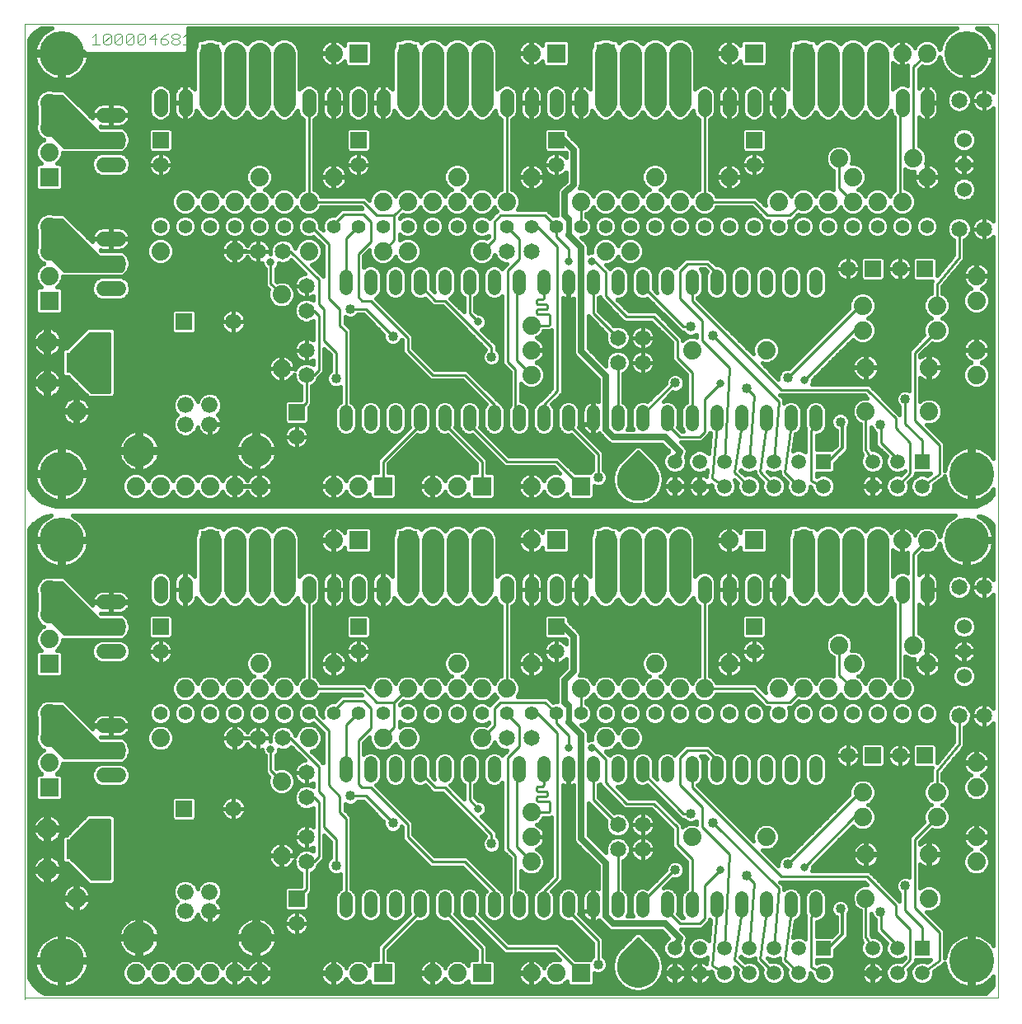
<source format=gtl>
G75*
G70*
%OFA0B0*%
%FSLAX24Y24*%
%IPPOS*%
%LPD*%
%AMOC8*
5,1,8,0,0,1.08239X$1,22.5*
%
%ADD10C,0.0000*%
%ADD11C,0.0040*%
%ADD12C,0.0740*%
%ADD13C,0.0650*%
%ADD14C,0.0660*%
%ADD15C,0.1300*%
%ADD16C,0.0560*%
%ADD17C,0.0560*%
%ADD18R,0.0650X0.0650*%
%ADD19R,0.0740X0.0740*%
%ADD20C,0.0520*%
%ADD21C,0.0600*%
%ADD22R,0.0800X0.0800*%
%ADD23C,0.0800*%
%ADD24C,0.0827*%
%ADD25R,0.0827X0.0827*%
%ADD26C,0.0600*%
%ADD27C,0.0594*%
%ADD28R,0.0594X0.0594*%
%ADD29C,0.1817*%
%ADD30C,0.0400*%
%ADD31C,0.0150*%
%ADD32C,0.0100*%
%ADD33C,0.0250*%
%ADD34C,0.0230*%
%ADD35C,0.0900*%
%ADD36C,0.0320*%
%ADD37C,0.0120*%
D10*
X001050Y001483D02*
X001050Y001561D01*
X001050Y040931D01*
X040420Y040931D01*
X040420Y001561D01*
X001050Y001561D01*
D11*
X003787Y040085D02*
X004093Y040085D01*
X003940Y040085D02*
X003940Y040546D01*
X003787Y040392D01*
X004247Y040469D02*
X004324Y040546D01*
X004477Y040546D01*
X004554Y040469D01*
X004247Y040162D01*
X004324Y040085D01*
X004477Y040085D01*
X004554Y040162D01*
X004554Y040469D01*
X004707Y040469D02*
X004784Y040546D01*
X004938Y040546D01*
X005014Y040469D01*
X004707Y040162D01*
X004784Y040085D01*
X004938Y040085D01*
X005014Y040162D01*
X005014Y040469D01*
X005168Y040469D02*
X005244Y040546D01*
X005398Y040546D01*
X005475Y040469D01*
X005168Y040162D01*
X005244Y040085D01*
X005398Y040085D01*
X005475Y040162D01*
X005475Y040469D01*
X005628Y040469D02*
X005705Y040546D01*
X005858Y040546D01*
X005935Y040469D01*
X005628Y040162D01*
X005705Y040085D01*
X005858Y040085D01*
X005935Y040162D01*
X005935Y040469D01*
X006088Y040315D02*
X006395Y040315D01*
X006549Y040315D02*
X006779Y040315D01*
X006856Y040239D01*
X006856Y040162D01*
X006779Y040085D01*
X006626Y040085D01*
X006549Y040162D01*
X006549Y040315D01*
X006702Y040469D01*
X006856Y040546D01*
X007009Y040469D02*
X007009Y040392D01*
X007086Y040315D01*
X007239Y040315D01*
X007316Y040239D01*
X007316Y040162D01*
X007239Y040085D01*
X007086Y040085D01*
X007009Y040162D01*
X007009Y040239D01*
X007086Y040315D01*
X007239Y040315D02*
X007316Y040392D01*
X007316Y040469D01*
X007239Y040546D01*
X007086Y040546D01*
X007009Y040469D01*
X007470Y040392D02*
X007623Y040546D01*
X007623Y040085D01*
X007470Y040085D02*
X007777Y040085D01*
X006319Y040085D02*
X006319Y040546D01*
X006088Y040315D01*
X005628Y040162D02*
X005628Y040469D01*
X005168Y040469D02*
X005168Y040162D01*
X004707Y040162D02*
X004707Y040469D01*
X004247Y040469D02*
X004247Y040162D01*
D12*
X002050Y037746D03*
X002050Y036746D03*
X002050Y035746D03*
X002050Y032746D03*
X002050Y031746D03*
X002050Y030746D03*
X006550Y031746D03*
X007550Y033746D03*
X008550Y033746D03*
X009550Y033746D03*
X010550Y033746D03*
X011550Y033746D03*
X012550Y033746D03*
X013550Y034746D03*
X015550Y033746D03*
X016550Y033746D03*
X017550Y033746D03*
X018550Y033746D03*
X019550Y033746D03*
X020550Y033746D03*
X021550Y034746D03*
X023550Y033746D03*
X024550Y033746D03*
X025550Y033746D03*
X026550Y033746D03*
X027550Y033746D03*
X028550Y033746D03*
X029550Y034746D03*
X031550Y033746D03*
X032550Y033746D03*
X033550Y033746D03*
X034550Y033746D03*
X035550Y033746D03*
X036550Y033746D03*
X037550Y034746D03*
X037000Y035496D03*
X034550Y034746D03*
X034000Y035496D03*
X033550Y039746D03*
X034550Y039746D03*
X035550Y039746D03*
X036550Y039746D03*
X037550Y039746D03*
X029550Y039746D03*
X027550Y039746D03*
X027550Y038746D03*
X026550Y038746D03*
X025550Y038746D03*
X025550Y039746D03*
X026550Y039746D03*
X026550Y034746D03*
X025550Y031746D03*
X024550Y031746D03*
X021550Y028746D03*
X021550Y027746D03*
X021550Y026746D03*
X021550Y022246D03*
X022550Y022246D03*
X021550Y020061D03*
X019550Y020061D03*
X018550Y020061D03*
X017550Y020061D03*
X017550Y022246D03*
X018550Y022246D03*
X014550Y022246D03*
X013550Y022246D03*
X013550Y020061D03*
X011550Y020061D03*
X010550Y020061D03*
X009550Y020061D03*
X009550Y022246D03*
X010550Y022246D03*
X008550Y022246D03*
X007550Y022246D03*
X006550Y022246D03*
X005550Y022246D03*
X002050Y018061D03*
X002050Y017061D03*
X002050Y016061D03*
X002050Y013061D03*
X002050Y012061D03*
X002050Y011061D03*
X006550Y012061D03*
X007550Y014061D03*
X008550Y014061D03*
X009550Y014061D03*
X010550Y014061D03*
X010550Y015061D03*
X011550Y014061D03*
X012550Y014061D03*
X013550Y015061D03*
X015550Y014061D03*
X016550Y014061D03*
X017550Y014061D03*
X018550Y014061D03*
X019550Y014061D03*
X018550Y015061D03*
X020550Y014061D03*
X021550Y015061D03*
X023550Y014061D03*
X024550Y014061D03*
X025550Y014061D03*
X026550Y014061D03*
X026550Y015061D03*
X027550Y014061D03*
X028550Y014061D03*
X029550Y015061D03*
X031550Y014061D03*
X032550Y014061D03*
X033550Y014061D03*
X034550Y014061D03*
X035550Y014061D03*
X036550Y014061D03*
X037550Y015061D03*
X037000Y015811D03*
X034550Y015061D03*
X034000Y015811D03*
X033550Y020061D03*
X034550Y020061D03*
X035550Y020061D03*
X036550Y020061D03*
X037550Y020061D03*
X037636Y025263D03*
X037636Y027043D03*
X037950Y028546D03*
X037950Y029546D03*
X039550Y029746D03*
X039550Y030746D03*
X039550Y027746D03*
X039550Y026746D03*
X035076Y027043D03*
X034950Y028546D03*
X034950Y029546D03*
X035076Y025263D03*
X031050Y027746D03*
X028050Y027746D03*
X027550Y020061D03*
X027550Y019061D03*
X026550Y019061D03*
X025550Y019061D03*
X025550Y020061D03*
X026550Y020061D03*
X029550Y020061D03*
X025550Y012061D03*
X024550Y012061D03*
X021550Y009061D03*
X021550Y008061D03*
X021550Y007061D03*
X021550Y002561D03*
X022550Y002561D03*
X018550Y002561D03*
X017550Y002561D03*
X014550Y002561D03*
X013550Y002561D03*
X010550Y002561D03*
X009550Y002561D03*
X008550Y002561D03*
X007550Y002561D03*
X006550Y002561D03*
X005550Y002561D03*
X011450Y007311D03*
X011450Y010311D03*
X012550Y012061D03*
X009550Y012061D03*
X015550Y012061D03*
X016550Y012061D03*
X019550Y012061D03*
X028050Y008061D03*
X031050Y008061D03*
X034950Y008861D03*
X034950Y009861D03*
X035076Y007358D03*
X035076Y005578D03*
X037636Y005578D03*
X037636Y007358D03*
X037950Y008861D03*
X037950Y009861D03*
X039550Y010061D03*
X039550Y011061D03*
X039550Y008061D03*
X039550Y007061D03*
X019550Y031746D03*
X016550Y031746D03*
X015550Y031746D03*
X012550Y031746D03*
X011450Y029996D03*
X009550Y031746D03*
X010550Y034746D03*
X010550Y039746D03*
X009550Y039746D03*
X011550Y039746D03*
X013550Y039746D03*
X017550Y039746D03*
X018550Y039746D03*
X019550Y039746D03*
X021550Y039746D03*
X018550Y034746D03*
X011450Y026996D03*
D13*
X012450Y026746D03*
X012450Y027746D03*
X012450Y029346D03*
X012450Y030346D03*
X011500Y031746D03*
X010500Y031746D03*
X009500Y028896D03*
X012050Y024246D03*
X014550Y015561D03*
X011500Y012061D03*
X010500Y012061D03*
X012450Y010661D03*
X012450Y009661D03*
X012450Y008061D03*
X012450Y007061D03*
X012050Y004561D03*
X009500Y009211D03*
X006550Y015561D03*
X020550Y012061D03*
X021550Y012061D03*
X022550Y015561D03*
X025050Y008561D03*
X025050Y007561D03*
X026050Y007561D03*
X026050Y008561D03*
X030550Y015561D03*
X034350Y011361D03*
X036450Y011355D03*
X038853Y012961D03*
X039853Y012961D03*
X039853Y018161D03*
X038853Y018161D03*
X026050Y027246D03*
X025050Y027246D03*
X025050Y028246D03*
X026050Y028246D03*
X021550Y031746D03*
X020550Y031746D03*
X022550Y035246D03*
X014550Y035246D03*
X006550Y035246D03*
X030550Y035246D03*
X034350Y031046D03*
X036450Y031040D03*
X038853Y032646D03*
X039853Y032646D03*
X039853Y037846D03*
X038853Y037846D03*
D14*
X008542Y025526D03*
X008542Y024746D03*
X007558Y024746D03*
X007558Y025526D03*
X007558Y005841D03*
X007558Y005061D03*
X008542Y005061D03*
X008542Y005841D03*
D15*
X010420Y003991D03*
X005680Y003991D03*
X005680Y023676D03*
X010420Y023676D03*
D16*
X010550Y032746D03*
X009550Y032746D03*
X008550Y032746D03*
X007550Y032746D03*
X006550Y032746D03*
X011550Y032746D03*
X012550Y032746D03*
X013550Y032746D03*
X014550Y032746D03*
X015550Y032746D03*
X016550Y032746D03*
X017550Y032746D03*
X018550Y032746D03*
X019550Y032746D03*
X020550Y032746D03*
X021550Y032746D03*
X022550Y032746D03*
X023550Y032746D03*
X024550Y032746D03*
X025550Y032746D03*
X026550Y032746D03*
X027550Y032746D03*
X028550Y032746D03*
X029550Y032746D03*
X030550Y032746D03*
X031550Y032746D03*
X032550Y032746D03*
X033550Y032746D03*
X034550Y032746D03*
X035550Y032746D03*
X036550Y032746D03*
X037550Y032746D03*
X037550Y013061D03*
X036550Y013061D03*
X035550Y013061D03*
X034550Y013061D03*
X033550Y013061D03*
X032550Y013061D03*
X031550Y013061D03*
X030550Y013061D03*
X029550Y013061D03*
X028550Y013061D03*
X027550Y013061D03*
X026550Y013061D03*
X025550Y013061D03*
X024550Y013061D03*
X023550Y013061D03*
X022550Y013061D03*
X021550Y013061D03*
X020550Y013061D03*
X019550Y013061D03*
X018550Y013061D03*
X017550Y013061D03*
X016550Y013061D03*
X015550Y013061D03*
X014550Y013061D03*
X013550Y013061D03*
X012550Y013061D03*
X011550Y013061D03*
X010550Y013061D03*
X009550Y013061D03*
X008550Y013061D03*
X007550Y013061D03*
X006550Y013061D03*
D17*
X006550Y017781D02*
X006550Y018341D01*
X007550Y018341D02*
X007550Y017781D01*
X008550Y017781D02*
X008550Y018341D01*
X009550Y018341D02*
X009550Y017781D01*
X010550Y017781D02*
X010550Y018341D01*
X011550Y018341D02*
X011550Y017781D01*
X012550Y017781D02*
X012550Y018341D01*
X013550Y018341D02*
X013550Y017781D01*
X014550Y017781D02*
X014550Y018341D01*
X015550Y018341D02*
X015550Y017781D01*
X016550Y017781D02*
X016550Y018341D01*
X017550Y018341D02*
X017550Y017781D01*
X018550Y017781D02*
X018550Y018341D01*
X019550Y018341D02*
X019550Y017781D01*
X020550Y017781D02*
X020550Y018341D01*
X021550Y018341D02*
X021550Y017781D01*
X022550Y017781D02*
X022550Y018341D01*
X023550Y018341D02*
X023550Y017781D01*
X024550Y017781D02*
X024550Y018341D01*
X025550Y018341D02*
X025550Y017781D01*
X026550Y017781D02*
X026550Y018341D01*
X027550Y018341D02*
X027550Y017781D01*
X028550Y017781D02*
X028550Y018341D01*
X029550Y018341D02*
X029550Y017781D01*
X030550Y017781D02*
X030550Y018341D01*
X031550Y018341D02*
X031550Y017781D01*
X032550Y017781D02*
X032550Y018341D01*
X033550Y018341D02*
X033550Y017781D01*
X034550Y017781D02*
X034550Y018341D01*
X035550Y018341D02*
X035550Y017781D01*
X036550Y017781D02*
X036550Y018341D01*
X037550Y018341D02*
X037550Y017781D01*
X037550Y037466D02*
X037550Y038026D01*
X036550Y038026D02*
X036550Y037466D01*
X035550Y037466D02*
X035550Y038026D01*
X034550Y038026D02*
X034550Y037466D01*
X033550Y037466D02*
X033550Y038026D01*
X032550Y038026D02*
X032550Y037466D01*
X031550Y037466D02*
X031550Y038026D01*
X030550Y038026D02*
X030550Y037466D01*
X029550Y037466D02*
X029550Y038026D01*
X028550Y038026D02*
X028550Y037466D01*
X027550Y037466D02*
X027550Y038026D01*
X026550Y038026D02*
X026550Y037466D01*
X025550Y037466D02*
X025550Y038026D01*
X024550Y038026D02*
X024550Y037466D01*
X023550Y037466D02*
X023550Y038026D01*
X022550Y038026D02*
X022550Y037466D01*
X021550Y037466D02*
X021550Y038026D01*
X020550Y038026D02*
X020550Y037466D01*
X019550Y037466D02*
X019550Y038026D01*
X018550Y038026D02*
X018550Y037466D01*
X017550Y037466D02*
X017550Y038026D01*
X016550Y038026D02*
X016550Y037466D01*
X015550Y037466D02*
X015550Y038026D01*
X014550Y038026D02*
X014550Y037466D01*
X013550Y037466D02*
X013550Y038026D01*
X012550Y038026D02*
X012550Y037466D01*
X011550Y037466D02*
X011550Y038026D01*
X010550Y038026D02*
X010550Y037466D01*
X009550Y037466D02*
X009550Y038026D01*
X008550Y038026D02*
X008550Y037466D01*
X007550Y037466D02*
X007550Y038026D01*
X006550Y038026D02*
X006550Y037466D01*
D18*
X006550Y036246D03*
X007500Y028896D03*
X012050Y025246D03*
X014550Y016561D03*
X007500Y009211D03*
X012050Y005561D03*
X006550Y016561D03*
X022550Y016561D03*
X030550Y016561D03*
X035350Y011361D03*
X037450Y011355D03*
X037450Y031040D03*
X035350Y031046D03*
X030550Y036246D03*
X022550Y036246D03*
X014550Y036246D03*
D19*
X014550Y039746D03*
X016550Y039746D03*
X022550Y039746D03*
X024550Y039746D03*
X024550Y038746D03*
X030550Y039746D03*
X032550Y039746D03*
X023550Y022246D03*
X022550Y020061D03*
X024550Y020061D03*
X024550Y019061D03*
X019550Y022246D03*
X016550Y020061D03*
X014550Y020061D03*
X015550Y022246D03*
X008550Y020061D03*
X002050Y015061D03*
X002050Y010061D03*
X015550Y002561D03*
X019550Y002561D03*
X023550Y002561D03*
X030550Y020061D03*
X032550Y020061D03*
X008550Y039746D03*
X002050Y034746D03*
X002050Y029746D03*
D20*
X014050Y030226D02*
X014050Y030746D01*
X015050Y030746D02*
X015050Y030226D01*
X016050Y030226D02*
X016050Y030746D01*
X017050Y030746D02*
X017050Y030226D01*
X018050Y030226D02*
X018050Y030746D01*
X019050Y030746D02*
X019050Y030226D01*
X020050Y030226D02*
X020050Y030746D01*
X021050Y030746D02*
X021050Y030226D01*
X022050Y030226D02*
X022050Y030746D01*
X023050Y030746D02*
X023050Y030226D01*
X024050Y030226D02*
X024050Y030746D01*
X025050Y030746D02*
X025050Y030226D01*
X026050Y030226D02*
X026050Y030746D01*
X027050Y030746D02*
X027050Y030226D01*
X028050Y030226D02*
X028050Y030746D01*
X029050Y030746D02*
X029050Y030226D01*
X030050Y030226D02*
X030050Y030746D01*
X031050Y030746D02*
X031050Y030226D01*
X032050Y030226D02*
X032050Y030746D01*
X033050Y030746D02*
X033050Y030226D01*
X033050Y025266D02*
X033050Y024746D01*
X032050Y024746D02*
X032050Y025266D01*
X031050Y025266D02*
X031050Y024746D01*
X030050Y024746D02*
X030050Y025266D01*
X029050Y025266D02*
X029050Y024746D01*
X028050Y024746D02*
X028050Y025266D01*
X027050Y025266D02*
X027050Y024746D01*
X026050Y024746D02*
X026050Y025266D01*
X025050Y025266D02*
X025050Y024746D01*
X024050Y024746D02*
X024050Y025266D01*
X023050Y025266D02*
X023050Y024746D01*
X022050Y024746D02*
X022050Y025266D01*
X021050Y025266D02*
X021050Y024746D01*
X020050Y024746D02*
X020050Y025266D01*
X019050Y025266D02*
X019050Y024746D01*
X018050Y024746D02*
X018050Y025266D01*
X017050Y025266D02*
X017050Y024746D01*
X016050Y024746D02*
X016050Y025266D01*
X015050Y025266D02*
X015050Y024746D01*
X014050Y024746D02*
X014050Y025266D01*
X014050Y011061D02*
X014050Y010541D01*
X015050Y010541D02*
X015050Y011061D01*
X016050Y011061D02*
X016050Y010541D01*
X017050Y010541D02*
X017050Y011061D01*
X018050Y011061D02*
X018050Y010541D01*
X019050Y010541D02*
X019050Y011061D01*
X020050Y011061D02*
X020050Y010541D01*
X021050Y010541D02*
X021050Y011061D01*
X022050Y011061D02*
X022050Y010541D01*
X023050Y010541D02*
X023050Y011061D01*
X024050Y011061D02*
X024050Y010541D01*
X025050Y010541D02*
X025050Y011061D01*
X026050Y011061D02*
X026050Y010541D01*
X027050Y010541D02*
X027050Y011061D01*
X028050Y011061D02*
X028050Y010541D01*
X029050Y010541D02*
X029050Y011061D01*
X030050Y011061D02*
X030050Y010541D01*
X031050Y010541D02*
X031050Y011061D01*
X032050Y011061D02*
X032050Y010541D01*
X033050Y010541D02*
X033050Y011061D01*
X033050Y005581D02*
X033050Y005061D01*
X032050Y005061D02*
X032050Y005581D01*
X031050Y005581D02*
X031050Y005061D01*
X030050Y005061D02*
X030050Y005581D01*
X029050Y005581D02*
X029050Y005061D01*
X028050Y005061D02*
X028050Y005581D01*
X027050Y005581D02*
X027050Y005061D01*
X026050Y005061D02*
X026050Y005581D01*
X025050Y005581D02*
X025050Y005061D01*
X024050Y005061D02*
X024050Y005581D01*
X023050Y005581D02*
X023050Y005061D01*
X022050Y005061D02*
X022050Y005581D01*
X021050Y005581D02*
X021050Y005061D01*
X020050Y005061D02*
X020050Y005581D01*
X019050Y005581D02*
X019050Y005061D01*
X018050Y005061D02*
X018050Y005581D01*
X017050Y005581D02*
X017050Y005061D01*
X016050Y005061D02*
X016050Y005581D01*
X015050Y005581D02*
X015050Y005061D01*
X014050Y005061D02*
X014050Y005581D01*
D21*
X004850Y010561D02*
X004250Y010561D01*
X004250Y011561D02*
X004850Y011561D01*
X004850Y012561D02*
X004250Y012561D01*
X004250Y015561D02*
X004850Y015561D01*
X004850Y016561D02*
X004250Y016561D01*
X004250Y017561D02*
X004850Y017561D01*
X004850Y030246D02*
X004250Y030246D01*
X004250Y031246D02*
X004850Y031246D01*
X004850Y032246D02*
X004250Y032246D01*
X004250Y035246D02*
X004850Y035246D01*
X004850Y036246D02*
X004250Y036246D01*
X004250Y037246D02*
X004850Y037246D01*
D22*
X003150Y027246D03*
X003150Y007561D03*
D23*
X003150Y005593D03*
X003150Y025278D03*
D24*
X001967Y026420D03*
X001967Y028073D03*
X001967Y008388D03*
X001967Y006734D03*
D25*
X004133Y006734D03*
X004133Y008388D03*
X004133Y026420D03*
X004133Y028073D03*
D26*
X039050Y034246D03*
X039050Y035246D03*
X039050Y036246D03*
X039050Y016561D03*
X039050Y015561D03*
X039050Y014561D03*
D27*
X037353Y022246D03*
X036353Y022246D03*
X035353Y022246D03*
X035353Y023246D03*
X036353Y023246D03*
X033353Y022246D03*
X032353Y022246D03*
X031353Y022246D03*
X030353Y022246D03*
X029353Y022246D03*
X028353Y022246D03*
X027353Y022246D03*
X027353Y023246D03*
X028353Y023246D03*
X029353Y023246D03*
X030353Y023246D03*
X031353Y023246D03*
X032353Y023246D03*
X032353Y003561D03*
X032353Y002561D03*
X031353Y002561D03*
X031353Y003561D03*
X030353Y003561D03*
X030353Y002561D03*
X029353Y002561D03*
X029353Y003561D03*
X028353Y003561D03*
X028353Y002561D03*
X027353Y002561D03*
X027353Y003561D03*
X033353Y002561D03*
X035353Y002561D03*
X036353Y002561D03*
X037353Y002561D03*
X036353Y003561D03*
X035353Y003561D03*
D28*
X037353Y003561D03*
X033353Y003561D03*
X033353Y023246D03*
X037353Y023246D03*
D29*
X039353Y022746D03*
X039156Y020061D03*
X039353Y003061D03*
X039156Y039746D03*
X002550Y039746D03*
X002550Y022746D03*
X002550Y020061D03*
X002550Y003061D03*
D30*
X013650Y006911D03*
X015950Y008621D03*
X014220Y009721D03*
X019940Y007781D03*
X023050Y009511D03*
X027370Y006731D03*
X028894Y008638D03*
X028001Y008998D03*
X030250Y006511D03*
X031920Y006951D03*
X034050Y005161D03*
X035670Y005041D03*
X036670Y006081D03*
X024250Y002911D03*
X024250Y022596D03*
X027370Y026416D03*
X028894Y028323D03*
X028001Y028683D03*
X030250Y026196D03*
X031920Y026636D03*
X034050Y024846D03*
X035670Y024726D03*
X036670Y025766D03*
X023050Y029196D03*
X019940Y027466D03*
X015950Y028306D03*
X014220Y029406D03*
X013650Y026596D03*
D31*
X013825Y026263D02*
X013825Y025644D01*
X013804Y025635D01*
X013681Y025513D01*
X013615Y025353D01*
X013615Y024660D01*
X013681Y024500D01*
X013804Y024378D01*
X013963Y024311D01*
X014137Y024311D01*
X014296Y024378D01*
X014419Y024500D01*
X014485Y024660D01*
X014485Y025353D01*
X014419Y025513D01*
X014296Y025635D01*
X014275Y025644D01*
X014275Y028589D01*
X014143Y028721D01*
X014025Y028839D01*
X014025Y029081D01*
X014145Y029031D01*
X014295Y029031D01*
X014432Y029088D01*
X014525Y029181D01*
X014757Y029181D01*
X015575Y028363D01*
X015575Y028232D01*
X015632Y028094D01*
X015738Y027988D01*
X015875Y027931D01*
X016025Y027931D01*
X016162Y027988D01*
X016268Y028094D01*
X016302Y028176D01*
X016325Y028153D01*
X016325Y027653D01*
X017325Y026653D01*
X017457Y026521D01*
X018757Y026521D01*
X019723Y025555D01*
X019681Y025513D01*
X019615Y025353D01*
X019615Y024660D01*
X019681Y024500D01*
X019804Y024378D01*
X019963Y024311D01*
X020137Y024311D01*
X020296Y024378D01*
X020419Y024500D01*
X020485Y024660D01*
X020485Y025353D01*
X020419Y025513D01*
X020296Y025635D01*
X020267Y025647D01*
X019075Y026839D01*
X018943Y026971D01*
X017643Y026971D01*
X016775Y027839D01*
X016775Y028339D01*
X016643Y028471D01*
X015269Y029846D01*
X015296Y029858D01*
X015419Y029980D01*
X015485Y030140D01*
X015485Y030833D01*
X015419Y030993D01*
X015296Y031115D01*
X015137Y031181D01*
X014963Y031181D01*
X014804Y031115D01*
X014775Y031086D01*
X014775Y031553D01*
X015005Y031783D01*
X015005Y031638D01*
X015088Y031438D01*
X015241Y031284D01*
X015442Y031201D01*
X015658Y031201D01*
X015859Y031284D01*
X016012Y031438D01*
X016050Y031529D01*
X016088Y031438D01*
X016241Y031284D01*
X016442Y031201D01*
X016658Y031201D01*
X016859Y031284D01*
X017012Y031438D01*
X017095Y031638D01*
X017095Y031855D01*
X017012Y032055D01*
X016859Y032208D01*
X016658Y032291D01*
X016442Y032291D01*
X016241Y032208D01*
X016225Y032192D01*
X016225Y032428D01*
X016292Y032361D01*
X016459Y032291D01*
X016641Y032291D01*
X016808Y032361D01*
X016936Y032489D01*
X017005Y032656D01*
X017005Y032837D01*
X016936Y033004D01*
X016808Y033132D01*
X016641Y033201D01*
X016459Y033201D01*
X016292Y033132D01*
X016225Y033065D01*
X016225Y033103D01*
X016358Y033236D01*
X016442Y033201D01*
X016658Y033201D01*
X016859Y033284D01*
X017012Y033438D01*
X017050Y033529D01*
X017088Y033438D01*
X017241Y033284D01*
X017442Y033201D01*
X017658Y033201D01*
X017859Y033284D01*
X018012Y033438D01*
X018050Y033529D01*
X018088Y033438D01*
X018241Y033284D01*
X018442Y033201D01*
X018658Y033201D01*
X018859Y033284D01*
X019012Y033438D01*
X019050Y033529D01*
X019088Y033438D01*
X019241Y033284D01*
X019442Y033201D01*
X019658Y033201D01*
X019859Y033284D01*
X020012Y033438D01*
X020050Y033529D01*
X020088Y033438D01*
X020156Y033370D01*
X020075Y033289D01*
X019863Y033077D01*
X019808Y033132D01*
X019641Y033201D01*
X019459Y033201D01*
X019292Y033132D01*
X019164Y033004D01*
X019095Y032837D01*
X019095Y032656D01*
X019164Y032489D01*
X019292Y032361D01*
X019459Y032291D01*
X019641Y032291D01*
X019808Y032361D01*
X019825Y032378D01*
X019825Y032339D01*
X019742Y032257D01*
X019658Y032291D01*
X019442Y032291D01*
X019241Y032208D01*
X019088Y032055D01*
X019005Y031855D01*
X019005Y031638D01*
X019088Y031438D01*
X019241Y031284D01*
X019442Y031201D01*
X019658Y031201D01*
X019859Y031284D01*
X020012Y031438D01*
X020074Y031588D01*
X020126Y031463D01*
X020267Y031322D01*
X020451Y031246D01*
X020572Y031246D01*
X020375Y031049D01*
X020375Y031036D01*
X020296Y031115D01*
X020137Y031181D01*
X019963Y031181D01*
X019804Y031115D01*
X019681Y030993D01*
X019615Y030833D01*
X019615Y030140D01*
X019681Y029980D01*
X019804Y029858D01*
X019963Y029791D01*
X020137Y029791D01*
X020296Y029858D01*
X020375Y029936D01*
X020375Y027183D01*
X020507Y027051D01*
X020685Y026873D01*
X020685Y025516D01*
X020681Y025513D01*
X020615Y025353D01*
X020615Y024660D01*
X020681Y024500D01*
X020804Y024378D01*
X020963Y024311D01*
X021137Y024311D01*
X021296Y024378D01*
X021419Y024500D01*
X021485Y024660D01*
X021485Y025353D01*
X021419Y025513D01*
X021296Y025635D01*
X021137Y025701D01*
X021135Y025701D01*
X021135Y026391D01*
X021241Y026284D01*
X021442Y026201D01*
X021658Y026201D01*
X021859Y026284D01*
X022012Y026438D01*
X022095Y026638D01*
X022095Y026855D01*
X022012Y027055D01*
X021859Y027208D01*
X021768Y027246D01*
X021836Y027280D01*
X021905Y027331D01*
X021966Y027391D01*
X022016Y027461D01*
X022055Y027537D01*
X022082Y027619D01*
X022095Y027703D01*
X022095Y027743D01*
X021554Y027743D01*
X021554Y027750D01*
X022095Y027750D01*
X022095Y027789D01*
X022082Y027874D01*
X022055Y027956D01*
X022016Y028032D01*
X021966Y028101D01*
X021905Y028162D01*
X021836Y028212D01*
X021768Y028247D01*
X021859Y028284D01*
X022012Y028438D01*
X022047Y028521D01*
X022343Y028521D01*
X022375Y028553D01*
X022375Y026189D01*
X021957Y025771D01*
X021833Y025647D01*
X021804Y025635D01*
X021681Y025513D01*
X021615Y025353D01*
X021615Y024660D01*
X021681Y024500D01*
X021804Y024378D01*
X021963Y024311D01*
X022137Y024311D01*
X022296Y024378D01*
X022419Y024500D01*
X022485Y024660D01*
X022485Y025353D01*
X022419Y025513D01*
X022377Y025555D01*
X022693Y025871D01*
X022825Y026003D01*
X022825Y029853D01*
X022883Y029823D01*
X022948Y029802D01*
X023016Y029791D01*
X023045Y029791D01*
X023045Y030741D01*
X023055Y030741D01*
X023055Y029791D01*
X023084Y029791D01*
X023152Y029802D01*
X023217Y029823D01*
X023250Y029840D01*
X023250Y027637D01*
X023296Y027526D01*
X024250Y026572D01*
X024250Y025653D01*
X024217Y025669D01*
X024152Y025691D01*
X024084Y025701D01*
X024055Y025701D01*
X024055Y024751D01*
X024045Y024751D01*
X024045Y024741D01*
X024055Y024741D01*
X024055Y024311D01*
X024084Y024311D01*
X024152Y024322D01*
X024217Y024343D01*
X024278Y024374D01*
X024292Y024385D01*
X024296Y024376D01*
X024596Y024076D01*
X024680Y023992D01*
X024790Y023946D01*
X026826Y023946D01*
X027114Y023658D01*
X027086Y023646D01*
X026953Y023514D01*
X026881Y023340D01*
X026881Y023152D01*
X026953Y022979D01*
X027086Y022846D01*
X027259Y022774D01*
X027447Y022774D01*
X027620Y022846D01*
X027753Y022979D01*
X027825Y023152D01*
X027825Y023340D01*
X027783Y023441D01*
X027797Y023469D01*
X027804Y023476D01*
X027823Y023523D01*
X027846Y023567D01*
X027846Y023577D01*
X027850Y023587D01*
X027850Y023637D01*
X027853Y023686D01*
X027850Y023696D01*
X027850Y023706D01*
X027831Y023752D01*
X027815Y023799D01*
X027808Y023807D01*
X027804Y023816D01*
X027769Y023852D01*
X027736Y023889D01*
X027727Y023894D01*
X027599Y024021D01*
X028443Y024021D01*
X028643Y024221D01*
X028775Y024353D01*
X028775Y024406D01*
X028792Y024389D01*
X028717Y023550D01*
X028620Y023646D01*
X028447Y023718D01*
X028259Y023718D01*
X028086Y023646D01*
X027953Y023514D01*
X027881Y023340D01*
X027881Y023152D01*
X027953Y022979D01*
X028086Y022846D01*
X028259Y022774D01*
X028447Y022774D01*
X028620Y022846D01*
X028657Y022883D01*
X028634Y022625D01*
X028600Y022650D01*
X028534Y022684D01*
X028464Y022707D01*
X028390Y022718D01*
X028377Y022718D01*
X028377Y022270D01*
X028825Y022270D01*
X028825Y022283D01*
X028822Y022306D01*
X028881Y022269D01*
X028881Y022152D01*
X028953Y021979D01*
X029086Y021846D01*
X029259Y021774D01*
X029447Y021774D01*
X029620Y021846D01*
X029753Y021979D01*
X029825Y022152D01*
X029825Y022340D01*
X029764Y022488D01*
X029893Y022368D01*
X029881Y022340D01*
X029881Y022152D01*
X029953Y021979D01*
X030086Y021846D01*
X030259Y021774D01*
X030447Y021774D01*
X030620Y021846D01*
X030753Y021979D01*
X030825Y022152D01*
X030825Y022340D01*
X030753Y022514D01*
X030620Y022646D01*
X030447Y022718D01*
X030259Y022718D01*
X030202Y022695D01*
X030014Y022870D01*
X030019Y022913D01*
X030086Y022846D01*
X030259Y022774D01*
X030447Y022774D01*
X030588Y022833D01*
X030579Y022760D01*
X030586Y022751D01*
X030586Y022740D01*
X030642Y022679D01*
X030694Y022613D01*
X030705Y022612D01*
X030905Y022397D01*
X030881Y022340D01*
X030881Y022152D01*
X030953Y021979D01*
X031086Y021846D01*
X031259Y021774D01*
X031447Y021774D01*
X031620Y021846D01*
X031753Y021979D01*
X031825Y022152D01*
X031825Y022340D01*
X031753Y022514D01*
X031620Y022646D01*
X031447Y022718D01*
X031259Y022718D01*
X031232Y022707D01*
X031111Y022836D01*
X031259Y022774D01*
X031447Y022774D01*
X031589Y022833D01*
X031589Y022799D01*
X031579Y022720D01*
X031589Y022708D01*
X031589Y022692D01*
X031645Y022636D01*
X031694Y022573D01*
X031710Y022572D01*
X031899Y022382D01*
X031881Y022340D01*
X031881Y022152D01*
X031953Y021979D01*
X032086Y021846D01*
X032259Y021774D01*
X032447Y021774D01*
X032620Y021846D01*
X032753Y021979D01*
X032825Y022152D01*
X032825Y022234D01*
X032881Y022207D01*
X032881Y022152D01*
X032953Y021979D01*
X033086Y021846D01*
X033259Y021774D01*
X033447Y021774D01*
X033620Y021846D01*
X033753Y021979D01*
X033825Y022152D01*
X033825Y022340D01*
X033753Y022514D01*
X033620Y022646D01*
X033447Y022718D01*
X033259Y022718D01*
X033086Y022646D01*
X033086Y022774D01*
X033722Y022774D01*
X033825Y022877D01*
X033825Y023177D01*
X034218Y023570D01*
X034356Y023708D01*
X034356Y024622D01*
X034368Y024634D01*
X034425Y024772D01*
X034425Y024921D01*
X034368Y025059D01*
X034262Y025164D01*
X034125Y025221D01*
X033975Y025221D01*
X033838Y025164D01*
X033732Y025059D01*
X033675Y024921D01*
X033675Y024772D01*
X033732Y024634D01*
X033838Y024528D01*
X033886Y024508D01*
X033886Y023903D01*
X033701Y023718D01*
X033086Y023718D01*
X033086Y024311D01*
X033137Y024311D01*
X033296Y024378D01*
X033419Y024500D01*
X033485Y024660D01*
X033485Y025353D01*
X033419Y025513D01*
X033296Y025635D01*
X033137Y025701D01*
X032963Y025701D01*
X032804Y025635D01*
X032681Y025513D01*
X032615Y025353D01*
X032615Y024660D01*
X032647Y024583D01*
X032636Y024572D01*
X032636Y024550D01*
X032623Y024532D01*
X032636Y024459D01*
X032636Y023631D01*
X032620Y023646D01*
X032447Y023718D01*
X032259Y023718D01*
X032147Y023672D01*
X032229Y024350D01*
X032296Y024378D01*
X032419Y024500D01*
X032485Y024660D01*
X032485Y025353D01*
X032419Y025513D01*
X032296Y025635D01*
X032137Y025701D01*
X031963Y025701D01*
X031804Y025635D01*
X031775Y025606D01*
X031775Y025657D01*
X031782Y025741D01*
X031775Y025749D01*
X031775Y025759D01*
X031716Y025819D01*
X031661Y025883D01*
X031651Y025884D01*
X031613Y025921D01*
X035033Y025921D01*
X035147Y025808D01*
X034968Y025808D01*
X034768Y025725D01*
X034614Y025571D01*
X034531Y025371D01*
X034531Y025154D01*
X034614Y024954D01*
X034768Y024801D01*
X034851Y024766D01*
X034851Y023749D01*
X034835Y023687D01*
X034851Y023659D01*
X034851Y023627D01*
X034897Y023581D01*
X034946Y023497D01*
X034881Y023340D01*
X034881Y023152D01*
X034953Y022979D01*
X035086Y022846D01*
X035259Y022774D01*
X035447Y022774D01*
X035620Y022846D01*
X035753Y022979D01*
X035825Y023152D01*
X035825Y023340D01*
X035753Y023514D01*
X035620Y023646D01*
X035447Y023718D01*
X035338Y023718D01*
X035301Y023781D01*
X035301Y024637D01*
X035352Y024514D01*
X035458Y024408D01*
X035471Y024403D01*
X035471Y023909D01*
X035602Y023777D01*
X035928Y023452D01*
X035881Y023340D01*
X035881Y023152D01*
X035953Y022979D01*
X036086Y022846D01*
X036259Y022774D01*
X036447Y022774D01*
X036620Y022846D01*
X036652Y022878D01*
X036652Y022863D01*
X036489Y022701D01*
X036447Y022718D01*
X036259Y022718D01*
X036086Y022646D01*
X035953Y022514D01*
X035881Y022340D01*
X035881Y022152D01*
X035953Y021979D01*
X036086Y021846D01*
X036259Y021774D01*
X036447Y021774D01*
X036620Y021846D01*
X036753Y021979D01*
X036825Y022152D01*
X036825Y022340D01*
X036807Y022382D01*
X037102Y022677D01*
X037102Y022774D01*
X037703Y022774D01*
X037560Y022671D01*
X037447Y022718D01*
X037259Y022718D01*
X037086Y022646D01*
X036953Y022514D01*
X036881Y022340D01*
X036881Y022152D01*
X036953Y021979D01*
X037086Y021846D01*
X037259Y021774D01*
X037447Y021774D01*
X037620Y021846D01*
X037753Y021979D01*
X037825Y022152D01*
X037825Y022308D01*
X038122Y022521D01*
X038143Y022521D01*
X038196Y022574D01*
X038257Y022618D01*
X038260Y022638D01*
X038273Y022651D01*
X038283Y022564D01*
X038310Y022446D01*
X038350Y022331D01*
X038403Y022221D01*
X038468Y022118D01*
X038544Y022023D01*
X038630Y021937D01*
X038725Y021861D01*
X038828Y021796D01*
X038938Y021744D01*
X039053Y021703D01*
X039171Y021676D01*
X039278Y021664D01*
X039278Y022671D01*
X039428Y022671D01*
X039428Y021664D01*
X039535Y021676D01*
X039654Y021703D01*
X039769Y021744D01*
X039878Y021796D01*
X039981Y021861D01*
X040076Y021937D01*
X040162Y022023D01*
X040238Y022118D01*
X040245Y022129D01*
X040245Y021905D01*
X040209Y021850D01*
X040103Y021733D01*
X039982Y021631D01*
X039847Y021548D01*
X039702Y021485D01*
X039550Y021443D01*
X002550Y021443D01*
X002350Y021443D01*
X002151Y021472D01*
X001959Y021529D01*
X001777Y021612D01*
X001608Y021721D01*
X001457Y021853D01*
X001326Y022004D01*
X001225Y022161D01*
X001225Y040267D01*
X001237Y040290D01*
X001348Y040447D01*
X001481Y040587D01*
X001632Y040707D01*
X001718Y040756D01*
X002155Y040756D01*
X002135Y040749D01*
X002025Y040696D01*
X001922Y040631D01*
X001827Y040556D01*
X001741Y040470D01*
X001665Y040374D01*
X001600Y040271D01*
X001547Y040162D01*
X001507Y040047D01*
X001480Y039928D01*
X001468Y039821D01*
X002475Y039821D01*
X002475Y039671D01*
X002625Y039671D01*
X002625Y038664D01*
X002732Y038676D01*
X002850Y038703D01*
X002965Y038744D01*
X003075Y038796D01*
X003178Y038861D01*
X003273Y038937D01*
X003359Y039023D01*
X003435Y039118D01*
X003500Y039221D01*
X003553Y039331D01*
X003593Y039446D01*
X003620Y039564D01*
X003632Y039671D01*
X002625Y039671D01*
X002625Y039821D01*
X003442Y039821D01*
X003443Y039821D01*
X003454Y039801D01*
X003468Y039783D01*
X003484Y039767D01*
X003502Y039753D01*
X003522Y039741D01*
X003543Y039732D01*
X003566Y039727D01*
X003588Y039724D01*
X007519Y039724D01*
X007541Y039727D01*
X007563Y039732D01*
X007585Y039741D01*
X007604Y039753D01*
X007623Y039767D01*
X007639Y039783D01*
X007653Y039801D01*
X007664Y039821D01*
X007673Y039842D01*
X007679Y039864D01*
X007682Y039887D01*
X007682Y040743D01*
X007680Y040756D01*
X038762Y040756D01*
X038741Y040749D01*
X038631Y040696D01*
X038528Y040631D01*
X038433Y040556D01*
X038347Y040470D01*
X038271Y040374D01*
X038206Y040271D01*
X038154Y040162D01*
X038113Y040047D01*
X038086Y039928D01*
X038082Y039887D01*
X038012Y040055D01*
X037859Y040208D01*
X037658Y040291D01*
X037442Y040291D01*
X037241Y040208D01*
X037088Y040055D01*
X037050Y039965D01*
X037016Y040032D01*
X036966Y040101D01*
X036905Y040162D01*
X036836Y040212D01*
X036759Y040251D01*
X036678Y040278D01*
X036593Y040291D01*
X036555Y040291D01*
X036555Y039751D01*
X036545Y039751D01*
X036545Y040291D01*
X036507Y040291D01*
X036422Y040278D01*
X036341Y040251D01*
X036264Y040212D01*
X036195Y040162D01*
X036134Y040101D01*
X036099Y040053D01*
X036080Y040100D01*
X035904Y040276D01*
X035674Y040371D01*
X035426Y040371D01*
X035196Y040276D01*
X035050Y040130D01*
X034904Y040276D01*
X034674Y040371D01*
X034426Y040371D01*
X034196Y040276D01*
X034050Y040130D01*
X033904Y040276D01*
X033674Y040371D01*
X033426Y040371D01*
X033196Y040276D01*
X033095Y040175D01*
X033095Y040189D01*
X032992Y040291D01*
X032867Y040291D01*
X032674Y040371D01*
X032426Y040371D01*
X032233Y040291D01*
X032108Y040291D01*
X032005Y040189D01*
X032005Y040064D01*
X031925Y039871D01*
X031925Y038284D01*
X031897Y038323D01*
X031846Y038373D01*
X031788Y038415D01*
X031725Y038448D01*
X031657Y038470D01*
X031586Y038481D01*
X031554Y038481D01*
X031554Y037750D01*
X031546Y037750D01*
X031546Y037743D01*
X031095Y037743D01*
X031095Y037430D01*
X031106Y037360D01*
X031128Y037292D01*
X031161Y037228D01*
X031203Y037170D01*
X031254Y037119D01*
X031312Y037077D01*
X031375Y037045D01*
X031443Y037023D01*
X031514Y037011D01*
X031546Y037011D01*
X031546Y037743D01*
X031554Y037743D01*
X031554Y037011D01*
X031586Y037011D01*
X031657Y037023D01*
X031725Y037045D01*
X031788Y037077D01*
X031846Y037119D01*
X031897Y037170D01*
X031939Y037228D01*
X031972Y037292D01*
X031994Y037360D01*
X032005Y037429D01*
X032020Y037392D01*
X032136Y037276D01*
X032164Y037209D01*
X032292Y037081D01*
X032459Y037011D01*
X032641Y037011D01*
X032808Y037081D01*
X032936Y037209D01*
X032964Y037276D01*
X033050Y037362D01*
X033136Y037276D01*
X033164Y037209D01*
X033292Y037081D01*
X033459Y037011D01*
X033641Y037011D01*
X033808Y037081D01*
X033936Y037209D01*
X033964Y037276D01*
X034050Y037362D01*
X034136Y037276D01*
X034164Y037209D01*
X034292Y037081D01*
X034459Y037011D01*
X034641Y037011D01*
X034808Y037081D01*
X034936Y037209D01*
X034964Y037276D01*
X035050Y037362D01*
X035136Y037276D01*
X035164Y037209D01*
X035292Y037081D01*
X035459Y037011D01*
X035641Y037011D01*
X035808Y037081D01*
X035936Y037209D01*
X035964Y037276D01*
X036080Y037392D01*
X036095Y037429D01*
X036095Y037376D01*
X036164Y037209D01*
X036225Y037148D01*
X036225Y034192D01*
X036088Y034055D01*
X036050Y033963D01*
X036012Y034055D01*
X035859Y034208D01*
X035658Y034291D01*
X035442Y034291D01*
X035241Y034208D01*
X035088Y034055D01*
X035050Y033963D01*
X035012Y034055D01*
X034859Y034208D01*
X034767Y034246D01*
X034859Y034284D01*
X035012Y034438D01*
X035095Y034638D01*
X035095Y034855D01*
X035012Y035055D01*
X034859Y035208D01*
X034658Y035291D01*
X034505Y035291D01*
X034545Y035388D01*
X034545Y035605D01*
X034462Y035805D01*
X034309Y035958D01*
X034108Y036041D01*
X033892Y036041D01*
X033691Y035958D01*
X033538Y035805D01*
X033455Y035605D01*
X033455Y035388D01*
X033538Y035188D01*
X033691Y035034D01*
X033775Y035000D01*
X033775Y034243D01*
X033658Y034291D01*
X033442Y034291D01*
X033241Y034208D01*
X033088Y034055D01*
X033050Y033963D01*
X033012Y034055D01*
X032859Y034208D01*
X032658Y034291D01*
X032442Y034291D01*
X032241Y034208D01*
X032088Y034055D01*
X032050Y033963D01*
X032012Y034055D01*
X031859Y034208D01*
X031658Y034291D01*
X031442Y034291D01*
X031241Y034208D01*
X031088Y034055D01*
X031005Y033855D01*
X031005Y033638D01*
X031025Y033589D01*
X030643Y033971D01*
X029047Y033971D01*
X029012Y034055D01*
X028859Y034208D01*
X028775Y034243D01*
X028775Y037067D01*
X028808Y037081D01*
X028936Y037209D01*
X029005Y037376D01*
X029005Y038117D01*
X028936Y038284D01*
X028808Y038412D01*
X028641Y038481D01*
X028459Y038481D01*
X028292Y038412D01*
X028175Y038295D01*
X028175Y039871D01*
X028080Y040100D01*
X027904Y040276D01*
X027674Y040371D01*
X027426Y040371D01*
X027196Y040276D01*
X027050Y040130D01*
X026904Y040276D01*
X026674Y040371D01*
X026426Y040371D01*
X026196Y040276D01*
X026050Y040130D01*
X025904Y040276D01*
X025674Y040371D01*
X025426Y040371D01*
X025196Y040276D01*
X025095Y040175D01*
X025095Y040189D01*
X024992Y040291D01*
X024867Y040291D01*
X024674Y040371D01*
X024426Y040371D01*
X024233Y040291D01*
X024108Y040291D01*
X024005Y040189D01*
X024005Y040064D01*
X023925Y039871D01*
X023925Y038284D01*
X023897Y038323D01*
X023846Y038373D01*
X023788Y038415D01*
X023725Y038448D01*
X023657Y038470D01*
X023586Y038481D01*
X023554Y038481D01*
X023554Y037750D01*
X023546Y037750D01*
X023546Y037743D01*
X023095Y037743D01*
X023095Y037430D01*
X023106Y037360D01*
X023128Y037292D01*
X023161Y037228D01*
X023203Y037170D01*
X023254Y037119D01*
X023312Y037077D01*
X023375Y037045D01*
X023443Y037023D01*
X023514Y037011D01*
X023546Y037011D01*
X023546Y037743D01*
X023554Y037743D01*
X023554Y037011D01*
X023586Y037011D01*
X023657Y037023D01*
X023725Y037045D01*
X023788Y037077D01*
X023846Y037119D01*
X023897Y037170D01*
X023939Y037228D01*
X023972Y037292D01*
X023994Y037360D01*
X024005Y037429D01*
X024020Y037392D01*
X024136Y037276D01*
X024164Y037209D01*
X024292Y037081D01*
X024459Y037011D01*
X024641Y037011D01*
X024808Y037081D01*
X024936Y037209D01*
X024964Y037276D01*
X025050Y037362D01*
X025136Y037276D01*
X025164Y037209D01*
X025292Y037081D01*
X025459Y037011D01*
X025641Y037011D01*
X025808Y037081D01*
X025936Y037209D01*
X025964Y037276D01*
X026050Y037362D01*
X026136Y037276D01*
X026164Y037209D01*
X026292Y037081D01*
X026459Y037011D01*
X026641Y037011D01*
X026808Y037081D01*
X026936Y037209D01*
X026964Y037276D01*
X027050Y037362D01*
X027136Y037276D01*
X027164Y037209D01*
X027292Y037081D01*
X027459Y037011D01*
X027641Y037011D01*
X027808Y037081D01*
X027936Y037209D01*
X027964Y037276D01*
X028080Y037392D01*
X028095Y037429D01*
X028095Y037376D01*
X028164Y037209D01*
X028292Y037081D01*
X028325Y037067D01*
X028325Y034243D01*
X028241Y034208D01*
X028088Y034055D01*
X028050Y033963D01*
X028012Y034055D01*
X027859Y034208D01*
X027658Y034291D01*
X027442Y034291D01*
X027241Y034208D01*
X027088Y034055D01*
X027050Y033963D01*
X027012Y034055D01*
X026859Y034208D01*
X026767Y034246D01*
X026859Y034284D01*
X027012Y034438D01*
X027095Y034638D01*
X027095Y034855D01*
X027012Y035055D01*
X026859Y035208D01*
X026658Y035291D01*
X026442Y035291D01*
X026241Y035208D01*
X026088Y035055D01*
X026005Y034855D01*
X026005Y034638D01*
X026088Y034438D01*
X026241Y034284D01*
X026333Y034246D01*
X026241Y034208D01*
X026088Y034055D01*
X026050Y033963D01*
X026012Y034055D01*
X025859Y034208D01*
X025658Y034291D01*
X025442Y034291D01*
X025241Y034208D01*
X025088Y034055D01*
X025050Y033963D01*
X025012Y034055D01*
X024859Y034208D01*
X024658Y034291D01*
X024442Y034291D01*
X024241Y034208D01*
X024088Y034055D01*
X024050Y033963D01*
X024012Y034055D01*
X023859Y034208D01*
X023658Y034291D01*
X023511Y034291D01*
X023550Y034387D01*
X023550Y035906D01*
X023504Y036016D01*
X023420Y036101D01*
X023050Y036471D01*
X023050Y036644D01*
X022947Y036746D01*
X022153Y036746D01*
X022050Y036644D01*
X022050Y035849D01*
X022153Y035746D01*
X022926Y035746D01*
X022950Y035722D01*
X022950Y035546D01*
X022931Y035572D01*
X022876Y035628D01*
X022812Y035674D01*
X022742Y035710D01*
X022667Y035734D01*
X022589Y035746D01*
X022550Y035746D01*
X022550Y035246D01*
X022550Y034746D01*
X022589Y034746D01*
X022667Y034759D01*
X022742Y034783D01*
X022812Y034819D01*
X022876Y034865D01*
X022931Y034921D01*
X022950Y034946D01*
X022950Y034571D01*
X022730Y034351D01*
X022646Y034266D01*
X022600Y034156D01*
X022600Y033201D01*
X022459Y033201D01*
X022427Y033188D01*
X022325Y033289D01*
X022325Y033289D01*
X022193Y033421D01*
X020996Y033421D01*
X021012Y033438D01*
X021095Y033638D01*
X021095Y033855D01*
X021012Y034055D01*
X020859Y034208D01*
X020775Y034243D01*
X020775Y037067D01*
X020808Y037081D01*
X020936Y037209D01*
X021005Y037376D01*
X021005Y038117D01*
X020936Y038284D01*
X020808Y038412D01*
X020641Y038481D01*
X020459Y038481D01*
X020292Y038412D01*
X020175Y038295D01*
X020175Y039871D01*
X020080Y040100D01*
X019904Y040276D01*
X019674Y040371D01*
X019426Y040371D01*
X019196Y040276D01*
X019050Y040130D01*
X018904Y040276D01*
X018674Y040371D01*
X018426Y040371D01*
X018196Y040276D01*
X018050Y040130D01*
X017904Y040276D01*
X017674Y040371D01*
X017426Y040371D01*
X017196Y040276D01*
X017095Y040175D01*
X017095Y040189D01*
X016992Y040291D01*
X016867Y040291D01*
X016674Y040371D01*
X016426Y040371D01*
X016233Y040291D01*
X016108Y040291D01*
X016005Y040189D01*
X016005Y040064D01*
X015925Y039871D01*
X015925Y038284D01*
X015897Y038323D01*
X015846Y038373D01*
X015788Y038415D01*
X015725Y038448D01*
X015657Y038470D01*
X015586Y038481D01*
X015554Y038481D01*
X015554Y037750D01*
X015546Y037750D01*
X015546Y037743D01*
X015095Y037743D01*
X015095Y037430D01*
X015106Y037360D01*
X015128Y037292D01*
X015161Y037228D01*
X015203Y037170D01*
X015254Y037119D01*
X015312Y037077D01*
X015375Y037045D01*
X015443Y037023D01*
X015514Y037011D01*
X015546Y037011D01*
X015546Y037743D01*
X015554Y037743D01*
X015554Y037011D01*
X015586Y037011D01*
X015657Y037023D01*
X015725Y037045D01*
X015788Y037077D01*
X015846Y037119D01*
X015897Y037170D01*
X015939Y037228D01*
X015972Y037292D01*
X015994Y037360D01*
X016005Y037429D01*
X016020Y037392D01*
X016136Y037276D01*
X016164Y037209D01*
X016292Y037081D01*
X016459Y037011D01*
X016641Y037011D01*
X016808Y037081D01*
X016936Y037209D01*
X016964Y037276D01*
X017050Y037362D01*
X017136Y037276D01*
X017164Y037209D01*
X017292Y037081D01*
X017459Y037011D01*
X017641Y037011D01*
X017808Y037081D01*
X017936Y037209D01*
X017964Y037276D01*
X018050Y037362D01*
X018136Y037276D01*
X018164Y037209D01*
X018292Y037081D01*
X018459Y037011D01*
X018641Y037011D01*
X018808Y037081D01*
X018936Y037209D01*
X018964Y037276D01*
X019050Y037362D01*
X019136Y037276D01*
X019164Y037209D01*
X019292Y037081D01*
X019459Y037011D01*
X019641Y037011D01*
X019808Y037081D01*
X019936Y037209D01*
X019964Y037276D01*
X020080Y037392D01*
X020095Y037429D01*
X020095Y037376D01*
X020164Y037209D01*
X020292Y037081D01*
X020325Y037067D01*
X020325Y034243D01*
X020241Y034208D01*
X020088Y034055D01*
X020050Y033963D01*
X020012Y034055D01*
X019859Y034208D01*
X019658Y034291D01*
X019442Y034291D01*
X019241Y034208D01*
X019088Y034055D01*
X019050Y033963D01*
X019012Y034055D01*
X018859Y034208D01*
X018767Y034246D01*
X018859Y034284D01*
X019012Y034438D01*
X019095Y034638D01*
X019095Y034855D01*
X019012Y035055D01*
X018859Y035208D01*
X018658Y035291D01*
X018442Y035291D01*
X018241Y035208D01*
X018088Y035055D01*
X018005Y034855D01*
X018005Y034638D01*
X018088Y034438D01*
X018241Y034284D01*
X018333Y034246D01*
X018241Y034208D01*
X018088Y034055D01*
X018050Y033963D01*
X018012Y034055D01*
X017859Y034208D01*
X017658Y034291D01*
X017442Y034291D01*
X017241Y034208D01*
X017088Y034055D01*
X017050Y033963D01*
X017012Y034055D01*
X016859Y034208D01*
X016658Y034291D01*
X016442Y034291D01*
X016241Y034208D01*
X016088Y034055D01*
X016050Y033963D01*
X016012Y034055D01*
X015859Y034208D01*
X015658Y034291D01*
X015442Y034291D01*
X015241Y034208D01*
X015088Y034055D01*
X015005Y033855D01*
X015005Y033809D01*
X014843Y033971D01*
X013047Y033971D01*
X013012Y034055D01*
X012859Y034208D01*
X012775Y034243D01*
X012775Y037067D01*
X012808Y037081D01*
X012936Y037209D01*
X013005Y037376D01*
X013005Y038117D01*
X012936Y038284D01*
X012808Y038412D01*
X012641Y038481D01*
X012459Y038481D01*
X012292Y038412D01*
X012175Y038295D01*
X012175Y039871D01*
X012080Y040100D01*
X011904Y040276D01*
X011674Y040371D01*
X011426Y040371D01*
X011196Y040276D01*
X011050Y040130D01*
X010904Y040276D01*
X010674Y040371D01*
X010426Y040371D01*
X010196Y040276D01*
X010050Y040130D01*
X009904Y040276D01*
X009674Y040371D01*
X009426Y040371D01*
X009196Y040276D01*
X009095Y040175D01*
X009095Y040189D01*
X008992Y040291D01*
X008867Y040291D01*
X008674Y040371D01*
X008426Y040371D01*
X008233Y040291D01*
X008108Y040291D01*
X008005Y040189D01*
X008005Y040064D01*
X007925Y039871D01*
X007925Y038284D01*
X007897Y038323D01*
X007846Y038373D01*
X007788Y038415D01*
X007725Y038448D01*
X007657Y038470D01*
X007586Y038481D01*
X007554Y038481D01*
X007554Y037750D01*
X007546Y037750D01*
X007546Y037743D01*
X007095Y037743D01*
X007095Y037430D01*
X007106Y037360D01*
X007128Y037292D01*
X007161Y037228D01*
X007203Y037170D01*
X007254Y037119D01*
X007312Y037077D01*
X007375Y037045D01*
X007443Y037023D01*
X007514Y037011D01*
X007546Y037011D01*
X007546Y037743D01*
X007554Y037743D01*
X007554Y037011D01*
X007586Y037011D01*
X007657Y037023D01*
X007725Y037045D01*
X007788Y037077D01*
X007846Y037119D01*
X007897Y037170D01*
X007939Y037228D01*
X007972Y037292D01*
X007994Y037360D01*
X008005Y037429D01*
X008020Y037392D01*
X008136Y037276D01*
X008164Y037209D01*
X008292Y037081D01*
X008459Y037011D01*
X008641Y037011D01*
X008808Y037081D01*
X008936Y037209D01*
X008964Y037276D01*
X009050Y037362D01*
X009136Y037276D01*
X009164Y037209D01*
X009292Y037081D01*
X009459Y037011D01*
X009641Y037011D01*
X009808Y037081D01*
X009936Y037209D01*
X009964Y037276D01*
X010050Y037362D01*
X010136Y037276D01*
X010164Y037209D01*
X010292Y037081D01*
X010459Y037011D01*
X010641Y037011D01*
X010808Y037081D01*
X010936Y037209D01*
X010964Y037276D01*
X011050Y037362D01*
X011136Y037276D01*
X011164Y037209D01*
X011292Y037081D01*
X011459Y037011D01*
X011641Y037011D01*
X011808Y037081D01*
X011936Y037209D01*
X011964Y037276D01*
X012080Y037392D01*
X012095Y037429D01*
X012095Y037376D01*
X012164Y037209D01*
X012292Y037081D01*
X012325Y037067D01*
X012325Y034243D01*
X012241Y034208D01*
X012088Y034055D01*
X012050Y033963D01*
X012012Y034055D01*
X011859Y034208D01*
X011658Y034291D01*
X011442Y034291D01*
X011241Y034208D01*
X011088Y034055D01*
X011050Y033963D01*
X011012Y034055D01*
X010859Y034208D01*
X010767Y034246D01*
X010859Y034284D01*
X011012Y034438D01*
X011095Y034638D01*
X011095Y034855D01*
X011012Y035055D01*
X010859Y035208D01*
X010658Y035291D01*
X010442Y035291D01*
X010241Y035208D01*
X010088Y035055D01*
X010005Y034855D01*
X010005Y034638D01*
X010088Y034438D01*
X010241Y034284D01*
X010333Y034246D01*
X010241Y034208D01*
X010088Y034055D01*
X010050Y033963D01*
X010012Y034055D01*
X009859Y034208D01*
X009658Y034291D01*
X009442Y034291D01*
X009241Y034208D01*
X009088Y034055D01*
X009050Y033963D01*
X009012Y034055D01*
X008859Y034208D01*
X008658Y034291D01*
X008442Y034291D01*
X008241Y034208D01*
X008088Y034055D01*
X008050Y033963D01*
X008012Y034055D01*
X007859Y034208D01*
X007658Y034291D01*
X007442Y034291D01*
X007241Y034208D01*
X007088Y034055D01*
X007005Y033855D01*
X007005Y033638D01*
X007088Y033438D01*
X007241Y033284D01*
X007442Y033201D01*
X007658Y033201D01*
X007859Y033284D01*
X008012Y033438D01*
X008050Y033529D01*
X008088Y033438D01*
X008241Y033284D01*
X008442Y033201D01*
X008658Y033201D01*
X008859Y033284D01*
X009012Y033438D01*
X009050Y033529D01*
X009088Y033438D01*
X009241Y033284D01*
X009442Y033201D01*
X009658Y033201D01*
X009859Y033284D01*
X010012Y033438D01*
X010050Y033529D01*
X010088Y033438D01*
X010241Y033284D01*
X010442Y033201D01*
X010658Y033201D01*
X010859Y033284D01*
X011012Y033438D01*
X011050Y033529D01*
X011088Y033438D01*
X011241Y033284D01*
X011442Y033201D01*
X011658Y033201D01*
X011859Y033284D01*
X012012Y033438D01*
X012050Y033529D01*
X012088Y033438D01*
X012241Y033284D01*
X012442Y033201D01*
X012658Y033201D01*
X012859Y033284D01*
X013012Y033438D01*
X013047Y033521D01*
X014657Y033521D01*
X014707Y033471D01*
X013857Y033471D01*
X013587Y033201D01*
X013459Y033201D01*
X013292Y033132D01*
X013164Y033004D01*
X013095Y032837D01*
X013095Y032656D01*
X013121Y032594D01*
X013005Y032709D01*
X013005Y032837D01*
X012936Y033004D01*
X012808Y033132D01*
X012641Y033201D01*
X012459Y033201D01*
X012292Y033132D01*
X012164Y033004D01*
X012095Y032837D01*
X012095Y032656D01*
X012164Y032489D01*
X012292Y032361D01*
X012459Y032291D01*
X012641Y032291D01*
X012744Y032334D01*
X013125Y031953D01*
X013125Y030739D01*
X012662Y031203D01*
X012859Y031284D01*
X013012Y031438D01*
X013095Y031638D01*
X013095Y031855D01*
X013012Y032055D01*
X012859Y032208D01*
X012658Y032291D01*
X012442Y032291D01*
X012241Y032208D01*
X012088Y032055D01*
X012006Y031858D01*
X011987Y031878D01*
X011924Y032030D01*
X011783Y032170D01*
X011599Y032246D01*
X011401Y032246D01*
X011217Y032170D01*
X011076Y032030D01*
X011000Y031846D01*
X011000Y031647D01*
X011011Y031621D01*
X010985Y031621D01*
X010988Y031629D01*
X011000Y031707D01*
X011000Y031746D01*
X010500Y031746D01*
X010500Y031246D01*
X010539Y031246D01*
X010617Y031259D01*
X010675Y031277D01*
X010675Y031220D01*
X010726Y031097D01*
X010785Y031038D01*
X010785Y030343D01*
X010940Y030188D01*
X010905Y030105D01*
X010905Y029888D01*
X010988Y029688D01*
X011141Y029534D01*
X011342Y029451D01*
X011558Y029451D01*
X011759Y029534D01*
X011912Y029688D01*
X011995Y029888D01*
X011995Y030105D01*
X011912Y030305D01*
X011759Y030458D01*
X011558Y030541D01*
X011342Y030541D01*
X011258Y030507D01*
X011235Y030529D01*
X011235Y031038D01*
X011294Y031097D01*
X011345Y031220D01*
X011345Y031269D01*
X011401Y031246D01*
X011599Y031246D01*
X011783Y031322D01*
X011844Y031384D01*
X012386Y030842D01*
X012333Y030834D01*
X012258Y030810D01*
X012188Y030774D01*
X012124Y030728D01*
X012069Y030672D01*
X012022Y030608D01*
X011987Y030538D01*
X011962Y030463D01*
X011950Y030386D01*
X011950Y030346D01*
X011950Y030307D01*
X011962Y030229D01*
X011987Y030154D01*
X012022Y030084D01*
X012069Y030021D01*
X012124Y029965D01*
X012188Y029919D01*
X012258Y029883D01*
X012333Y029859D01*
X012411Y029846D01*
X012450Y029846D01*
X012489Y029846D01*
X012567Y029859D01*
X012642Y029883D01*
X012712Y029919D01*
X012725Y029928D01*
X012725Y029774D01*
X012549Y029846D01*
X012351Y029846D01*
X012167Y029770D01*
X012026Y029630D01*
X011950Y029446D01*
X011950Y029247D01*
X012026Y029063D01*
X012167Y028922D01*
X012351Y028846D01*
X012549Y028846D01*
X012725Y028919D01*
X012725Y028165D01*
X012712Y028174D01*
X012642Y028210D01*
X012567Y028234D01*
X012489Y028246D01*
X012450Y028246D01*
X012411Y028246D01*
X012333Y028234D01*
X012258Y028210D01*
X012188Y028174D01*
X012124Y028128D01*
X012069Y028072D01*
X012022Y028008D01*
X011987Y027938D01*
X011962Y027863D01*
X011950Y027786D01*
X011950Y027746D01*
X011950Y027707D01*
X011962Y027629D01*
X011987Y027554D01*
X012022Y027484D01*
X012069Y027421D01*
X012124Y027365D01*
X012188Y027319D01*
X012258Y027283D01*
X012333Y027259D01*
X012411Y027246D01*
X012450Y027246D01*
X012489Y027246D01*
X012567Y027259D01*
X012642Y027283D01*
X012712Y027319D01*
X012725Y027328D01*
X012725Y027174D01*
X012549Y027246D01*
X012351Y027246D01*
X012167Y027170D01*
X012026Y027030D01*
X011995Y026954D01*
X011995Y026983D01*
X011464Y026983D01*
X011464Y027010D01*
X011995Y027010D01*
X011995Y027039D01*
X011982Y027124D01*
X011955Y027206D01*
X011916Y027282D01*
X011866Y027351D01*
X011805Y027412D01*
X011736Y027462D01*
X011659Y027501D01*
X011578Y027528D01*
X011493Y027541D01*
X011464Y027541D01*
X011464Y027010D01*
X011436Y027010D01*
X011436Y026983D01*
X010905Y026983D01*
X010905Y026953D01*
X010918Y026869D01*
X010945Y026787D01*
X010984Y026711D01*
X011034Y026641D01*
X011095Y026581D01*
X011164Y026530D01*
X011241Y026491D01*
X011322Y026465D01*
X011407Y026451D01*
X011436Y026451D01*
X011436Y026983D01*
X011464Y026983D01*
X011464Y026451D01*
X011493Y026451D01*
X011578Y026465D01*
X011659Y026491D01*
X011736Y026530D01*
X011805Y026581D01*
X011866Y026641D01*
X011916Y026711D01*
X011950Y026777D01*
X011950Y026647D01*
X012026Y026463D01*
X012167Y026322D01*
X012225Y026298D01*
X012225Y025746D01*
X011653Y025746D01*
X011550Y025644D01*
X011550Y024849D01*
X011653Y024746D01*
X012447Y024746D01*
X012550Y024849D01*
X012550Y025428D01*
X012675Y025553D01*
X012675Y026298D01*
X012733Y026322D01*
X012874Y026463D01*
X012937Y026615D01*
X012975Y026653D01*
X013043Y026721D01*
X013175Y026853D01*
X013175Y027803D01*
X013425Y027553D01*
X013425Y026902D01*
X013332Y026809D01*
X013275Y026671D01*
X013275Y026522D01*
X013332Y026384D01*
X013438Y026278D01*
X013575Y026221D01*
X013725Y026221D01*
X013825Y026263D01*
X013825Y026212D02*
X012675Y026212D01*
X012675Y026064D02*
X013825Y026064D01*
X013825Y025915D02*
X012675Y025915D01*
X012675Y025767D02*
X013825Y025767D01*
X013787Y025618D02*
X012675Y025618D01*
X012592Y025470D02*
X013663Y025470D01*
X013615Y025321D02*
X012550Y025321D01*
X012550Y025173D02*
X013615Y025173D01*
X013615Y025024D02*
X012550Y025024D01*
X012550Y024876D02*
X013615Y024876D01*
X013615Y024727D02*
X012188Y024727D01*
X012167Y024734D02*
X012089Y024746D01*
X012050Y024746D01*
X012011Y024746D01*
X011933Y024734D01*
X011858Y024710D01*
X011788Y024674D01*
X011724Y024628D01*
X011669Y024572D01*
X011622Y024508D01*
X011587Y024438D01*
X011562Y024363D01*
X011550Y024286D01*
X011550Y024246D01*
X011550Y024207D01*
X011562Y024129D01*
X011587Y024054D01*
X011622Y023984D01*
X011669Y023921D01*
X011724Y023865D01*
X011788Y023819D01*
X011858Y023783D01*
X011933Y023759D01*
X012011Y023746D01*
X012050Y023746D01*
X012089Y023746D01*
X012167Y023759D01*
X012242Y023783D01*
X012312Y023819D01*
X012376Y023865D01*
X012431Y023921D01*
X012478Y023984D01*
X012513Y024054D01*
X012538Y024129D01*
X012550Y024207D01*
X012550Y024246D01*
X012050Y024246D01*
X012050Y023746D01*
X012050Y024246D01*
X012050Y024246D01*
X011550Y024246D01*
X012050Y024246D01*
X012050Y024246D01*
X012050Y024246D01*
X012550Y024246D01*
X012550Y024286D01*
X012538Y024363D01*
X012513Y024438D01*
X012478Y024508D01*
X012431Y024572D01*
X012376Y024628D01*
X012312Y024674D01*
X012242Y024710D01*
X012167Y024734D01*
X012050Y024727D02*
X012050Y024727D01*
X012050Y024746D02*
X012050Y024246D01*
X012050Y024246D01*
X012050Y024746D01*
X011912Y024727D02*
X009047Y024727D01*
X009047Y024731D02*
X008557Y024731D01*
X008557Y024241D01*
X008582Y024241D01*
X008660Y024254D01*
X008736Y024278D01*
X008807Y024314D01*
X008871Y024361D01*
X008927Y024417D01*
X008974Y024482D01*
X009010Y024552D01*
X009035Y024628D01*
X009047Y024707D01*
X009047Y024731D01*
X009047Y024761D02*
X009047Y024786D01*
X009035Y024865D01*
X009010Y024940D01*
X008974Y025011D01*
X008927Y025075D01*
X008871Y025131D01*
X008866Y025136D01*
X008970Y025240D01*
X009047Y025426D01*
X009047Y025627D01*
X008970Y025812D01*
X008828Y025954D01*
X008643Y026031D01*
X008442Y026031D01*
X008256Y025954D01*
X008114Y025812D01*
X008050Y025658D01*
X007986Y025812D01*
X007844Y025954D01*
X007658Y026031D01*
X007457Y026031D01*
X007272Y025954D01*
X007130Y025812D01*
X007053Y025627D01*
X007053Y025426D01*
X007130Y025240D01*
X007234Y025136D01*
X007130Y025032D01*
X007053Y024847D01*
X007053Y024646D01*
X007130Y024460D01*
X007272Y024318D01*
X007457Y024241D01*
X007658Y024241D01*
X007844Y024318D01*
X007986Y024460D01*
X008052Y024620D01*
X008074Y024552D01*
X008110Y024482D01*
X008157Y024417D01*
X008213Y024361D01*
X008277Y024314D01*
X008348Y024278D01*
X008424Y024254D01*
X008502Y024241D01*
X008527Y024241D01*
X008527Y024731D01*
X008557Y024731D01*
X008557Y024761D01*
X009047Y024761D01*
X009031Y024876D02*
X011550Y024876D01*
X011550Y025024D02*
X008964Y025024D01*
X008903Y025173D02*
X011550Y025173D01*
X011550Y025321D02*
X009004Y025321D01*
X009047Y025470D02*
X011550Y025470D01*
X011550Y025618D02*
X009047Y025618D01*
X008989Y025767D02*
X012225Y025767D01*
X012225Y025915D02*
X008867Y025915D01*
X008217Y025915D02*
X007883Y025915D01*
X008005Y025767D02*
X008095Y025767D01*
X007233Y025915D02*
X004703Y025915D01*
X004721Y025934D02*
X004721Y025949D01*
X004725Y025953D01*
X004725Y028539D01*
X004721Y028543D01*
X004721Y028559D01*
X004619Y028661D01*
X004603Y028661D01*
X004593Y028671D01*
X003607Y028671D01*
X003475Y028539D01*
X002807Y027871D01*
X002757Y027821D01*
X002678Y027821D01*
X002575Y027719D01*
X002575Y026774D01*
X002678Y026671D01*
X002807Y026671D01*
X003544Y025934D01*
X003544Y025934D01*
X003647Y025831D01*
X003657Y025821D01*
X004593Y025821D01*
X004603Y025831D01*
X004619Y025831D01*
X004721Y025934D01*
X004725Y026064D02*
X012225Y026064D01*
X012225Y026212D02*
X004725Y026212D01*
X004725Y026361D02*
X012128Y026361D01*
X012007Y026509D02*
X011695Y026509D01*
X011464Y026509D02*
X011436Y026509D01*
X011436Y026658D02*
X011464Y026658D01*
X011464Y026806D02*
X011436Y026806D01*
X011436Y026955D02*
X011464Y026955D01*
X011436Y027010D02*
X010905Y027010D01*
X010905Y027039D01*
X010918Y027124D01*
X010945Y027206D01*
X010984Y027282D01*
X011034Y027351D01*
X011095Y027412D01*
X011164Y027462D01*
X011241Y027501D01*
X011322Y027528D01*
X011407Y027541D01*
X011436Y027541D01*
X011436Y027010D01*
X011436Y027103D02*
X011464Y027103D01*
X011464Y027252D02*
X011436Y027252D01*
X011436Y027400D02*
X011464Y027400D01*
X011817Y027400D02*
X012089Y027400D01*
X011989Y027549D02*
X004725Y027549D01*
X004725Y027697D02*
X011952Y027697D01*
X011950Y027746D02*
X012450Y027746D01*
X012450Y027246D01*
X012450Y027746D01*
X012450Y027746D01*
X012450Y027746D01*
X011950Y027746D01*
X011960Y027846D02*
X004725Y027846D01*
X004725Y027994D02*
X012015Y027994D01*
X012145Y028143D02*
X004725Y028143D01*
X004725Y028291D02*
X012725Y028291D01*
X012725Y028440D02*
X009705Y028440D01*
X009692Y028433D02*
X009762Y028469D01*
X009826Y028515D01*
X009881Y028571D01*
X009928Y028634D01*
X009963Y028704D01*
X009988Y028779D01*
X010000Y028857D01*
X010000Y028896D01*
X009500Y028896D01*
X009500Y028396D01*
X009539Y028396D01*
X009617Y028409D01*
X009692Y028433D01*
X009500Y028440D02*
X009500Y028440D01*
X009500Y028396D02*
X009500Y028896D01*
X009500Y028896D01*
X009500Y028896D01*
X009000Y028896D01*
X009000Y028857D01*
X009012Y028779D01*
X009037Y028704D01*
X009072Y028634D01*
X009119Y028571D01*
X009174Y028515D01*
X009238Y028469D01*
X009308Y028433D01*
X009383Y028409D01*
X009461Y028396D01*
X009500Y028396D01*
X009500Y028588D02*
X009500Y028588D01*
X009500Y028737D02*
X009500Y028737D01*
X009500Y028885D02*
X009500Y028885D01*
X009500Y028896D02*
X009500Y028896D01*
X010000Y028896D01*
X010000Y028936D01*
X009988Y029013D01*
X009963Y029088D01*
X009928Y029158D01*
X009881Y029222D01*
X009826Y029278D01*
X009762Y029324D01*
X009692Y029360D01*
X009617Y029384D01*
X009539Y029396D01*
X009500Y029396D01*
X009500Y028896D01*
X009000Y028896D01*
X009000Y028936D01*
X009012Y029013D01*
X009037Y029088D01*
X009072Y029158D01*
X009119Y029222D01*
X009174Y029278D01*
X009238Y029324D01*
X009308Y029360D01*
X009383Y029384D01*
X009461Y029396D01*
X009500Y029396D01*
X009500Y028896D01*
X009500Y028896D01*
X009500Y029034D02*
X009500Y029034D01*
X009500Y029182D02*
X009500Y029182D01*
X009500Y029331D02*
X009500Y029331D01*
X009749Y029331D02*
X011950Y029331D01*
X011964Y029479D02*
X011626Y029479D01*
X011852Y029628D02*
X012025Y029628D01*
X011949Y029776D02*
X012182Y029776D01*
X012179Y029925D02*
X011995Y029925D01*
X011995Y030073D02*
X012030Y030073D01*
X011965Y030222D02*
X011946Y030222D01*
X011950Y030346D02*
X012450Y030346D01*
X012450Y029846D01*
X012450Y030346D01*
X012450Y030346D01*
X012450Y030346D01*
X011950Y030346D01*
X011950Y030370D02*
X011847Y030370D01*
X011980Y030519D02*
X011613Y030519D01*
X011287Y030519D02*
X011246Y030519D01*
X011235Y030667D02*
X012065Y030667D01*
X012277Y030816D02*
X011235Y030816D01*
X011235Y030964D02*
X012264Y030964D01*
X012115Y031113D02*
X011301Y031113D01*
X011345Y031261D02*
X011364Y031261D01*
X011636Y031261D02*
X011967Y031261D01*
X011935Y032004D02*
X012067Y032004D01*
X012185Y032152D02*
X011801Y032152D01*
X011663Y032301D02*
X012437Y032301D01*
X012663Y032301D02*
X012777Y032301D01*
X012915Y032152D02*
X012926Y032152D01*
X013033Y032004D02*
X013074Y032004D01*
X013095Y031855D02*
X013125Y031855D01*
X013125Y031707D02*
X013095Y031707D01*
X013125Y031558D02*
X013062Y031558D01*
X013125Y031410D02*
X012984Y031410D01*
X013125Y031261D02*
X012803Y031261D01*
X012752Y031113D02*
X013125Y031113D01*
X013125Y030964D02*
X012900Y030964D01*
X013049Y030816D02*
X013125Y030816D01*
X012450Y030222D02*
X012450Y030222D01*
X012450Y030073D02*
X012450Y030073D01*
X012450Y029925D02*
X012450Y029925D01*
X012721Y029925D02*
X012725Y029925D01*
X012718Y029776D02*
X012725Y029776D01*
X011977Y029182D02*
X009910Y029182D01*
X009981Y029034D02*
X012055Y029034D01*
X012256Y028885D02*
X010000Y028885D01*
X009974Y028737D02*
X012725Y028737D01*
X012725Y028885D02*
X012644Y028885D01*
X012725Y028588D02*
X009894Y028588D01*
X009295Y028440D02*
X007941Y028440D01*
X007897Y028396D02*
X008000Y028499D01*
X008000Y029294D01*
X007897Y029396D01*
X007103Y029396D01*
X007000Y029294D01*
X007000Y028499D01*
X007103Y028396D01*
X007897Y028396D01*
X008000Y028588D02*
X009106Y028588D01*
X009026Y028737D02*
X008000Y028737D01*
X008000Y028885D02*
X009000Y028885D01*
X009019Y029034D02*
X008000Y029034D01*
X008000Y029182D02*
X009090Y029182D01*
X009251Y029331D02*
X007963Y029331D01*
X007037Y029331D02*
X002595Y029331D01*
X002595Y029304D02*
X002595Y030189D01*
X002492Y030291D01*
X002366Y030291D01*
X002512Y030438D01*
X002595Y030638D01*
X002595Y030721D01*
X005043Y030721D01*
X005175Y030853D01*
X005275Y030953D01*
X005275Y031031D01*
X005325Y031152D01*
X005325Y031341D01*
X005275Y031461D01*
X005275Y031539D01*
X005143Y031671D01*
X005043Y031771D01*
X004143Y031771D01*
X004128Y031786D01*
X004139Y031783D01*
X004213Y031771D01*
X004525Y031771D01*
X004525Y032221D01*
X004575Y032221D01*
X004575Y031771D01*
X004887Y031771D01*
X004961Y031783D01*
X005032Y031806D01*
X005099Y031840D01*
X005159Y031884D01*
X005212Y031937D01*
X005256Y031997D01*
X005290Y032064D01*
X005313Y032135D01*
X005325Y032209D01*
X005325Y032221D01*
X004575Y032221D01*
X004575Y032271D01*
X005325Y032271D01*
X005325Y032284D01*
X005313Y032358D01*
X005290Y032429D01*
X005256Y032495D01*
X005212Y032556D01*
X005159Y032609D01*
X005099Y032653D01*
X005032Y032686D01*
X004961Y032710D01*
X004887Y032721D01*
X004575Y032721D01*
X004575Y032271D01*
X004525Y032271D01*
X004525Y032221D01*
X003775Y032221D01*
X003775Y032209D01*
X003787Y032135D01*
X003790Y032124D01*
X002643Y033271D01*
X002207Y033271D01*
X002158Y033291D01*
X001942Y033291D01*
X001893Y033271D01*
X001857Y033271D01*
X001831Y033245D01*
X001741Y033208D01*
X001588Y033055D01*
X001551Y032965D01*
X001525Y032939D01*
X001525Y032903D01*
X001505Y032855D01*
X001505Y032638D01*
X001525Y032590D01*
X001525Y031903D01*
X001505Y031855D01*
X001505Y031638D01*
X001525Y031590D01*
X001525Y031553D01*
X001551Y031527D01*
X001588Y031438D01*
X001741Y031284D01*
X001831Y031247D01*
X001832Y031246D01*
X001741Y031208D01*
X001588Y031055D01*
X001505Y030855D01*
X001505Y030638D01*
X001588Y030438D01*
X001734Y030291D01*
X001608Y030291D01*
X001505Y030189D01*
X001505Y029304D01*
X001608Y029201D01*
X002492Y029201D01*
X002595Y029304D01*
X002595Y029479D02*
X011274Y029479D01*
X011048Y029628D02*
X002595Y029628D01*
X002595Y029776D02*
X004143Y029776D01*
X004156Y029771D02*
X003981Y029844D01*
X003847Y029977D01*
X003775Y030152D01*
X003775Y030341D01*
X003847Y030515D01*
X003981Y030649D01*
X004156Y030721D01*
X004944Y030721D01*
X005119Y030649D01*
X005253Y030515D01*
X005325Y030341D01*
X005325Y030152D01*
X005253Y029977D01*
X005119Y029844D01*
X004944Y029771D01*
X004156Y029771D01*
X003900Y029925D02*
X002595Y029925D01*
X002595Y030073D02*
X003808Y030073D01*
X003775Y030222D02*
X002562Y030222D01*
X002445Y030370D02*
X003787Y030370D01*
X003851Y030519D02*
X002546Y030519D01*
X002595Y030667D02*
X004025Y030667D01*
X005075Y030667D02*
X010785Y030667D01*
X010785Y030519D02*
X005249Y030519D01*
X005313Y030370D02*
X010785Y030370D01*
X010906Y030222D02*
X005325Y030222D01*
X005292Y030073D02*
X010905Y030073D01*
X010905Y029925D02*
X005200Y029925D01*
X004957Y029776D02*
X010951Y029776D01*
X010785Y030816D02*
X005138Y030816D01*
X005275Y030964D02*
X010785Y030964D01*
X010719Y031113D02*
X005309Y031113D01*
X005325Y031261D02*
X006297Y031261D01*
X006241Y031284D02*
X006442Y031201D01*
X006658Y031201D01*
X006859Y031284D01*
X007012Y031438D01*
X007095Y031638D01*
X007095Y031855D01*
X007012Y032055D01*
X006859Y032208D01*
X006658Y032291D01*
X006442Y032291D01*
X006241Y032208D01*
X006088Y032055D01*
X006005Y031855D01*
X006005Y031638D01*
X006088Y031438D01*
X006241Y031284D01*
X006116Y031410D02*
X005296Y031410D01*
X005256Y031558D02*
X006038Y031558D01*
X006005Y031707D02*
X005108Y031707D01*
X005120Y031855D02*
X006005Y031855D01*
X006067Y032004D02*
X005260Y032004D01*
X005316Y032152D02*
X006185Y032152D01*
X006292Y032361D02*
X006164Y032489D01*
X006095Y032656D01*
X006095Y032837D01*
X006164Y033004D01*
X006292Y033132D01*
X006459Y033201D01*
X006641Y033201D01*
X006808Y033132D01*
X006936Y033004D01*
X007005Y032837D01*
X007005Y032656D01*
X006936Y032489D01*
X006808Y032361D01*
X006641Y032291D01*
X006459Y032291D01*
X006292Y032361D01*
X006204Y032449D02*
X005280Y032449D01*
X005322Y032301D02*
X006437Y032301D01*
X006663Y032301D02*
X007437Y032301D01*
X007459Y032291D02*
X007641Y032291D01*
X007808Y032361D01*
X007936Y032489D01*
X008005Y032656D01*
X008005Y032837D01*
X007936Y033004D01*
X007808Y033132D01*
X007641Y033201D01*
X007459Y033201D01*
X007292Y033132D01*
X007164Y033004D01*
X007095Y032837D01*
X007095Y032656D01*
X007164Y032489D01*
X007292Y032361D01*
X007459Y032291D01*
X007663Y032301D02*
X008437Y032301D01*
X008459Y032291D02*
X008641Y032291D01*
X008808Y032361D01*
X008936Y032489D01*
X009005Y032656D01*
X009005Y032837D01*
X008936Y033004D01*
X008808Y033132D01*
X008641Y033201D01*
X008459Y033201D01*
X008292Y033132D01*
X008164Y033004D01*
X008095Y032837D01*
X008095Y032656D01*
X008164Y032489D01*
X008292Y032361D01*
X008459Y032291D01*
X008663Y032301D02*
X009437Y032301D01*
X009459Y032291D02*
X009292Y032361D01*
X009164Y032489D01*
X009095Y032656D01*
X009095Y032837D01*
X009164Y033004D01*
X009292Y033132D01*
X009459Y033201D01*
X009641Y033201D01*
X009808Y033132D01*
X009936Y033004D01*
X010005Y032837D01*
X010005Y032656D01*
X009936Y032489D01*
X009808Y032361D01*
X009641Y032291D01*
X009459Y032291D01*
X009422Y032278D02*
X009507Y032291D01*
X009536Y032291D01*
X009536Y031760D01*
X009536Y031733D01*
X009005Y031733D01*
X009005Y031703D01*
X009018Y031619D01*
X009045Y031537D01*
X009084Y031461D01*
X009134Y031391D01*
X009195Y031331D01*
X009264Y031280D01*
X009341Y031241D01*
X009422Y031215D01*
X009507Y031201D01*
X009536Y031201D01*
X009536Y031733D01*
X009564Y031733D01*
X009564Y031760D01*
X010000Y031760D01*
X010000Y031746D01*
X010000Y031733D01*
X009564Y031733D01*
X009564Y031201D01*
X009593Y031201D01*
X009678Y031215D01*
X009759Y031241D01*
X009836Y031280D01*
X009905Y031331D01*
X009966Y031391D01*
X010016Y031461D01*
X010050Y031528D01*
X010072Y031484D01*
X010119Y031421D01*
X010174Y031365D01*
X010238Y031319D01*
X010308Y031283D01*
X010383Y031259D01*
X010461Y031246D01*
X010500Y031246D01*
X010500Y031746D01*
X010500Y031746D01*
X010000Y031746D01*
X010500Y031746D01*
X010500Y031746D01*
X010500Y031746D01*
X011000Y031746D01*
X011000Y031786D01*
X010988Y031863D01*
X010963Y031938D01*
X010928Y032008D01*
X010881Y032072D01*
X010826Y032128D01*
X010762Y032174D01*
X010692Y032210D01*
X010617Y032234D01*
X010539Y032246D01*
X010500Y032246D01*
X010500Y031746D01*
X010500Y032246D01*
X010461Y032246D01*
X010383Y032234D01*
X010308Y032210D01*
X010238Y032174D01*
X010174Y032128D01*
X010119Y032072D01*
X010072Y032008D01*
X010050Y031965D01*
X010016Y032032D01*
X009966Y032101D01*
X009905Y032162D01*
X009836Y032212D01*
X009759Y032251D01*
X009678Y032278D01*
X009593Y032291D01*
X009564Y032291D01*
X009564Y031760D01*
X009536Y031760D01*
X009005Y031760D01*
X009005Y031789D01*
X009018Y031874D01*
X009045Y031956D01*
X009084Y032032D01*
X009134Y032101D01*
X009195Y032162D01*
X009264Y032212D01*
X009341Y032251D01*
X009422Y032278D01*
X009536Y032152D02*
X009564Y032152D01*
X009564Y032004D02*
X009536Y032004D01*
X009536Y031855D02*
X009564Y031855D01*
X009564Y031707D02*
X009536Y031707D01*
X009536Y031558D02*
X009564Y031558D01*
X009564Y031410D02*
X009536Y031410D01*
X009536Y031261D02*
X009564Y031261D01*
X009799Y031261D02*
X010375Y031261D01*
X010500Y031261D02*
X010500Y031261D01*
X010625Y031261D02*
X010675Y031261D01*
X010500Y031410D02*
X010500Y031410D01*
X010500Y031558D02*
X010500Y031558D01*
X010500Y031707D02*
X010500Y031707D01*
X010500Y031746D02*
X010500Y031746D01*
X010500Y031855D02*
X010500Y031855D01*
X010500Y032004D02*
X010500Y032004D01*
X010500Y032152D02*
X010500Y032152D01*
X010459Y032291D02*
X010641Y032291D01*
X010808Y032361D01*
X010936Y032489D01*
X011005Y032656D01*
X011005Y032837D01*
X010936Y033004D01*
X010808Y033132D01*
X010641Y033201D01*
X010459Y033201D01*
X010292Y033132D01*
X010164Y033004D01*
X010095Y032837D01*
X010095Y032656D01*
X010164Y032489D01*
X010292Y032361D01*
X010459Y032291D01*
X010437Y032301D02*
X009663Y032301D01*
X009896Y032449D02*
X010204Y032449D01*
X010119Y032598D02*
X009981Y032598D01*
X010005Y032746D02*
X010095Y032746D01*
X010119Y032895D02*
X009981Y032895D01*
X009896Y033043D02*
X010204Y033043D01*
X010437Y033192D02*
X009663Y033192D01*
X009437Y033192D02*
X008663Y033192D01*
X008437Y033192D02*
X007663Y033192D01*
X007437Y033192D02*
X006663Y033192D01*
X006437Y033192D02*
X002723Y033192D01*
X002871Y033043D02*
X006204Y033043D01*
X006119Y032895D02*
X003020Y032895D01*
X003168Y032746D02*
X006095Y032746D01*
X006119Y032598D02*
X005170Y032598D01*
X004575Y032598D02*
X004525Y032598D01*
X004525Y032721D02*
X004525Y032271D01*
X003775Y032271D01*
X003775Y032284D01*
X003787Y032358D01*
X003810Y032429D01*
X003844Y032495D01*
X003888Y032556D01*
X003941Y032609D01*
X004001Y032653D01*
X004068Y032686D01*
X004139Y032710D01*
X004213Y032721D01*
X004525Y032721D01*
X004525Y032449D02*
X004575Y032449D01*
X004575Y032301D02*
X004525Y032301D01*
X004525Y032152D02*
X004575Y032152D01*
X004575Y032004D02*
X004525Y032004D01*
X004525Y031855D02*
X004575Y031855D01*
X003784Y032152D02*
X003762Y032152D01*
X003778Y032301D02*
X003614Y032301D01*
X003465Y032449D02*
X003820Y032449D01*
X003930Y032598D02*
X003317Y032598D01*
X001725Y033192D02*
X001225Y033192D01*
X001225Y033340D02*
X007185Y033340D01*
X007067Y033489D02*
X001225Y033489D01*
X001225Y033637D02*
X007005Y033637D01*
X007005Y033786D02*
X001225Y033786D01*
X001225Y033934D02*
X007038Y033934D01*
X007116Y034083D02*
X001225Y034083D01*
X001225Y034231D02*
X001577Y034231D01*
X001608Y034201D02*
X002492Y034201D01*
X002595Y034304D01*
X002595Y035189D01*
X002492Y035291D01*
X002366Y035291D01*
X002512Y035438D01*
X002595Y035638D01*
X002595Y035721D01*
X005043Y035721D01*
X005175Y035853D01*
X005275Y035953D01*
X005275Y036031D01*
X005325Y036152D01*
X005325Y036341D01*
X005275Y036461D01*
X005275Y036539D01*
X005143Y036671D01*
X005043Y036771D01*
X004143Y036771D01*
X004128Y036786D01*
X004139Y036783D01*
X004213Y036771D01*
X004525Y036771D01*
X004525Y037221D01*
X004575Y037221D01*
X004575Y036771D01*
X004887Y036771D01*
X004961Y036783D01*
X005032Y036806D01*
X005099Y036840D01*
X005159Y036884D01*
X005212Y036937D01*
X005256Y036997D01*
X005290Y037064D01*
X005313Y037135D01*
X005325Y037209D01*
X005325Y037221D01*
X004575Y037221D01*
X004575Y037271D01*
X005325Y037271D01*
X005325Y037284D01*
X005313Y037358D01*
X005290Y037429D01*
X005256Y037495D01*
X005212Y037556D01*
X005159Y037609D01*
X005099Y037653D01*
X005032Y037686D01*
X004961Y037710D01*
X004887Y037721D01*
X004575Y037721D01*
X004575Y037271D01*
X004525Y037271D01*
X004525Y037221D01*
X003775Y037221D01*
X003775Y037209D01*
X003787Y037135D01*
X003790Y037124D01*
X002643Y038271D01*
X002207Y038271D01*
X002158Y038291D01*
X001942Y038291D01*
X001893Y038271D01*
X001857Y038271D01*
X001831Y038245D01*
X001741Y038208D01*
X001588Y038055D01*
X001551Y037965D01*
X001525Y037939D01*
X001525Y037903D01*
X001505Y037855D01*
X001505Y037638D01*
X001525Y037590D01*
X001525Y036903D01*
X001505Y036855D01*
X001505Y036638D01*
X001525Y036590D01*
X001525Y036553D01*
X001551Y036527D01*
X001588Y036438D01*
X001741Y036284D01*
X001831Y036247D01*
X001832Y036246D01*
X001741Y036208D01*
X001588Y036055D01*
X001505Y035855D01*
X001505Y035638D01*
X001588Y035438D01*
X001734Y035291D01*
X001608Y035291D01*
X001505Y035189D01*
X001505Y034304D01*
X001608Y034201D01*
X001505Y034380D02*
X001225Y034380D01*
X001225Y034528D02*
X001505Y034528D01*
X001505Y034677D02*
X001225Y034677D01*
X001225Y034825D02*
X001505Y034825D01*
X001505Y034974D02*
X001225Y034974D01*
X001225Y035122D02*
X001505Y035122D01*
X001587Y035271D02*
X001225Y035271D01*
X001225Y035419D02*
X001606Y035419D01*
X001534Y035568D02*
X001225Y035568D01*
X001225Y035716D02*
X001505Y035716D01*
X001509Y035865D02*
X001225Y035865D01*
X001225Y036013D02*
X001571Y036013D01*
X001695Y036162D02*
X001225Y036162D01*
X001225Y036310D02*
X001715Y036310D01*
X001579Y036459D02*
X001225Y036459D01*
X001225Y036607D02*
X001518Y036607D01*
X001505Y036756D02*
X001225Y036756D01*
X001225Y036904D02*
X001525Y036904D01*
X001525Y037053D02*
X001225Y037053D01*
X001225Y037201D02*
X001525Y037201D01*
X001525Y037350D02*
X001225Y037350D01*
X001225Y037498D02*
X001525Y037498D01*
X001505Y037647D02*
X001225Y037647D01*
X001225Y037795D02*
X001505Y037795D01*
X001529Y037944D02*
X001225Y037944D01*
X001225Y038092D02*
X001625Y038092D01*
X001820Y038241D02*
X001225Y038241D01*
X001225Y038389D02*
X006270Y038389D01*
X006292Y038412D02*
X006164Y038284D01*
X006095Y038117D01*
X006095Y037376D01*
X006164Y037209D01*
X006292Y037081D01*
X006459Y037011D01*
X006641Y037011D01*
X006808Y037081D01*
X006936Y037209D01*
X007005Y037376D01*
X007005Y038117D01*
X006936Y038284D01*
X006808Y038412D01*
X006641Y038481D01*
X006459Y038481D01*
X006292Y038412D01*
X006146Y038241D02*
X002674Y038241D01*
X002822Y038092D02*
X006095Y038092D01*
X006095Y037944D02*
X002971Y037944D01*
X003119Y037795D02*
X006095Y037795D01*
X006095Y037647D02*
X005107Y037647D01*
X005254Y037498D02*
X006095Y037498D01*
X006106Y037350D02*
X005315Y037350D01*
X005324Y037201D02*
X006172Y037201D01*
X006359Y037053D02*
X005285Y037053D01*
X005180Y036904D02*
X012325Y036904D01*
X012325Y036756D02*
X005059Y036756D01*
X005207Y036607D02*
X006050Y036607D01*
X006050Y036644D02*
X006050Y035849D01*
X006153Y035746D01*
X006947Y035746D01*
X007050Y035849D01*
X007050Y036644D01*
X006947Y036746D01*
X006153Y036746D01*
X006050Y036644D01*
X006050Y036459D02*
X005276Y036459D01*
X005325Y036310D02*
X006050Y036310D01*
X006050Y036162D02*
X005325Y036162D01*
X005275Y036013D02*
X006050Y036013D01*
X006050Y035865D02*
X005187Y035865D01*
X005119Y035649D02*
X004944Y035721D01*
X004156Y035721D01*
X003981Y035649D01*
X003847Y035515D01*
X003775Y035341D01*
X003775Y035152D01*
X003847Y034977D01*
X003981Y034844D01*
X004156Y034771D01*
X004944Y034771D01*
X005119Y034844D01*
X005253Y034977D01*
X005325Y035152D01*
X005325Y035341D01*
X005253Y035515D01*
X005119Y035649D01*
X005200Y035568D02*
X006166Y035568D01*
X006169Y035572D02*
X006122Y035508D01*
X006087Y035438D01*
X006062Y035363D01*
X006050Y035286D01*
X006050Y035246D01*
X006050Y035207D01*
X006062Y035129D01*
X006087Y035054D01*
X006122Y034984D01*
X006169Y034921D01*
X006224Y034865D01*
X006288Y034819D01*
X006358Y034783D01*
X006433Y034759D01*
X006511Y034746D01*
X006550Y034746D01*
X006589Y034746D01*
X006667Y034759D01*
X006742Y034783D01*
X006812Y034819D01*
X006876Y034865D01*
X006931Y034921D01*
X006978Y034984D01*
X007013Y035054D01*
X007038Y035129D01*
X007050Y035207D01*
X007050Y035246D01*
X006550Y035246D01*
X006550Y034746D01*
X006550Y035246D01*
X006550Y035246D01*
X006050Y035246D01*
X006550Y035246D01*
X006550Y035246D01*
X006550Y035246D01*
X007050Y035246D01*
X007050Y035286D01*
X007038Y035363D01*
X007013Y035438D01*
X006978Y035508D01*
X006931Y035572D01*
X006876Y035628D01*
X006812Y035674D01*
X006742Y035710D01*
X006667Y035734D01*
X006589Y035746D01*
X006550Y035746D01*
X006550Y035246D01*
X006550Y035746D01*
X006511Y035746D01*
X006433Y035734D01*
X006358Y035710D01*
X006288Y035674D01*
X006224Y035628D01*
X006169Y035572D01*
X006080Y035419D02*
X005292Y035419D01*
X005325Y035271D02*
X006050Y035271D01*
X006065Y035122D02*
X005313Y035122D01*
X005249Y034974D02*
X006130Y034974D01*
X006279Y034825D02*
X005075Y034825D01*
X004957Y035716D02*
X006379Y035716D01*
X006550Y035716D02*
X006550Y035716D01*
X006550Y035568D02*
X006550Y035568D01*
X006550Y035419D02*
X006550Y035419D01*
X006550Y035271D02*
X006550Y035271D01*
X006550Y035246D02*
X006550Y035246D01*
X006550Y035122D02*
X006550Y035122D01*
X006550Y034974D02*
X006550Y034974D01*
X006550Y034825D02*
X006550Y034825D01*
X006821Y034825D02*
X010005Y034825D01*
X010005Y034677D02*
X002595Y034677D01*
X002595Y034825D02*
X004025Y034825D01*
X003851Y034974D02*
X002595Y034974D01*
X002595Y035122D02*
X003787Y035122D01*
X003775Y035271D02*
X002513Y035271D01*
X002494Y035419D02*
X003808Y035419D01*
X003900Y035568D02*
X002566Y035568D01*
X002595Y035716D02*
X004143Y035716D01*
X004525Y036904D02*
X004575Y036904D01*
X004575Y037053D02*
X004525Y037053D01*
X004525Y037201D02*
X004575Y037201D01*
X004525Y037271D02*
X003775Y037271D01*
X003775Y037284D01*
X003787Y037358D01*
X003810Y037429D01*
X003844Y037495D01*
X003888Y037556D01*
X003941Y037609D01*
X004001Y037653D01*
X004068Y037686D01*
X004139Y037710D01*
X004213Y037721D01*
X004525Y037721D01*
X004525Y037271D01*
X004525Y037350D02*
X004575Y037350D01*
X004575Y037498D02*
X004525Y037498D01*
X004525Y037647D02*
X004575Y037647D01*
X003993Y037647D02*
X003268Y037647D01*
X003416Y037498D02*
X003846Y037498D01*
X003785Y037350D02*
X003565Y037350D01*
X003713Y037201D02*
X003776Y037201D01*
X002776Y038686D02*
X007925Y038686D01*
X007925Y038538D02*
X001225Y038538D01*
X001225Y038686D02*
X002324Y038686D01*
X002368Y038676D02*
X002475Y038664D01*
X002475Y039671D01*
X001468Y039671D01*
X001480Y039564D01*
X001507Y039446D01*
X001547Y039331D01*
X001600Y039221D01*
X001665Y039118D01*
X001741Y039023D01*
X001827Y038937D01*
X001922Y038861D01*
X002025Y038796D01*
X002135Y038744D01*
X002250Y038703D01*
X002368Y038676D01*
X002475Y038686D02*
X002625Y038686D01*
X002625Y038835D02*
X002475Y038835D01*
X002475Y038983D02*
X002625Y038983D01*
X002625Y039132D02*
X002475Y039132D01*
X002475Y039280D02*
X002625Y039280D01*
X002625Y039429D02*
X002475Y039429D01*
X002475Y039577D02*
X002625Y039577D01*
X002625Y039726D02*
X003571Y039726D01*
X003621Y039577D02*
X007925Y039577D01*
X007925Y039429D02*
X003587Y039429D01*
X003528Y039280D02*
X007925Y039280D01*
X007925Y039132D02*
X003444Y039132D01*
X003320Y038983D02*
X007925Y038983D01*
X007925Y038835D02*
X003136Y038835D01*
X002475Y039726D02*
X001225Y039726D01*
X001225Y039874D02*
X001474Y039874D01*
X001502Y040023D02*
X001225Y040023D01*
X001225Y040171D02*
X001552Y040171D01*
X001631Y040320D02*
X001258Y040320D01*
X001368Y040468D02*
X001740Y040468D01*
X001904Y040617D02*
X001519Y040617D01*
X001479Y039577D02*
X001225Y039577D01*
X001225Y039429D02*
X001513Y039429D01*
X001572Y039280D02*
X001225Y039280D01*
X001225Y039132D02*
X001656Y039132D01*
X001780Y038983D02*
X001225Y038983D01*
X001225Y038835D02*
X001964Y038835D01*
X002595Y034528D02*
X010050Y034528D01*
X010146Y034380D02*
X002595Y034380D01*
X002523Y034231D02*
X007297Y034231D01*
X007803Y034231D02*
X008297Y034231D01*
X008116Y034083D02*
X007984Y034083D01*
X008033Y033489D02*
X008067Y033489D01*
X008185Y033340D02*
X007915Y033340D01*
X007896Y033043D02*
X008204Y033043D01*
X008119Y032895D02*
X007981Y032895D01*
X008005Y032746D02*
X008095Y032746D01*
X008119Y032598D02*
X007981Y032598D01*
X007896Y032449D02*
X008204Y032449D01*
X008896Y032449D02*
X009204Y032449D01*
X009119Y032598D02*
X008981Y032598D01*
X009005Y032746D02*
X009095Y032746D01*
X009119Y032895D02*
X008981Y032895D01*
X008896Y033043D02*
X009204Y033043D01*
X009185Y033340D02*
X008915Y033340D01*
X009033Y033489D02*
X009067Y033489D01*
X009116Y034083D02*
X008984Y034083D01*
X008803Y034231D02*
X009297Y034231D01*
X009803Y034231D02*
X010297Y034231D01*
X010116Y034083D02*
X009984Y034083D01*
X010033Y033489D02*
X010067Y033489D01*
X010185Y033340D02*
X009915Y033340D01*
X010663Y033192D02*
X011437Y033192D01*
X011459Y033201D02*
X011292Y033132D01*
X011164Y033004D01*
X011095Y032837D01*
X011095Y032656D01*
X011164Y032489D01*
X011292Y032361D01*
X011459Y032291D01*
X011641Y032291D01*
X011808Y032361D01*
X011936Y032489D01*
X012005Y032656D01*
X012005Y032837D01*
X011936Y033004D01*
X011808Y033132D01*
X011641Y033201D01*
X011459Y033201D01*
X011663Y033192D02*
X012437Y033192D01*
X012663Y033192D02*
X013437Y033192D01*
X013204Y033043D02*
X012896Y033043D01*
X012981Y032895D02*
X013119Y032895D01*
X013095Y032746D02*
X013005Y032746D01*
X013117Y032598D02*
X013119Y032598D01*
X012915Y033340D02*
X013726Y033340D01*
X013033Y033489D02*
X014689Y033489D01*
X014880Y033934D02*
X015038Y033934D01*
X015116Y034083D02*
X012984Y034083D01*
X012803Y034231D02*
X013371Y034231D01*
X013341Y034241D02*
X013422Y034215D01*
X013507Y034201D01*
X013536Y034201D01*
X013536Y034733D01*
X013005Y034733D01*
X013005Y034703D01*
X013018Y034619D01*
X013045Y034537D01*
X013084Y034461D01*
X013134Y034391D01*
X013195Y034331D01*
X013264Y034280D01*
X013341Y034241D01*
X013536Y034231D02*
X013564Y034231D01*
X013564Y034201D02*
X013593Y034201D01*
X013678Y034215D01*
X013759Y034241D01*
X013836Y034280D01*
X013905Y034331D01*
X013966Y034391D01*
X014016Y034461D01*
X014055Y034537D01*
X014082Y034619D01*
X014095Y034703D01*
X014095Y034733D01*
X013564Y034733D01*
X013564Y034760D01*
X014095Y034760D01*
X014095Y034789D01*
X014082Y034874D01*
X014055Y034956D01*
X014016Y035032D01*
X013966Y035101D01*
X013905Y035162D01*
X013836Y035212D01*
X013759Y035251D01*
X013678Y035278D01*
X013593Y035291D01*
X013564Y035291D01*
X013564Y034760D01*
X013536Y034760D01*
X013536Y034733D01*
X013564Y034733D01*
X013564Y034201D01*
X013729Y034231D02*
X015297Y034231D01*
X015803Y034231D02*
X016297Y034231D01*
X016116Y034083D02*
X015984Y034083D01*
X016803Y034231D02*
X017297Y034231D01*
X017116Y034083D02*
X016984Y034083D01*
X017033Y033489D02*
X017067Y033489D01*
X017185Y033340D02*
X016915Y033340D01*
X016663Y033192D02*
X017437Y033192D01*
X017459Y033201D02*
X017292Y033132D01*
X017164Y033004D01*
X017095Y032837D01*
X017095Y032656D01*
X017164Y032489D01*
X017292Y032361D01*
X017459Y032291D01*
X017641Y032291D01*
X017808Y032361D01*
X017936Y032489D01*
X018005Y032656D01*
X018005Y032837D01*
X017936Y033004D01*
X017808Y033132D01*
X017641Y033201D01*
X017459Y033201D01*
X017663Y033192D02*
X018437Y033192D01*
X018459Y033201D02*
X018292Y033132D01*
X018164Y033004D01*
X018095Y032837D01*
X018095Y032656D01*
X018164Y032489D01*
X018292Y032361D01*
X018459Y032291D01*
X018641Y032291D01*
X018808Y032361D01*
X018936Y032489D01*
X019005Y032656D01*
X019005Y032837D01*
X018936Y033004D01*
X018808Y033132D01*
X018641Y033201D01*
X018459Y033201D01*
X018663Y033192D02*
X019437Y033192D01*
X019663Y033192D02*
X019977Y033192D01*
X019915Y033340D02*
X020126Y033340D01*
X020067Y033489D02*
X020033Y033489D01*
X019984Y034083D02*
X020116Y034083D01*
X020297Y034231D02*
X019803Y034231D01*
X020325Y034380D02*
X018954Y034380D01*
X019050Y034528D02*
X020325Y034528D01*
X020325Y034677D02*
X019095Y034677D01*
X019095Y034825D02*
X020325Y034825D01*
X020325Y034974D02*
X019046Y034974D01*
X018945Y035122D02*
X020325Y035122D01*
X020325Y035271D02*
X018708Y035271D01*
X018392Y035271D02*
X015050Y035271D01*
X015050Y035286D02*
X015038Y035363D01*
X015013Y035438D01*
X014978Y035508D01*
X014931Y035572D01*
X014876Y035628D01*
X014812Y035674D01*
X014742Y035710D01*
X014667Y035734D01*
X014589Y035746D01*
X014550Y035746D01*
X014550Y035246D01*
X014550Y034746D01*
X014589Y034746D01*
X014667Y034759D01*
X014742Y034783D01*
X014812Y034819D01*
X014876Y034865D01*
X014931Y034921D01*
X014978Y034984D01*
X015013Y035054D01*
X015038Y035129D01*
X015050Y035207D01*
X015050Y035246D01*
X014550Y035246D01*
X014550Y035246D01*
X014550Y034746D01*
X014511Y034746D01*
X014433Y034759D01*
X014358Y034783D01*
X014288Y034819D01*
X014224Y034865D01*
X014169Y034921D01*
X014122Y034984D01*
X014087Y035054D01*
X014062Y035129D01*
X014050Y035207D01*
X014050Y035246D01*
X014550Y035246D01*
X014550Y035246D01*
X014550Y035246D01*
X014050Y035246D01*
X014050Y035286D01*
X014062Y035363D01*
X014087Y035438D01*
X014122Y035508D01*
X014169Y035572D01*
X014224Y035628D01*
X014288Y035674D01*
X014358Y035710D01*
X014433Y035734D01*
X014511Y035746D01*
X014550Y035746D01*
X014550Y035246D01*
X015050Y035246D01*
X015050Y035286D01*
X015020Y035419D02*
X020325Y035419D01*
X020325Y035568D02*
X014934Y035568D01*
X014947Y035746D02*
X015050Y035849D01*
X015050Y036644D01*
X014947Y036746D01*
X014153Y036746D01*
X014050Y036644D01*
X014050Y035849D01*
X014153Y035746D01*
X014947Y035746D01*
X015050Y035865D02*
X020325Y035865D01*
X020325Y036013D02*
X015050Y036013D01*
X015050Y036162D02*
X020325Y036162D01*
X020325Y036310D02*
X015050Y036310D01*
X015050Y036459D02*
X020325Y036459D01*
X020325Y036607D02*
X015050Y036607D01*
X014808Y037081D02*
X014641Y037011D01*
X014459Y037011D01*
X014292Y037081D01*
X014164Y037209D01*
X014095Y037376D01*
X014095Y038117D01*
X014164Y038284D01*
X014292Y038412D01*
X014459Y038481D01*
X014641Y038481D01*
X014808Y038412D01*
X014936Y038284D01*
X015005Y038117D01*
X015005Y037376D01*
X014936Y037209D01*
X014808Y037081D01*
X014741Y037053D02*
X015359Y037053D01*
X015546Y037053D02*
X015554Y037053D01*
X015546Y037201D02*
X015554Y037201D01*
X015546Y037350D02*
X015554Y037350D01*
X015546Y037498D02*
X015554Y037498D01*
X015546Y037647D02*
X015554Y037647D01*
X015546Y037750D02*
X015095Y037750D01*
X015095Y038062D01*
X015106Y038133D01*
X015128Y038201D01*
X015161Y038265D01*
X015203Y038323D01*
X015254Y038373D01*
X015312Y038415D01*
X015375Y038448D01*
X015443Y038470D01*
X015514Y038481D01*
X015546Y038481D01*
X015546Y037750D01*
X015546Y037795D02*
X015554Y037795D01*
X015546Y037944D02*
X015554Y037944D01*
X015546Y038092D02*
X015554Y038092D01*
X015546Y038241D02*
X015554Y038241D01*
X015546Y038389D02*
X015554Y038389D01*
X015824Y038389D02*
X015925Y038389D01*
X015925Y038538D02*
X012175Y038538D01*
X012175Y038686D02*
X015925Y038686D01*
X015925Y038835D02*
X012175Y038835D01*
X012175Y038983D02*
X015925Y038983D01*
X015925Y039132D02*
X012175Y039132D01*
X012175Y039280D02*
X013264Y039280D01*
X013341Y039241D01*
X013422Y039215D01*
X013507Y039201D01*
X013525Y039201D01*
X013525Y039721D01*
X013575Y039721D01*
X013575Y039201D01*
X013593Y039201D01*
X013678Y039215D01*
X013759Y039241D01*
X013836Y039280D01*
X014028Y039280D01*
X014005Y039304D02*
X014108Y039201D01*
X014992Y039201D01*
X015095Y039304D01*
X015095Y040189D01*
X014992Y040291D01*
X014108Y040291D01*
X014005Y040189D01*
X014005Y040047D01*
X013966Y040101D01*
X013905Y040162D01*
X013836Y040212D01*
X013759Y040251D01*
X013678Y040278D01*
X013593Y040291D01*
X013575Y040291D01*
X013575Y039771D01*
X013525Y039771D01*
X013525Y039721D01*
X013005Y039721D01*
X013005Y039703D01*
X013018Y039619D01*
X013045Y039537D01*
X013084Y039461D01*
X013134Y039391D01*
X013195Y039331D01*
X013264Y039280D01*
X013107Y039429D02*
X012175Y039429D01*
X012175Y039577D02*
X013032Y039577D01*
X013005Y039771D02*
X013525Y039771D01*
X013525Y040291D01*
X013507Y040291D01*
X013422Y040278D01*
X013341Y040251D01*
X013264Y040212D01*
X013195Y040162D01*
X013134Y040101D01*
X013084Y040032D01*
X013045Y039956D01*
X013018Y039874D01*
X013005Y039789D01*
X013005Y039771D01*
X013019Y039874D02*
X012173Y039874D01*
X012175Y039726D02*
X013525Y039726D01*
X013525Y039874D02*
X013575Y039874D01*
X013575Y040023D02*
X013525Y040023D01*
X013525Y040171D02*
X013575Y040171D01*
X013892Y040171D02*
X014005Y040171D01*
X014005Y039445D02*
X013966Y039391D01*
X013905Y039331D01*
X013836Y039280D01*
X014005Y039304D02*
X014005Y039445D01*
X014005Y039429D02*
X013993Y039429D01*
X013575Y039429D02*
X013525Y039429D01*
X013525Y039577D02*
X013575Y039577D01*
X013575Y039280D02*
X013525Y039280D01*
X013079Y040023D02*
X012112Y040023D01*
X012009Y040171D02*
X013208Y040171D01*
X011799Y040320D02*
X016301Y040320D01*
X016005Y040171D02*
X015095Y040171D01*
X015095Y040023D02*
X015988Y040023D01*
X015927Y039874D02*
X015095Y039874D01*
X015095Y039726D02*
X015925Y039726D01*
X015925Y039577D02*
X015095Y039577D01*
X015095Y039429D02*
X015925Y039429D01*
X015925Y039280D02*
X015072Y039280D01*
X015276Y038389D02*
X014830Y038389D01*
X014954Y038241D02*
X015149Y038241D01*
X015100Y038092D02*
X015005Y038092D01*
X015005Y037944D02*
X015095Y037944D01*
X015095Y037795D02*
X015005Y037795D01*
X015005Y037647D02*
X015095Y037647D01*
X015095Y037498D02*
X015005Y037498D01*
X014994Y037350D02*
X015109Y037350D01*
X015180Y037201D02*
X014928Y037201D01*
X014359Y037053D02*
X013741Y037053D01*
X013725Y037045D02*
X013788Y037077D01*
X013846Y037119D01*
X013897Y037170D01*
X013939Y037228D01*
X013972Y037292D01*
X013994Y037360D01*
X014005Y037430D01*
X014005Y037743D01*
X013554Y037743D01*
X013554Y037750D01*
X014005Y037750D01*
X014005Y038062D01*
X013994Y038133D01*
X013972Y038201D01*
X013939Y038265D01*
X013897Y038323D01*
X013846Y038373D01*
X013788Y038415D01*
X013725Y038448D01*
X013657Y038470D01*
X013586Y038481D01*
X013554Y038481D01*
X013554Y037750D01*
X013546Y037750D01*
X013546Y037743D01*
X013095Y037743D01*
X013095Y037430D01*
X013106Y037360D01*
X013128Y037292D01*
X013161Y037228D01*
X013203Y037170D01*
X013254Y037119D01*
X013312Y037077D01*
X013375Y037045D01*
X013443Y037023D01*
X013514Y037011D01*
X013546Y037011D01*
X013546Y037743D01*
X013554Y037743D01*
X013554Y037011D01*
X013586Y037011D01*
X013657Y037023D01*
X013725Y037045D01*
X013554Y037053D02*
X013546Y037053D01*
X013546Y037201D02*
X013554Y037201D01*
X013546Y037350D02*
X013554Y037350D01*
X013546Y037498D02*
X013554Y037498D01*
X013546Y037647D02*
X013554Y037647D01*
X013546Y037750D02*
X013095Y037750D01*
X013095Y038062D01*
X013106Y038133D01*
X013128Y038201D01*
X013161Y038265D01*
X013203Y038323D01*
X013254Y038373D01*
X013312Y038415D01*
X013375Y038448D01*
X013443Y038470D01*
X013514Y038481D01*
X013546Y038481D01*
X013546Y037750D01*
X013546Y037795D02*
X013554Y037795D01*
X013546Y037944D02*
X013554Y037944D01*
X013546Y038092D02*
X013554Y038092D01*
X013546Y038241D02*
X013554Y038241D01*
X013546Y038389D02*
X013554Y038389D01*
X013824Y038389D02*
X014270Y038389D01*
X014146Y038241D02*
X013951Y038241D01*
X014000Y038092D02*
X014095Y038092D01*
X014095Y037944D02*
X014005Y037944D01*
X014005Y037795D02*
X014095Y037795D01*
X014095Y037647D02*
X014005Y037647D01*
X014005Y037498D02*
X014095Y037498D01*
X014106Y037350D02*
X013991Y037350D01*
X013920Y037201D02*
X014172Y037201D01*
X014050Y036607D02*
X012775Y036607D01*
X012775Y036459D02*
X014050Y036459D01*
X014050Y036310D02*
X012775Y036310D01*
X012775Y036162D02*
X014050Y036162D01*
X014050Y036013D02*
X012775Y036013D01*
X012775Y035865D02*
X014050Y035865D01*
X014166Y035568D02*
X012775Y035568D01*
X012775Y035716D02*
X014379Y035716D01*
X014550Y035716D02*
X014550Y035716D01*
X014550Y035568D02*
X014550Y035568D01*
X014550Y035419D02*
X014550Y035419D01*
X014550Y035271D02*
X014550Y035271D01*
X014550Y035246D02*
X014550Y035246D01*
X014550Y035122D02*
X014550Y035122D01*
X014550Y034974D02*
X014550Y034974D01*
X014550Y034825D02*
X014550Y034825D01*
X014821Y034825D02*
X018005Y034825D01*
X018005Y034677D02*
X014091Y034677D01*
X014089Y034825D02*
X014279Y034825D01*
X014130Y034974D02*
X014046Y034974D01*
X014065Y035122D02*
X013945Y035122D01*
X014050Y035271D02*
X013699Y035271D01*
X013564Y035271D02*
X013536Y035271D01*
X013536Y035291D02*
X013507Y035291D01*
X013422Y035278D01*
X013341Y035251D01*
X013264Y035212D01*
X013195Y035162D01*
X013134Y035101D01*
X013084Y035032D01*
X013045Y034956D01*
X013018Y034874D01*
X013005Y034789D01*
X013005Y034760D01*
X013536Y034760D01*
X013536Y035291D01*
X013401Y035271D02*
X012775Y035271D01*
X012775Y035419D02*
X014080Y035419D01*
X013564Y035122D02*
X013536Y035122D01*
X013536Y034974D02*
X013564Y034974D01*
X013564Y034825D02*
X013536Y034825D01*
X013536Y034677D02*
X013564Y034677D01*
X013564Y034528D02*
X013536Y034528D01*
X013536Y034380D02*
X013564Y034380D01*
X013954Y034380D02*
X018146Y034380D01*
X018050Y034528D02*
X014051Y034528D01*
X014970Y034974D02*
X018054Y034974D01*
X018155Y035122D02*
X015035Y035122D01*
X014721Y035716D02*
X020325Y035716D01*
X020775Y035716D02*
X022379Y035716D01*
X022358Y035710D02*
X022288Y035674D01*
X022224Y035628D01*
X022169Y035572D01*
X022122Y035508D01*
X022087Y035438D01*
X022062Y035363D01*
X022050Y035286D01*
X022050Y035246D01*
X022050Y035207D01*
X022062Y035129D01*
X022087Y035054D01*
X022122Y034984D01*
X022169Y034921D01*
X022224Y034865D01*
X022288Y034819D01*
X022358Y034783D01*
X022433Y034759D01*
X022511Y034746D01*
X022550Y034746D01*
X022550Y035246D01*
X022550Y035246D01*
X022050Y035246D01*
X022550Y035246D01*
X022550Y035246D01*
X022550Y035746D01*
X022511Y035746D01*
X022433Y035734D01*
X022358Y035710D01*
X022550Y035716D02*
X022550Y035716D01*
X022550Y035568D02*
X022550Y035568D01*
X022550Y035419D02*
X022550Y035419D01*
X022550Y035271D02*
X022550Y035271D01*
X022550Y035246D02*
X022550Y035246D01*
X022550Y035122D02*
X022550Y035122D01*
X022550Y034974D02*
X022550Y034974D01*
X022550Y034825D02*
X022550Y034825D01*
X022821Y034825D02*
X022950Y034825D01*
X022950Y034677D02*
X022091Y034677D01*
X022095Y034703D02*
X022082Y034619D01*
X022055Y034537D01*
X022016Y034461D01*
X021966Y034391D01*
X021905Y034331D01*
X021836Y034280D01*
X021759Y034241D01*
X021678Y034215D01*
X021593Y034201D01*
X021564Y034201D01*
X021564Y034733D01*
X021564Y034760D01*
X022095Y034760D01*
X022095Y034789D01*
X022082Y034874D01*
X022055Y034956D01*
X022016Y035032D01*
X021966Y035101D01*
X021905Y035162D01*
X021836Y035212D01*
X021759Y035251D01*
X021678Y035278D01*
X021593Y035291D01*
X021564Y035291D01*
X021564Y034760D01*
X021536Y034760D01*
X021536Y034733D01*
X021005Y034733D01*
X021005Y034703D01*
X021018Y034619D01*
X021045Y034537D01*
X021084Y034461D01*
X021134Y034391D01*
X021195Y034331D01*
X021264Y034280D01*
X021341Y034241D01*
X021422Y034215D01*
X021507Y034201D01*
X021536Y034201D01*
X021536Y034733D01*
X021564Y034733D01*
X022095Y034733D01*
X022095Y034703D01*
X022089Y034825D02*
X022279Y034825D01*
X022130Y034974D02*
X022046Y034974D01*
X022065Y035122D02*
X021945Y035122D01*
X022050Y035271D02*
X021699Y035271D01*
X021564Y035271D02*
X021536Y035271D01*
X021536Y035291D02*
X021507Y035291D01*
X021422Y035278D01*
X021341Y035251D01*
X021264Y035212D01*
X021195Y035162D01*
X021134Y035101D01*
X021084Y035032D01*
X021045Y034956D01*
X021018Y034874D01*
X021005Y034789D01*
X021005Y034760D01*
X021536Y034760D01*
X021536Y035291D01*
X021401Y035271D02*
X020775Y035271D01*
X020775Y035419D02*
X022080Y035419D01*
X022166Y035568D02*
X020775Y035568D01*
X020775Y035865D02*
X022050Y035865D01*
X022050Y036013D02*
X020775Y036013D01*
X020775Y036162D02*
X022050Y036162D01*
X022050Y036310D02*
X020775Y036310D01*
X020775Y036459D02*
X022050Y036459D01*
X022050Y036607D02*
X020775Y036607D01*
X020775Y036756D02*
X028325Y036756D01*
X028325Y036904D02*
X020775Y036904D01*
X020775Y037053D02*
X021359Y037053D01*
X021375Y037045D02*
X021312Y037077D01*
X021254Y037119D01*
X021203Y037170D01*
X021161Y037228D01*
X021128Y037292D01*
X021106Y037360D01*
X021095Y037430D01*
X021095Y037743D01*
X021546Y037743D01*
X021546Y037750D01*
X021095Y037750D01*
X021095Y038062D01*
X021106Y038133D01*
X021128Y038201D01*
X021161Y038265D01*
X021203Y038323D01*
X021254Y038373D01*
X021312Y038415D01*
X021375Y038448D01*
X021443Y038470D01*
X021514Y038481D01*
X021546Y038481D01*
X021546Y037750D01*
X021554Y037750D01*
X022005Y037750D01*
X022005Y038062D01*
X021994Y038133D01*
X021972Y038201D01*
X021939Y038265D01*
X021897Y038323D01*
X021846Y038373D01*
X021788Y038415D01*
X021725Y038448D01*
X021657Y038470D01*
X021586Y038481D01*
X021554Y038481D01*
X021554Y037750D01*
X021554Y037743D01*
X022005Y037743D01*
X022005Y037430D01*
X021994Y037360D01*
X021972Y037292D01*
X021939Y037228D01*
X021897Y037170D01*
X021846Y037119D01*
X021788Y037077D01*
X021725Y037045D01*
X021657Y037023D01*
X021586Y037011D01*
X021554Y037011D01*
X021554Y037743D01*
X021546Y037743D01*
X021546Y037011D01*
X021514Y037011D01*
X021443Y037023D01*
X021375Y037045D01*
X021546Y037053D02*
X021554Y037053D01*
X021546Y037201D02*
X021554Y037201D01*
X021546Y037350D02*
X021554Y037350D01*
X021546Y037498D02*
X021554Y037498D01*
X021546Y037647D02*
X021554Y037647D01*
X021546Y037795D02*
X021554Y037795D01*
X021546Y037944D02*
X021554Y037944D01*
X021546Y038092D02*
X021554Y038092D01*
X021546Y038241D02*
X021554Y038241D01*
X021546Y038389D02*
X021554Y038389D01*
X021824Y038389D02*
X022270Y038389D01*
X022292Y038412D02*
X022164Y038284D01*
X022095Y038117D01*
X022095Y037376D01*
X022164Y037209D01*
X022292Y037081D01*
X022459Y037011D01*
X022641Y037011D01*
X022808Y037081D01*
X022936Y037209D01*
X023005Y037376D01*
X023005Y038117D01*
X022936Y038284D01*
X022808Y038412D01*
X022641Y038481D01*
X022459Y038481D01*
X022292Y038412D01*
X022146Y038241D02*
X021951Y038241D01*
X022000Y038092D02*
X022095Y038092D01*
X022095Y037944D02*
X022005Y037944D01*
X022005Y037795D02*
X022095Y037795D01*
X022095Y037647D02*
X022005Y037647D01*
X022005Y037498D02*
X022095Y037498D01*
X022106Y037350D02*
X021991Y037350D01*
X021920Y037201D02*
X022172Y037201D01*
X022359Y037053D02*
X021741Y037053D01*
X021180Y037201D02*
X020928Y037201D01*
X020994Y037350D02*
X021109Y037350D01*
X021095Y037498D02*
X021005Y037498D01*
X021005Y037647D02*
X021095Y037647D01*
X021095Y037795D02*
X021005Y037795D01*
X021005Y037944D02*
X021095Y037944D01*
X021100Y038092D02*
X021005Y038092D01*
X020954Y038241D02*
X021149Y038241D01*
X021276Y038389D02*
X020830Y038389D01*
X020270Y038389D02*
X020175Y038389D01*
X020175Y038538D02*
X023925Y038538D01*
X023925Y038686D02*
X020175Y038686D01*
X020175Y038835D02*
X023925Y038835D01*
X023925Y038983D02*
X020175Y038983D01*
X020175Y039132D02*
X023925Y039132D01*
X023925Y039280D02*
X023072Y039280D01*
X023095Y039304D02*
X023095Y040189D01*
X022992Y040291D01*
X022108Y040291D01*
X022005Y040189D01*
X022005Y040047D01*
X021966Y040101D01*
X021905Y040162D01*
X021836Y040212D01*
X021759Y040251D01*
X021678Y040278D01*
X021593Y040291D01*
X021575Y040291D01*
X021575Y039771D01*
X021525Y039771D01*
X021525Y039721D01*
X021575Y039721D01*
X021575Y039201D01*
X021593Y039201D01*
X021678Y039215D01*
X021759Y039241D01*
X021836Y039280D01*
X022028Y039280D01*
X022005Y039304D02*
X022108Y039201D01*
X022992Y039201D01*
X023095Y039304D01*
X023095Y039429D02*
X023925Y039429D01*
X023925Y039577D02*
X023095Y039577D01*
X023095Y039726D02*
X023925Y039726D01*
X023927Y039874D02*
X023095Y039874D01*
X023095Y040023D02*
X023988Y040023D01*
X024005Y040171D02*
X023095Y040171D01*
X022005Y040171D02*
X021892Y040171D01*
X021575Y040171D02*
X021525Y040171D01*
X021525Y040291D02*
X021507Y040291D01*
X021422Y040278D01*
X021341Y040251D01*
X021264Y040212D01*
X021195Y040162D01*
X021134Y040101D01*
X021084Y040032D01*
X021045Y039956D01*
X021018Y039874D01*
X021005Y039789D01*
X021005Y039771D01*
X021525Y039771D01*
X021525Y040291D01*
X021525Y040023D02*
X021575Y040023D01*
X021575Y039874D02*
X021525Y039874D01*
X021525Y039726D02*
X020175Y039726D01*
X020173Y039874D02*
X021019Y039874D01*
X021005Y039721D02*
X021005Y039703D01*
X021018Y039619D01*
X021045Y039537D01*
X021084Y039461D01*
X021134Y039391D01*
X021195Y039331D01*
X021264Y039280D01*
X020175Y039280D01*
X020175Y039429D02*
X021107Y039429D01*
X021032Y039577D02*
X020175Y039577D01*
X020112Y040023D02*
X021079Y040023D01*
X021208Y040171D02*
X020009Y040171D01*
X019799Y040320D02*
X024301Y040320D01*
X024799Y040320D02*
X025301Y040320D01*
X025799Y040320D02*
X026301Y040320D01*
X026091Y040171D02*
X026009Y040171D01*
X026799Y040320D02*
X027301Y040320D01*
X027091Y040171D02*
X027009Y040171D01*
X027799Y040320D02*
X032301Y040320D01*
X032005Y040171D02*
X031095Y040171D01*
X031095Y040189D02*
X030992Y040291D01*
X030108Y040291D01*
X030005Y040189D01*
X030005Y040047D01*
X029966Y040101D01*
X029905Y040162D01*
X029836Y040212D01*
X029759Y040251D01*
X029678Y040278D01*
X029593Y040291D01*
X029575Y040291D01*
X029575Y039771D01*
X029525Y039771D01*
X029525Y039721D01*
X029575Y039721D01*
X029575Y039201D01*
X029593Y039201D01*
X029678Y039215D01*
X029759Y039241D01*
X029836Y039280D01*
X030028Y039280D01*
X030005Y039304D02*
X030108Y039201D01*
X030992Y039201D01*
X031095Y039304D01*
X031095Y040189D01*
X031095Y040023D02*
X031988Y040023D01*
X031927Y039874D02*
X031095Y039874D01*
X031095Y039726D02*
X031925Y039726D01*
X031925Y039577D02*
X031095Y039577D01*
X031095Y039429D02*
X031925Y039429D01*
X031925Y039280D02*
X031072Y039280D01*
X031925Y039132D02*
X028175Y039132D01*
X028175Y039280D02*
X029264Y039280D01*
X029341Y039241D01*
X029422Y039215D01*
X029507Y039201D01*
X029525Y039201D01*
X029525Y039721D01*
X029005Y039721D01*
X029005Y039703D01*
X029018Y039619D01*
X029045Y039537D01*
X029084Y039461D01*
X029134Y039391D01*
X029195Y039331D01*
X029264Y039280D01*
X029107Y039429D02*
X028175Y039429D01*
X028175Y039577D02*
X029032Y039577D01*
X029005Y039771D02*
X029525Y039771D01*
X029525Y040291D01*
X029507Y040291D01*
X029422Y040278D01*
X029341Y040251D01*
X029264Y040212D01*
X029195Y040162D01*
X029134Y040101D01*
X029084Y040032D01*
X029045Y039956D01*
X029018Y039874D01*
X029005Y039789D01*
X029005Y039771D01*
X029019Y039874D02*
X028173Y039874D01*
X028175Y039726D02*
X029525Y039726D01*
X029525Y039874D02*
X029575Y039874D01*
X029575Y040023D02*
X029525Y040023D01*
X029525Y040171D02*
X029575Y040171D01*
X029892Y040171D02*
X030005Y040171D01*
X030005Y039445D02*
X029966Y039391D01*
X029905Y039331D01*
X029836Y039280D01*
X030005Y039304D02*
X030005Y039445D01*
X030005Y039429D02*
X029993Y039429D01*
X029575Y039429D02*
X029525Y039429D01*
X029525Y039577D02*
X029575Y039577D01*
X029575Y039280D02*
X029525Y039280D01*
X029079Y040023D02*
X028112Y040023D01*
X028009Y040171D02*
X029208Y040171D01*
X028175Y038983D02*
X031925Y038983D01*
X031925Y038835D02*
X028175Y038835D01*
X028175Y038686D02*
X031925Y038686D01*
X031925Y038538D02*
X028175Y038538D01*
X028175Y038389D02*
X028270Y038389D01*
X028830Y038389D02*
X029276Y038389D01*
X029254Y038373D02*
X029203Y038323D01*
X029161Y038265D01*
X029128Y038201D01*
X029106Y038133D01*
X029095Y038062D01*
X029095Y037750D01*
X029546Y037750D01*
X029546Y037743D01*
X029095Y037743D01*
X029095Y037430D01*
X029106Y037360D01*
X029128Y037292D01*
X029161Y037228D01*
X029203Y037170D01*
X029254Y037119D01*
X029312Y037077D01*
X029375Y037045D01*
X029443Y037023D01*
X029514Y037011D01*
X029546Y037011D01*
X029546Y037743D01*
X029554Y037743D01*
X029554Y037750D01*
X030005Y037750D01*
X030005Y038062D01*
X029994Y038133D01*
X029972Y038201D01*
X029939Y038265D01*
X029897Y038323D01*
X029846Y038373D01*
X029788Y038415D01*
X029725Y038448D01*
X029657Y038470D01*
X029586Y038481D01*
X029554Y038481D01*
X029554Y037750D01*
X029546Y037750D01*
X029546Y038481D01*
X029514Y038481D01*
X029443Y038470D01*
X029375Y038448D01*
X029312Y038415D01*
X029254Y038373D01*
X029149Y038241D02*
X028954Y038241D01*
X029005Y038092D02*
X029100Y038092D01*
X029095Y037944D02*
X029005Y037944D01*
X029005Y037795D02*
X029095Y037795D01*
X029095Y037647D02*
X029005Y037647D01*
X029005Y037498D02*
X029095Y037498D01*
X029109Y037350D02*
X028994Y037350D01*
X028928Y037201D02*
X029180Y037201D01*
X029359Y037053D02*
X028775Y037053D01*
X028775Y036904D02*
X036225Y036904D01*
X036225Y036756D02*
X028775Y036756D01*
X028775Y036607D02*
X030050Y036607D01*
X030050Y036644D02*
X030050Y035849D01*
X030153Y035746D01*
X030947Y035746D01*
X031050Y035849D01*
X031050Y036644D01*
X030947Y036746D01*
X030153Y036746D01*
X030050Y036644D01*
X030050Y036459D02*
X028775Y036459D01*
X028775Y036310D02*
X030050Y036310D01*
X030050Y036162D02*
X028775Y036162D01*
X028775Y036013D02*
X030050Y036013D01*
X030050Y035865D02*
X028775Y035865D01*
X028775Y035716D02*
X030379Y035716D01*
X030358Y035710D02*
X030288Y035674D01*
X030224Y035628D01*
X030169Y035572D01*
X030122Y035508D01*
X030087Y035438D01*
X030062Y035363D01*
X030050Y035286D01*
X030050Y035246D01*
X030050Y035207D01*
X030062Y035129D01*
X030087Y035054D01*
X030122Y034984D01*
X030169Y034921D01*
X030224Y034865D01*
X030288Y034819D01*
X030358Y034783D01*
X030433Y034759D01*
X030511Y034746D01*
X030550Y034746D01*
X030589Y034746D01*
X030667Y034759D01*
X030742Y034783D01*
X030812Y034819D01*
X030876Y034865D01*
X030931Y034921D01*
X030978Y034984D01*
X031013Y035054D01*
X031038Y035129D01*
X031050Y035207D01*
X031050Y035246D01*
X030550Y035246D01*
X030550Y034746D01*
X030550Y035246D01*
X030550Y035246D01*
X030050Y035246D01*
X030550Y035246D01*
X030550Y035246D01*
X030550Y035246D01*
X031050Y035246D01*
X031050Y035286D01*
X031038Y035363D01*
X031013Y035438D01*
X030978Y035508D01*
X030931Y035572D01*
X030876Y035628D01*
X030812Y035674D01*
X030742Y035710D01*
X030667Y035734D01*
X030589Y035746D01*
X030550Y035746D01*
X030550Y035246D01*
X030550Y035746D01*
X030511Y035746D01*
X030433Y035734D01*
X030358Y035710D01*
X030550Y035716D02*
X030550Y035716D01*
X030550Y035568D02*
X030550Y035568D01*
X030550Y035419D02*
X030550Y035419D01*
X030550Y035271D02*
X030550Y035271D01*
X030550Y035246D02*
X030550Y035246D01*
X030550Y035122D02*
X030550Y035122D01*
X030550Y034974D02*
X030550Y034974D01*
X030550Y034825D02*
X030550Y034825D01*
X030821Y034825D02*
X033775Y034825D01*
X033775Y034677D02*
X030091Y034677D01*
X030095Y034703D02*
X030082Y034619D01*
X030055Y034537D01*
X030016Y034461D01*
X029966Y034391D01*
X029905Y034331D01*
X029836Y034280D01*
X029759Y034241D01*
X029678Y034215D01*
X029593Y034201D01*
X029564Y034201D01*
X029564Y034733D01*
X029564Y034760D01*
X030095Y034760D01*
X030095Y034789D01*
X030082Y034874D01*
X030055Y034956D01*
X030016Y035032D01*
X029966Y035101D01*
X029905Y035162D01*
X029836Y035212D01*
X029759Y035251D01*
X029678Y035278D01*
X029593Y035291D01*
X029564Y035291D01*
X029564Y034760D01*
X029536Y034760D01*
X029536Y034733D01*
X029005Y034733D01*
X029005Y034703D01*
X029018Y034619D01*
X029045Y034537D01*
X029084Y034461D01*
X029134Y034391D01*
X029195Y034331D01*
X029264Y034280D01*
X029341Y034241D01*
X029422Y034215D01*
X029507Y034201D01*
X029536Y034201D01*
X029536Y034733D01*
X029564Y034733D01*
X030095Y034733D01*
X030095Y034703D01*
X030089Y034825D02*
X030279Y034825D01*
X030130Y034974D02*
X030046Y034974D01*
X030065Y035122D02*
X029945Y035122D01*
X030050Y035271D02*
X029699Y035271D01*
X029564Y035271D02*
X029536Y035271D01*
X029536Y035291D02*
X029507Y035291D01*
X029422Y035278D01*
X029341Y035251D01*
X029264Y035212D01*
X029195Y035162D01*
X029134Y035101D01*
X029084Y035032D01*
X029045Y034956D01*
X029018Y034874D01*
X029005Y034789D01*
X029005Y034760D01*
X029536Y034760D01*
X029536Y035291D01*
X029401Y035271D02*
X028775Y035271D01*
X028775Y035419D02*
X030080Y035419D01*
X030166Y035568D02*
X028775Y035568D01*
X028775Y035122D02*
X029155Y035122D01*
X029054Y034974D02*
X028775Y034974D01*
X028775Y034825D02*
X029011Y034825D01*
X029009Y034677D02*
X028775Y034677D01*
X028775Y034528D02*
X029049Y034528D01*
X029146Y034380D02*
X028775Y034380D01*
X028803Y034231D02*
X029371Y034231D01*
X029536Y034231D02*
X029564Y034231D01*
X029564Y034380D02*
X029536Y034380D01*
X029536Y034528D02*
X029564Y034528D01*
X029564Y034677D02*
X029536Y034677D01*
X029536Y034825D02*
X029564Y034825D01*
X029564Y034974D02*
X029536Y034974D01*
X029536Y035122D02*
X029564Y035122D01*
X030051Y034528D02*
X033775Y034528D01*
X033775Y034380D02*
X029954Y034380D01*
X029729Y034231D02*
X031297Y034231D01*
X031116Y034083D02*
X028984Y034083D01*
X029047Y033521D02*
X030457Y033521D01*
X030875Y033103D01*
X031007Y032971D01*
X031151Y032971D01*
X031095Y032837D01*
X031095Y032656D01*
X031164Y032489D01*
X031292Y032361D01*
X031459Y032291D01*
X031641Y032291D01*
X031808Y032361D01*
X031936Y032489D01*
X032005Y032656D01*
X032005Y032837D01*
X031949Y032971D01*
X032093Y032971D01*
X032358Y033236D01*
X032442Y033201D01*
X032658Y033201D01*
X032859Y033284D01*
X033012Y033438D01*
X033050Y033529D01*
X033088Y033438D01*
X033241Y033284D01*
X033442Y033201D01*
X033658Y033201D01*
X033859Y033284D01*
X034012Y033438D01*
X034050Y033529D01*
X034088Y033438D01*
X034241Y033284D01*
X034442Y033201D01*
X034658Y033201D01*
X034859Y033284D01*
X035012Y033438D01*
X035050Y033529D01*
X035088Y033438D01*
X035241Y033284D01*
X035442Y033201D01*
X035658Y033201D01*
X035859Y033284D01*
X036012Y033438D01*
X036050Y033529D01*
X036088Y033438D01*
X036241Y033284D01*
X036442Y033201D01*
X036658Y033201D01*
X036859Y033284D01*
X037012Y033438D01*
X037095Y033638D01*
X037095Y033855D01*
X037012Y034055D01*
X036859Y034208D01*
X036675Y034284D01*
X036675Y035051D01*
X036691Y035034D01*
X036892Y034951D01*
X037044Y034951D01*
X037018Y034874D01*
X037005Y034789D01*
X037005Y034760D01*
X037536Y034760D01*
X037536Y034733D01*
X037005Y034733D01*
X037005Y034703D01*
X037018Y034619D01*
X037045Y034537D01*
X037084Y034461D01*
X037134Y034391D01*
X037195Y034331D01*
X037264Y034280D01*
X037341Y034241D01*
X037422Y034215D01*
X037507Y034201D01*
X037536Y034201D01*
X037536Y034733D01*
X037564Y034733D01*
X037564Y034760D01*
X038095Y034760D01*
X038095Y034789D01*
X038082Y034874D01*
X038055Y034956D01*
X038016Y035032D01*
X037966Y035101D01*
X037905Y035162D01*
X037836Y035212D01*
X037759Y035251D01*
X037678Y035278D01*
X037593Y035291D01*
X037564Y035291D01*
X037564Y034760D01*
X037536Y034760D01*
X037536Y035291D01*
X037507Y035291D01*
X037505Y035291D01*
X037545Y035388D01*
X037545Y035605D01*
X037462Y035805D01*
X037309Y035958D01*
X037225Y035993D01*
X037225Y037148D01*
X037254Y037119D01*
X037312Y037077D01*
X037375Y037045D01*
X037443Y037023D01*
X037514Y037011D01*
X037546Y037011D01*
X037546Y037743D01*
X037554Y037743D01*
X037554Y037750D01*
X038005Y037750D01*
X038005Y038062D01*
X037994Y038133D01*
X037972Y038201D01*
X037939Y038265D01*
X037897Y038323D01*
X037846Y038373D01*
X037788Y038415D01*
X037725Y038448D01*
X037657Y038470D01*
X037586Y038481D01*
X037554Y038481D01*
X037554Y037750D01*
X037546Y037750D01*
X037546Y038481D01*
X037514Y038481D01*
X037443Y038470D01*
X037375Y038448D01*
X037312Y038415D01*
X037254Y038373D01*
X037225Y038345D01*
X037225Y039103D01*
X037358Y039236D01*
X037442Y039201D01*
X037658Y039201D01*
X037859Y039284D01*
X038012Y039438D01*
X038082Y039606D01*
X038086Y039564D01*
X038113Y039446D01*
X038154Y039331D01*
X038206Y039221D01*
X038271Y039118D01*
X038347Y039023D01*
X038433Y038937D01*
X038528Y038861D01*
X038631Y038796D01*
X038741Y038744D01*
X038856Y038703D01*
X038974Y038676D01*
X039081Y038664D01*
X039081Y039671D01*
X039231Y039671D01*
X039231Y038664D01*
X039338Y038676D01*
X039457Y038703D01*
X039572Y038744D01*
X039681Y038796D01*
X039784Y038861D01*
X039880Y038937D01*
X039966Y039023D01*
X040041Y039118D01*
X040106Y039221D01*
X040159Y039331D01*
X040199Y039446D01*
X040226Y039564D01*
X040238Y039671D01*
X039231Y039671D01*
X039231Y039821D01*
X040238Y039821D01*
X040226Y039928D01*
X040199Y040047D01*
X040159Y040162D01*
X040106Y040271D01*
X040041Y040374D01*
X039966Y040470D01*
X039880Y040556D01*
X039784Y040631D01*
X039681Y040696D01*
X039572Y040749D01*
X039551Y040756D01*
X039985Y040756D01*
X040081Y040683D01*
X040184Y040577D01*
X040245Y040495D01*
X040245Y038158D01*
X040235Y038172D01*
X040179Y038228D01*
X040115Y038274D01*
X040045Y038310D01*
X039970Y038334D01*
X039893Y038346D01*
X039853Y038346D01*
X039814Y038346D01*
X039736Y038334D01*
X039661Y038310D01*
X039591Y038274D01*
X039527Y038228D01*
X039472Y038172D01*
X039426Y038108D01*
X039390Y038038D01*
X039365Y037963D01*
X039353Y037886D01*
X039353Y037846D01*
X039353Y037807D01*
X039365Y037729D01*
X039390Y037654D01*
X039426Y037584D01*
X039472Y037521D01*
X039527Y037465D01*
X039591Y037419D01*
X039661Y037383D01*
X039736Y037359D01*
X039814Y037346D01*
X039853Y037346D01*
X039853Y037846D01*
X039853Y037846D01*
X039353Y037846D01*
X039853Y037846D01*
X039853Y037846D01*
X039853Y037346D01*
X039893Y037346D01*
X039970Y037359D01*
X040045Y037383D01*
X040115Y037419D01*
X040179Y037465D01*
X040235Y037521D01*
X040245Y037535D01*
X040245Y032958D01*
X040235Y032972D01*
X040179Y033028D01*
X040115Y033074D01*
X040045Y033110D01*
X039970Y033134D01*
X039893Y033146D01*
X039853Y033146D01*
X039814Y033146D01*
X039736Y033134D01*
X039661Y033110D01*
X039591Y033074D01*
X039527Y033028D01*
X039472Y032972D01*
X039426Y032908D01*
X039390Y032838D01*
X039365Y032763D01*
X039353Y032686D01*
X039353Y032646D01*
X039353Y032607D01*
X039365Y032529D01*
X039390Y032454D01*
X039426Y032384D01*
X039472Y032321D01*
X039527Y032265D01*
X039591Y032219D01*
X039661Y032183D01*
X039736Y032159D01*
X039814Y032146D01*
X039853Y032146D01*
X039853Y032646D01*
X039853Y032646D01*
X039353Y032646D01*
X039853Y032646D01*
X039853Y032646D01*
X039853Y032146D01*
X039893Y032146D01*
X039970Y032159D01*
X040045Y032183D01*
X040115Y032219D01*
X040179Y032265D01*
X040235Y032321D01*
X040245Y032335D01*
X040245Y023364D01*
X040238Y023374D01*
X040162Y023470D01*
X040076Y023556D01*
X039981Y023631D01*
X039878Y023696D01*
X039769Y023749D01*
X039654Y023789D01*
X039535Y023816D01*
X039428Y023828D01*
X039428Y022821D01*
X039278Y022821D01*
X039278Y023828D01*
X039171Y023816D01*
X039053Y023789D01*
X038938Y023749D01*
X038828Y023696D01*
X038725Y023631D01*
X038630Y023556D01*
X038544Y023470D01*
X038468Y023374D01*
X038403Y023271D01*
X038350Y023162D01*
X038310Y023047D01*
X038283Y022928D01*
X038275Y022856D01*
X038275Y023989D01*
X037547Y024718D01*
X037745Y024718D01*
X037945Y024801D01*
X038098Y024954D01*
X038181Y025154D01*
X038181Y025371D01*
X038098Y025571D01*
X037945Y025725D01*
X037745Y025808D01*
X037528Y025808D01*
X037328Y025725D01*
X037275Y025672D01*
X037275Y026633D01*
X037281Y026627D01*
X037351Y026576D01*
X037427Y026538D01*
X037509Y026511D01*
X037593Y026498D01*
X037611Y026498D01*
X037611Y027018D01*
X037661Y027018D01*
X037661Y027068D01*
X037611Y027068D01*
X037611Y027588D01*
X037593Y027588D01*
X037509Y027574D01*
X037427Y027548D01*
X037351Y027509D01*
X037281Y027458D01*
X037275Y027452D01*
X037275Y027553D01*
X037758Y028036D01*
X037842Y028001D01*
X038058Y028001D01*
X038259Y028084D01*
X038412Y028238D01*
X038495Y028438D01*
X038495Y028655D01*
X038412Y028855D01*
X038259Y029008D01*
X038167Y029046D01*
X038259Y029084D01*
X038412Y029238D01*
X038495Y029438D01*
X038495Y029655D01*
X038412Y029855D01*
X038259Y030008D01*
X038175Y030043D01*
X038175Y030326D01*
X039020Y031355D01*
X039078Y031413D01*
X039078Y031426D01*
X039086Y031436D01*
X039078Y031517D01*
X039078Y032198D01*
X039136Y032222D01*
X039277Y032363D01*
X039353Y032547D01*
X039353Y032746D01*
X039277Y032930D01*
X039136Y033070D01*
X038953Y033146D01*
X038754Y033146D01*
X038570Y033070D01*
X038429Y032930D01*
X038353Y032746D01*
X038353Y032547D01*
X038429Y032363D01*
X038570Y032222D01*
X038628Y032198D01*
X038628Y031587D01*
X037950Y030761D01*
X037950Y031437D01*
X037847Y031540D01*
X037053Y031540D01*
X036950Y031437D01*
X036950Y030643D01*
X037053Y030540D01*
X037766Y030540D01*
X037725Y030499D01*
X037725Y030487D01*
X037717Y030477D01*
X037725Y030395D01*
X037725Y030043D01*
X037641Y030008D01*
X037488Y029855D01*
X037405Y029655D01*
X037405Y029438D01*
X037488Y029238D01*
X037641Y029084D01*
X037733Y029046D01*
X037641Y029008D01*
X037488Y028855D01*
X037405Y028655D01*
X037405Y028438D01*
X037440Y028354D01*
X036825Y027739D01*
X036825Y026108D01*
X036745Y026141D01*
X036595Y026141D01*
X036458Y026084D01*
X036352Y025979D01*
X036295Y025841D01*
X036295Y025692D01*
X036352Y025554D01*
X036445Y025461D01*
X036445Y025146D01*
X036379Y025211D01*
X035220Y026371D01*
X032888Y026371D01*
X032925Y026460D01*
X032925Y026543D01*
X034554Y028172D01*
X034641Y028084D01*
X034842Y028001D01*
X035058Y028001D01*
X035259Y028084D01*
X035412Y028238D01*
X035495Y028438D01*
X035495Y028655D01*
X035412Y028855D01*
X035259Y029008D01*
X035167Y029046D01*
X035259Y029084D01*
X035412Y029238D01*
X035495Y029438D01*
X035495Y029655D01*
X035412Y029855D01*
X035259Y030008D01*
X035058Y030091D01*
X034842Y030091D01*
X034641Y030008D01*
X034488Y029855D01*
X034405Y029655D01*
X034405Y029439D01*
X031977Y027011D01*
X031845Y027011D01*
X031708Y026954D01*
X031602Y026849D01*
X031545Y026711D01*
X031545Y026569D01*
X030893Y027221D01*
X030942Y027201D01*
X031158Y027201D01*
X031359Y027284D01*
X031512Y027438D01*
X031595Y027638D01*
X031595Y027855D01*
X031512Y028055D01*
X031359Y028208D01*
X031158Y028291D01*
X030942Y028291D01*
X030741Y028208D01*
X030588Y028055D01*
X030505Y027855D01*
X030505Y027638D01*
X030525Y027589D01*
X028275Y029839D01*
X028275Y029849D01*
X028296Y029858D01*
X028419Y029980D01*
X028485Y030140D01*
X028485Y030833D01*
X028419Y030993D01*
X028390Y031021D01*
X028557Y031021D01*
X028653Y030925D01*
X028615Y030833D01*
X028615Y030140D01*
X028681Y029980D01*
X028804Y029858D01*
X028963Y029791D01*
X029137Y029791D01*
X029296Y029858D01*
X029419Y029980D01*
X029485Y030140D01*
X029485Y030833D01*
X029419Y030993D01*
X029296Y031115D01*
X029137Y031181D01*
X029033Y031181D01*
X028743Y031471D01*
X027757Y031471D01*
X027625Y031339D01*
X027348Y031063D01*
X027296Y031115D01*
X027137Y031181D01*
X026963Y031181D01*
X026804Y031115D01*
X026681Y030993D01*
X026615Y030833D01*
X026615Y030140D01*
X026643Y030071D01*
X026485Y030229D01*
X026485Y030833D01*
X026419Y030993D01*
X026296Y031115D01*
X026137Y031181D01*
X025963Y031181D01*
X025804Y031115D01*
X025681Y030993D01*
X025615Y030833D01*
X025615Y030140D01*
X025681Y029980D01*
X025804Y029858D01*
X025963Y029791D01*
X026137Y029791D01*
X026243Y029835D01*
X027620Y028458D01*
X027695Y028458D01*
X027788Y028365D01*
X027926Y028308D01*
X028075Y028308D01*
X028213Y028365D01*
X028225Y028377D01*
X028225Y028264D01*
X028158Y028291D01*
X027942Y028291D01*
X027741Y028208D01*
X027675Y028142D01*
X027675Y028239D01*
X026593Y029321D01*
X025493Y029321D01*
X025023Y029791D01*
X025137Y029791D01*
X025296Y029858D01*
X025419Y029980D01*
X025485Y030140D01*
X025485Y030833D01*
X025419Y030993D01*
X025296Y031115D01*
X025137Y031181D01*
X024963Y031181D01*
X024804Y031115D01*
X024727Y031038D01*
X024643Y031121D01*
X024563Y031201D01*
X024658Y031201D01*
X024859Y031284D01*
X025012Y031438D01*
X025050Y031529D01*
X025088Y031438D01*
X025241Y031284D01*
X025442Y031201D01*
X025658Y031201D01*
X025859Y031284D01*
X026012Y031438D01*
X026095Y031638D01*
X026095Y031855D01*
X026012Y032055D01*
X025859Y032208D01*
X025658Y032291D01*
X025442Y032291D01*
X025241Y032208D01*
X025088Y032055D01*
X025050Y031963D01*
X025012Y032055D01*
X024859Y032208D01*
X024658Y032291D01*
X024442Y032291D01*
X024241Y032208D01*
X024088Y032055D01*
X024005Y031855D01*
X024005Y031681D01*
X023933Y031681D01*
X023850Y031647D01*
X023850Y031956D01*
X023804Y032066D01*
X023720Y032151D01*
X023579Y032291D01*
X023641Y032291D01*
X023808Y032361D01*
X023936Y032489D01*
X024005Y032656D01*
X024005Y032837D01*
X023936Y033004D01*
X023808Y033132D01*
X023775Y033146D01*
X023775Y033250D01*
X023859Y033284D01*
X024012Y033438D01*
X024050Y033529D01*
X024088Y033438D01*
X024241Y033284D01*
X024442Y033201D01*
X024658Y033201D01*
X024859Y033284D01*
X025012Y033438D01*
X025050Y033529D01*
X025088Y033438D01*
X025241Y033284D01*
X025442Y033201D01*
X025658Y033201D01*
X025859Y033284D01*
X026012Y033438D01*
X026050Y033529D01*
X026088Y033438D01*
X026241Y033284D01*
X026442Y033201D01*
X026658Y033201D01*
X026859Y033284D01*
X027012Y033438D01*
X027050Y033529D01*
X027088Y033438D01*
X027241Y033284D01*
X027442Y033201D01*
X027658Y033201D01*
X027859Y033284D01*
X028012Y033438D01*
X028050Y033529D01*
X028088Y033438D01*
X028241Y033284D01*
X028442Y033201D01*
X028658Y033201D01*
X028859Y033284D01*
X029012Y033438D01*
X029047Y033521D01*
X029033Y033489D02*
X030489Y033489D01*
X030638Y033340D02*
X028915Y033340D01*
X028808Y033132D02*
X028641Y033201D01*
X028459Y033201D01*
X028292Y033132D01*
X028164Y033004D01*
X028095Y032837D01*
X028095Y032656D01*
X028164Y032489D01*
X028292Y032361D01*
X028459Y032291D01*
X028641Y032291D01*
X028808Y032361D01*
X028936Y032489D01*
X029005Y032656D01*
X029005Y032837D01*
X028936Y033004D01*
X028808Y033132D01*
X028896Y033043D02*
X029204Y033043D01*
X029164Y033004D02*
X029292Y033132D01*
X029459Y033201D01*
X029641Y033201D01*
X029808Y033132D01*
X029936Y033004D01*
X030005Y032837D01*
X030005Y032656D01*
X029936Y032489D01*
X029808Y032361D01*
X029641Y032291D01*
X029459Y032291D01*
X029292Y032361D01*
X029164Y032489D01*
X029095Y032656D01*
X029095Y032837D01*
X029164Y033004D01*
X029119Y032895D02*
X028981Y032895D01*
X029005Y032746D02*
X029095Y032746D01*
X029119Y032598D02*
X028981Y032598D01*
X028896Y032449D02*
X029204Y032449D01*
X029437Y032301D02*
X028663Y032301D01*
X028437Y032301D02*
X027663Y032301D01*
X027641Y032291D02*
X027808Y032361D01*
X027936Y032489D01*
X028005Y032656D01*
X028005Y032837D01*
X027936Y033004D01*
X027808Y033132D01*
X027641Y033201D01*
X027459Y033201D01*
X027292Y033132D01*
X027164Y033004D01*
X027095Y032837D01*
X027095Y032656D01*
X027164Y032489D01*
X027292Y032361D01*
X027459Y032291D01*
X027641Y032291D01*
X027437Y032301D02*
X026663Y032301D01*
X026641Y032291D02*
X026808Y032361D01*
X026936Y032489D01*
X027005Y032656D01*
X027005Y032837D01*
X026936Y033004D01*
X026808Y033132D01*
X026641Y033201D01*
X026459Y033201D01*
X026292Y033132D01*
X026164Y033004D01*
X026095Y032837D01*
X026095Y032656D01*
X026164Y032489D01*
X026292Y032361D01*
X026459Y032291D01*
X026641Y032291D01*
X026437Y032301D02*
X025663Y032301D01*
X025641Y032291D02*
X025808Y032361D01*
X025936Y032489D01*
X026005Y032656D01*
X026005Y032837D01*
X025936Y033004D01*
X025808Y033132D01*
X025641Y033201D01*
X025459Y033201D01*
X025292Y033132D01*
X025164Y033004D01*
X025095Y032837D01*
X025095Y032656D01*
X025164Y032489D01*
X025292Y032361D01*
X025459Y032291D01*
X025641Y032291D01*
X025437Y032301D02*
X024663Y032301D01*
X024641Y032291D02*
X024808Y032361D01*
X024936Y032489D01*
X025005Y032656D01*
X025005Y032837D01*
X024936Y033004D01*
X024808Y033132D01*
X024641Y033201D01*
X024459Y033201D01*
X024292Y033132D01*
X024164Y033004D01*
X024095Y032837D01*
X024095Y032656D01*
X024164Y032489D01*
X024292Y032361D01*
X024459Y032291D01*
X024641Y032291D01*
X024437Y032301D02*
X023663Y032301D01*
X023718Y032152D02*
X024185Y032152D01*
X024067Y032004D02*
X023830Y032004D01*
X023850Y031855D02*
X024005Y031855D01*
X024005Y031707D02*
X023850Y031707D01*
X024652Y031113D02*
X024801Y031113D01*
X024803Y031261D02*
X025297Y031261D01*
X025299Y031113D02*
X025801Y031113D01*
X025803Y031261D02*
X027547Y031261D01*
X027398Y031113D02*
X027299Y031113D01*
X027695Y031410D02*
X025984Y031410D01*
X026062Y031558D02*
X038605Y031558D01*
X038628Y031707D02*
X026095Y031707D01*
X026095Y031855D02*
X038628Y031855D01*
X038628Y032004D02*
X026033Y032004D01*
X025915Y032152D02*
X038628Y032152D01*
X038492Y032301D02*
X037663Y032301D01*
X037641Y032291D02*
X037808Y032361D01*
X037936Y032489D01*
X038005Y032656D01*
X038005Y032837D01*
X037936Y033004D01*
X037808Y033132D01*
X037641Y033201D01*
X037459Y033201D01*
X037292Y033132D01*
X037164Y033004D01*
X037095Y032837D01*
X037095Y032656D01*
X037164Y032489D01*
X037292Y032361D01*
X037459Y032291D01*
X037641Y032291D01*
X037437Y032301D02*
X036663Y032301D01*
X036641Y032291D02*
X036808Y032361D01*
X036936Y032489D01*
X037005Y032656D01*
X037005Y032837D01*
X036936Y033004D01*
X036808Y033132D01*
X036641Y033201D01*
X036459Y033201D01*
X036292Y033132D01*
X036164Y033004D01*
X036095Y032837D01*
X036095Y032656D01*
X036164Y032489D01*
X036292Y032361D01*
X036459Y032291D01*
X036641Y032291D01*
X036437Y032301D02*
X035663Y032301D01*
X035641Y032291D02*
X035808Y032361D01*
X035936Y032489D01*
X036005Y032656D01*
X036005Y032837D01*
X035936Y033004D01*
X035808Y033132D01*
X035641Y033201D01*
X035459Y033201D01*
X035292Y033132D01*
X035164Y033004D01*
X035095Y032837D01*
X035095Y032656D01*
X035164Y032489D01*
X035292Y032361D01*
X035459Y032291D01*
X035641Y032291D01*
X035437Y032301D02*
X034663Y032301D01*
X034641Y032291D02*
X034808Y032361D01*
X034936Y032489D01*
X035005Y032656D01*
X035005Y032837D01*
X034936Y033004D01*
X034808Y033132D01*
X034641Y033201D01*
X034459Y033201D01*
X034292Y033132D01*
X034164Y033004D01*
X034095Y032837D01*
X034095Y032656D01*
X034164Y032489D01*
X034292Y032361D01*
X034459Y032291D01*
X034641Y032291D01*
X034437Y032301D02*
X033663Y032301D01*
X033641Y032291D02*
X033808Y032361D01*
X033936Y032489D01*
X034005Y032656D01*
X034005Y032837D01*
X033936Y033004D01*
X033808Y033132D01*
X033641Y033201D01*
X033459Y033201D01*
X033292Y033132D01*
X033164Y033004D01*
X033095Y032837D01*
X033095Y032656D01*
X033164Y032489D01*
X033292Y032361D01*
X033459Y032291D01*
X033641Y032291D01*
X033437Y032301D02*
X032663Y032301D01*
X032641Y032291D02*
X032808Y032361D01*
X032936Y032489D01*
X033005Y032656D01*
X033005Y032837D01*
X032936Y033004D01*
X032808Y033132D01*
X032641Y033201D01*
X032459Y033201D01*
X032292Y033132D01*
X032164Y033004D01*
X032095Y032837D01*
X032095Y032656D01*
X032164Y032489D01*
X032292Y032361D01*
X032459Y032291D01*
X032641Y032291D01*
X032437Y032301D02*
X031663Y032301D01*
X031437Y032301D02*
X030663Y032301D01*
X030641Y032291D02*
X030808Y032361D01*
X030936Y032489D01*
X031005Y032656D01*
X031005Y032837D01*
X030936Y033004D01*
X030808Y033132D01*
X030641Y033201D01*
X030459Y033201D01*
X030292Y033132D01*
X030164Y033004D01*
X030095Y032837D01*
X030095Y032656D01*
X030164Y032489D01*
X030292Y032361D01*
X030459Y032291D01*
X030641Y032291D01*
X030437Y032301D02*
X029663Y032301D01*
X029896Y032449D02*
X030204Y032449D01*
X030119Y032598D02*
X029981Y032598D01*
X030005Y032746D02*
X030095Y032746D01*
X030119Y032895D02*
X029981Y032895D01*
X029896Y033043D02*
X030204Y033043D01*
X030437Y033192D02*
X029663Y033192D01*
X029437Y033192D02*
X028663Y033192D01*
X028437Y033192D02*
X027663Y033192D01*
X027437Y033192D02*
X026663Y033192D01*
X026437Y033192D02*
X025663Y033192D01*
X025437Y033192D02*
X024663Y033192D01*
X024437Y033192D02*
X023775Y033192D01*
X023896Y033043D02*
X024204Y033043D01*
X024119Y032895D02*
X023981Y032895D01*
X024005Y032746D02*
X024095Y032746D01*
X024119Y032598D02*
X023981Y032598D01*
X023896Y032449D02*
X024204Y032449D01*
X024896Y032449D02*
X025204Y032449D01*
X025119Y032598D02*
X024981Y032598D01*
X025005Y032746D02*
X025095Y032746D01*
X025119Y032895D02*
X024981Y032895D01*
X024896Y033043D02*
X025204Y033043D01*
X025185Y033340D02*
X024915Y033340D01*
X025033Y033489D02*
X025067Y033489D01*
X025116Y034083D02*
X024984Y034083D01*
X024803Y034231D02*
X025297Y034231D01*
X025803Y034231D02*
X026297Y034231D01*
X026146Y034380D02*
X023547Y034380D01*
X023550Y034528D02*
X026050Y034528D01*
X026005Y034677D02*
X023550Y034677D01*
X023550Y034825D02*
X026005Y034825D01*
X026054Y034974D02*
X023550Y034974D01*
X023550Y035122D02*
X026155Y035122D01*
X026392Y035271D02*
X023550Y035271D01*
X023550Y035419D02*
X028325Y035419D01*
X028325Y035271D02*
X026708Y035271D01*
X026945Y035122D02*
X028325Y035122D01*
X028325Y034974D02*
X027046Y034974D01*
X027095Y034825D02*
X028325Y034825D01*
X028325Y034677D02*
X027095Y034677D01*
X027050Y034528D02*
X028325Y034528D01*
X028325Y034380D02*
X026954Y034380D01*
X026803Y034231D02*
X027297Y034231D01*
X027116Y034083D02*
X026984Y034083D01*
X027033Y033489D02*
X027067Y033489D01*
X027185Y033340D02*
X026915Y033340D01*
X026896Y033043D02*
X027204Y033043D01*
X027119Y032895D02*
X026981Y032895D01*
X027005Y032746D02*
X027095Y032746D01*
X027119Y032598D02*
X026981Y032598D01*
X026896Y032449D02*
X027204Y032449D01*
X027896Y032449D02*
X028204Y032449D01*
X028119Y032598D02*
X027981Y032598D01*
X028005Y032746D02*
X028095Y032746D01*
X028119Y032895D02*
X027981Y032895D01*
X027896Y033043D02*
X028204Y033043D01*
X028185Y033340D02*
X027915Y033340D01*
X028033Y033489D02*
X028067Y033489D01*
X028116Y034083D02*
X027984Y034083D01*
X027803Y034231D02*
X028297Y034231D01*
X028325Y035568D02*
X023550Y035568D01*
X023550Y035716D02*
X028325Y035716D01*
X028325Y035865D02*
X023550Y035865D01*
X023506Y036013D02*
X028325Y036013D01*
X028325Y036162D02*
X023359Y036162D01*
X023210Y036310D02*
X028325Y036310D01*
X028325Y036459D02*
X023062Y036459D01*
X023050Y036607D02*
X028325Y036607D01*
X028325Y037053D02*
X027741Y037053D01*
X027928Y037201D02*
X028172Y037201D01*
X028106Y037350D02*
X028037Y037350D01*
X027359Y037053D02*
X026741Y037053D01*
X026928Y037201D02*
X027172Y037201D01*
X027063Y037350D02*
X027037Y037350D01*
X026359Y037053D02*
X025741Y037053D01*
X025928Y037201D02*
X026172Y037201D01*
X026063Y037350D02*
X026037Y037350D01*
X025359Y037053D02*
X024741Y037053D01*
X024928Y037201D02*
X025172Y037201D01*
X025063Y037350D02*
X025037Y037350D01*
X024359Y037053D02*
X023741Y037053D01*
X023554Y037053D02*
X023546Y037053D01*
X023546Y037201D02*
X023554Y037201D01*
X023546Y037350D02*
X023554Y037350D01*
X023546Y037498D02*
X023554Y037498D01*
X023546Y037647D02*
X023554Y037647D01*
X023546Y037750D02*
X023095Y037750D01*
X023095Y038062D01*
X023106Y038133D01*
X023128Y038201D01*
X023161Y038265D01*
X023203Y038323D01*
X023254Y038373D01*
X023312Y038415D01*
X023375Y038448D01*
X023443Y038470D01*
X023514Y038481D01*
X023546Y038481D01*
X023546Y037750D01*
X023546Y037795D02*
X023554Y037795D01*
X023546Y037944D02*
X023554Y037944D01*
X023546Y038092D02*
X023554Y038092D01*
X023546Y038241D02*
X023554Y038241D01*
X023546Y038389D02*
X023554Y038389D01*
X023824Y038389D02*
X023925Y038389D01*
X023276Y038389D02*
X022830Y038389D01*
X022954Y038241D02*
X023149Y038241D01*
X023100Y038092D02*
X023005Y038092D01*
X023005Y037944D02*
X023095Y037944D01*
X023095Y037795D02*
X023005Y037795D01*
X023005Y037647D02*
X023095Y037647D01*
X023095Y037498D02*
X023005Y037498D01*
X022994Y037350D02*
X023109Y037350D01*
X023180Y037201D02*
X022928Y037201D01*
X022741Y037053D02*
X023359Y037053D01*
X023920Y037201D02*
X024172Y037201D01*
X024063Y037350D02*
X023991Y037350D01*
X022950Y035716D02*
X022721Y035716D01*
X022934Y035568D02*
X022950Y035568D01*
X022908Y034528D02*
X022051Y034528D01*
X021954Y034380D02*
X022759Y034380D01*
X022631Y034231D02*
X021729Y034231D01*
X021564Y034231D02*
X021536Y034231D01*
X021536Y034380D02*
X021564Y034380D01*
X021564Y034528D02*
X021536Y034528D01*
X021536Y034677D02*
X021564Y034677D01*
X021564Y034825D02*
X021536Y034825D01*
X021536Y034974D02*
X021564Y034974D01*
X021564Y035122D02*
X021536Y035122D01*
X021155Y035122D02*
X020775Y035122D01*
X020775Y034974D02*
X021054Y034974D01*
X021011Y034825D02*
X020775Y034825D01*
X020775Y034677D02*
X021009Y034677D01*
X021049Y034528D02*
X020775Y034528D01*
X020775Y034380D02*
X021146Y034380D01*
X021371Y034231D02*
X020803Y034231D01*
X020984Y034083D02*
X022600Y034083D01*
X022600Y033934D02*
X021062Y033934D01*
X021095Y033786D02*
X022600Y033786D01*
X022600Y033637D02*
X021095Y033637D01*
X021033Y033489D02*
X022600Y033489D01*
X022600Y033340D02*
X022274Y033340D01*
X022423Y033192D02*
X022437Y033192D01*
X023803Y034231D02*
X024297Y034231D01*
X024116Y034083D02*
X023984Y034083D01*
X024033Y033489D02*
X024067Y033489D01*
X024185Y033340D02*
X023915Y033340D01*
X024915Y032152D02*
X025185Y032152D01*
X025067Y032004D02*
X025033Y032004D01*
X024984Y031410D02*
X025116Y031410D01*
X025431Y030964D02*
X025669Y030964D01*
X025615Y030816D02*
X025485Y030816D01*
X025485Y030667D02*
X025615Y030667D01*
X025615Y030519D02*
X025485Y030519D01*
X025485Y030370D02*
X025615Y030370D01*
X025615Y030222D02*
X025485Y030222D01*
X025457Y030073D02*
X025643Y030073D01*
X025736Y029925D02*
X025364Y029925D01*
X025187Y029628D02*
X026450Y029628D01*
X026302Y029776D02*
X025038Y029776D01*
X025335Y029479D02*
X026599Y029479D01*
X026747Y029331D02*
X025484Y029331D01*
X025175Y029003D02*
X025307Y028871D01*
X026407Y028871D01*
X027225Y028053D01*
X027225Y027539D01*
X027225Y027353D01*
X027825Y026753D01*
X027825Y025644D01*
X027804Y025635D01*
X027681Y025513D01*
X027615Y025353D01*
X027615Y024660D01*
X027681Y024500D01*
X027710Y024471D01*
X027643Y024471D01*
X027476Y024638D01*
X027485Y024660D01*
X027485Y025353D01*
X027419Y025513D01*
X027296Y025635D01*
X027137Y025701D01*
X026963Y025701D01*
X026895Y025673D01*
X027273Y026051D01*
X027295Y026041D01*
X027445Y026041D01*
X027582Y026098D01*
X027688Y026204D01*
X027745Y026342D01*
X027745Y026491D01*
X027688Y026629D01*
X027582Y026734D01*
X027445Y026791D01*
X027295Y026791D01*
X027158Y026734D01*
X027052Y026629D01*
X026995Y026491D01*
X026995Y026409D01*
X026243Y025657D01*
X026137Y025701D01*
X025963Y025701D01*
X025804Y025635D01*
X025681Y025513D01*
X025615Y025353D01*
X025615Y024660D01*
X025662Y024546D01*
X025438Y024546D01*
X025485Y024660D01*
X025485Y025353D01*
X025419Y025513D01*
X025296Y025635D01*
X025275Y025644D01*
X025275Y026798D01*
X025333Y026822D01*
X025474Y026963D01*
X025550Y027147D01*
X025550Y027346D01*
X025474Y027530D01*
X025333Y027670D01*
X025149Y027746D01*
X024951Y027746D01*
X024767Y027670D01*
X024626Y027530D01*
X024550Y027346D01*
X024550Y027147D01*
X024569Y027102D01*
X023850Y027821D01*
X023850Y029128D01*
X024574Y028404D01*
X024550Y028346D01*
X024550Y028147D01*
X024626Y027963D01*
X024767Y027822D01*
X024951Y027746D01*
X025149Y027746D01*
X025333Y027822D01*
X025474Y027963D01*
X025550Y028147D01*
X025550Y028346D01*
X025474Y028530D01*
X025333Y028670D01*
X025149Y028746D01*
X024951Y028746D01*
X024892Y028722D01*
X024275Y029339D01*
X024275Y029849D01*
X024296Y029858D01*
X024325Y029886D01*
X024325Y029853D01*
X025175Y029003D01*
X025144Y029034D02*
X024581Y029034D01*
X024729Y028885D02*
X025293Y028885D01*
X025172Y028737D02*
X025951Y028737D01*
X025933Y028734D02*
X025858Y028710D01*
X025788Y028674D01*
X025724Y028628D01*
X025669Y028572D01*
X025622Y028508D01*
X025587Y028438D01*
X025562Y028363D01*
X025550Y028286D01*
X025550Y028246D01*
X025550Y028207D01*
X025562Y028129D01*
X025587Y028054D01*
X025622Y027984D01*
X025669Y027921D01*
X025724Y027865D01*
X025788Y027819D01*
X025858Y027783D01*
X025933Y027759D01*
X026011Y027746D01*
X025933Y027734D01*
X025858Y027710D01*
X025788Y027674D01*
X025724Y027628D01*
X025669Y027572D01*
X025622Y027508D01*
X025587Y027438D01*
X025562Y027363D01*
X025550Y027286D01*
X025550Y027246D01*
X025550Y027207D01*
X025562Y027129D01*
X025587Y027054D01*
X025622Y026984D01*
X025669Y026921D01*
X025724Y026865D01*
X025788Y026819D01*
X025858Y026783D01*
X025933Y026759D01*
X026011Y026746D01*
X026050Y026746D01*
X026089Y026746D01*
X026167Y026759D01*
X026242Y026783D01*
X026312Y026819D01*
X026376Y026865D01*
X026431Y026921D01*
X026478Y026984D01*
X026513Y027054D01*
X026538Y027129D01*
X026550Y027207D01*
X026550Y027246D01*
X026050Y027246D01*
X026050Y026746D01*
X026050Y027246D01*
X026050Y027246D01*
X026050Y027246D01*
X025550Y027246D01*
X026050Y027246D01*
X026050Y027246D01*
X026550Y027246D01*
X026550Y027286D01*
X026538Y027363D01*
X026513Y027438D01*
X026478Y027508D01*
X026431Y027572D01*
X026376Y027628D01*
X026312Y027674D01*
X026242Y027710D01*
X026167Y027734D01*
X026089Y027746D01*
X026050Y027746D01*
X026050Y027246D01*
X026050Y027746D01*
X026011Y027746D01*
X026050Y027746D01*
X026089Y027746D01*
X026167Y027759D01*
X026242Y027783D01*
X026312Y027819D01*
X026376Y027865D01*
X026431Y027921D01*
X026478Y027984D01*
X026513Y028054D01*
X026538Y028129D01*
X026550Y028207D01*
X026550Y028246D01*
X026050Y028246D01*
X026050Y027746D01*
X026050Y028246D01*
X026050Y028246D01*
X026050Y028246D01*
X025550Y028246D01*
X026050Y028246D01*
X026050Y028246D01*
X026550Y028246D01*
X026550Y028286D01*
X026538Y028363D01*
X026513Y028438D01*
X026478Y028508D01*
X026431Y028572D01*
X026376Y028628D01*
X026312Y028674D01*
X026242Y028710D01*
X026167Y028734D01*
X026089Y028746D01*
X026050Y028746D01*
X026050Y028246D01*
X026050Y028746D01*
X026011Y028746D01*
X025933Y028734D01*
X026050Y028737D02*
X026050Y028737D01*
X026149Y028737D02*
X026541Y028737D01*
X026415Y028588D02*
X026690Y028588D01*
X026838Y028440D02*
X026513Y028440D01*
X026549Y028291D02*
X026987Y028291D01*
X027135Y028143D02*
X026540Y028143D01*
X026483Y027994D02*
X027225Y027994D01*
X027225Y027846D02*
X026349Y027846D01*
X026266Y027697D02*
X027225Y027697D01*
X027225Y027549D02*
X026448Y027549D01*
X026526Y027400D02*
X027225Y027400D01*
X027326Y027252D02*
X026550Y027252D01*
X026529Y027103D02*
X027475Y027103D01*
X027623Y026955D02*
X026456Y026955D01*
X026288Y026806D02*
X027772Y026806D01*
X027825Y026658D02*
X027659Y026658D01*
X027737Y026509D02*
X027825Y026509D01*
X027825Y026361D02*
X027745Y026361D01*
X027691Y026212D02*
X027825Y026212D01*
X027825Y026064D02*
X027499Y026064D01*
X027825Y025915D02*
X027137Y025915D01*
X026989Y025767D02*
X027825Y025767D01*
X027787Y025618D02*
X027313Y025618D01*
X027437Y025470D02*
X027663Y025470D01*
X027615Y025321D02*
X027485Y025321D01*
X027485Y025173D02*
X027615Y025173D01*
X027615Y025024D02*
X027485Y025024D01*
X027485Y024876D02*
X027615Y024876D01*
X027615Y024727D02*
X027485Y024727D01*
X027536Y024579D02*
X027649Y024579D01*
X027636Y023985D02*
X028756Y023985D01*
X028769Y024133D02*
X028555Y024133D01*
X028704Y024282D02*
X028782Y024282D01*
X028743Y023836D02*
X027784Y023836D01*
X027853Y023688D02*
X028186Y023688D01*
X027979Y023539D02*
X027832Y023539D01*
X027804Y023391D02*
X027902Y023391D01*
X027881Y023242D02*
X027825Y023242D01*
X027801Y023094D02*
X027906Y023094D01*
X027987Y022945D02*
X027719Y022945D01*
X027501Y022797D02*
X028205Y022797D01*
X028243Y022707D02*
X028316Y022718D01*
X028330Y022718D01*
X028330Y022270D01*
X028377Y022270D01*
X028377Y022223D01*
X028825Y022223D01*
X028825Y022209D01*
X028813Y022136D01*
X028790Y022065D01*
X028757Y021999D01*
X028713Y021939D01*
X028661Y021886D01*
X028600Y021843D01*
X028534Y021809D01*
X028464Y021786D01*
X028390Y021774D01*
X028377Y021774D01*
X028377Y022223D01*
X028330Y022223D01*
X028330Y021774D01*
X028316Y021774D01*
X028243Y021786D01*
X028172Y021809D01*
X028106Y021843D01*
X028046Y021886D01*
X027993Y021939D01*
X027950Y021999D01*
X027916Y022065D01*
X027893Y022136D01*
X027881Y022209D01*
X027881Y022223D01*
X028330Y022223D01*
X028330Y022270D01*
X027881Y022270D01*
X027881Y022283D01*
X027893Y022357D01*
X027916Y022427D01*
X027950Y022494D01*
X027993Y022554D01*
X028046Y022606D01*
X028106Y022650D01*
X028172Y022684D01*
X028243Y022707D01*
X028330Y022648D02*
X028377Y022648D01*
X028377Y022500D02*
X028330Y022500D01*
X028330Y022351D02*
X028377Y022351D01*
X028377Y022203D02*
X028330Y022203D01*
X028330Y022054D02*
X028377Y022054D01*
X028377Y021906D02*
X028330Y021906D01*
X028026Y021906D02*
X027680Y021906D01*
X027661Y021886D02*
X027713Y021939D01*
X027757Y021999D01*
X027790Y022065D01*
X027813Y022136D01*
X027825Y022209D01*
X027825Y022223D01*
X027377Y022223D01*
X027377Y022270D01*
X027825Y022270D01*
X027825Y022283D01*
X027813Y022357D01*
X027790Y022427D01*
X027757Y022494D01*
X027713Y022554D01*
X027661Y022606D01*
X027600Y022650D01*
X027534Y022684D01*
X027464Y022707D01*
X027390Y022718D01*
X027377Y022718D01*
X027377Y022270D01*
X027330Y022270D01*
X027330Y022718D01*
X027316Y022718D01*
X027243Y022707D01*
X027172Y022684D01*
X027106Y022650D01*
X027046Y022606D01*
X026993Y022554D01*
X026950Y022494D01*
X026916Y022427D01*
X026893Y022357D01*
X026881Y022283D01*
X026881Y022270D01*
X027330Y022270D01*
X027330Y022223D01*
X027377Y022223D01*
X027377Y021774D01*
X027390Y021774D01*
X027464Y021786D01*
X027534Y021809D01*
X027600Y021843D01*
X027661Y021886D01*
X027785Y022054D02*
X027921Y022054D01*
X027882Y022203D02*
X027824Y022203D01*
X027814Y022351D02*
X027892Y022351D01*
X027954Y022500D02*
X027752Y022500D01*
X027603Y022648D02*
X028104Y022648D01*
X028501Y022797D02*
X028649Y022797D01*
X028636Y022648D02*
X028603Y022648D01*
X028824Y022203D02*
X028881Y022203D01*
X028922Y022054D02*
X028785Y022054D01*
X028680Y021906D02*
X029026Y021906D01*
X029680Y021906D02*
X030026Y021906D01*
X029922Y022054D02*
X029784Y022054D01*
X029825Y022203D02*
X029881Y022203D01*
X029886Y022351D02*
X029820Y022351D01*
X030092Y022797D02*
X030205Y022797D01*
X030501Y022797D02*
X030584Y022797D01*
X030616Y022648D02*
X030666Y022648D01*
X030759Y022500D02*
X030809Y022500D01*
X030820Y022351D02*
X030886Y022351D01*
X030881Y022203D02*
X030825Y022203D01*
X030784Y022054D02*
X030922Y022054D01*
X031026Y021906D02*
X030680Y021906D01*
X031148Y022797D02*
X031205Y022797D01*
X031501Y022797D02*
X031588Y022797D01*
X031616Y022648D02*
X031633Y022648D01*
X031759Y022500D02*
X031781Y022500D01*
X031820Y022351D02*
X031886Y022351D01*
X031881Y022203D02*
X031825Y022203D01*
X031784Y022054D02*
X031922Y022054D01*
X032026Y021906D02*
X031680Y021906D01*
X032680Y021906D02*
X033026Y021906D01*
X032922Y022054D02*
X032784Y022054D01*
X032825Y022203D02*
X032881Y022203D01*
X033086Y022648D02*
X033091Y022648D01*
X033616Y022648D02*
X035104Y022648D01*
X035106Y022650D02*
X035046Y022606D01*
X034993Y022554D01*
X034950Y022494D01*
X034916Y022427D01*
X034893Y022357D01*
X034881Y022283D01*
X034881Y022270D01*
X035330Y022270D01*
X035330Y022718D01*
X035316Y022718D01*
X035243Y022707D01*
X035172Y022684D01*
X035106Y022650D01*
X035205Y022797D02*
X033745Y022797D01*
X033825Y022945D02*
X034987Y022945D01*
X034906Y023094D02*
X033825Y023094D01*
X033890Y023242D02*
X034881Y023242D01*
X034902Y023391D02*
X034039Y023391D01*
X034187Y023539D02*
X034921Y023539D01*
X034835Y023688D02*
X034336Y023688D01*
X034356Y023836D02*
X034851Y023836D01*
X034851Y023985D02*
X034356Y023985D01*
X034356Y024133D02*
X034851Y024133D01*
X034851Y024282D02*
X034356Y024282D01*
X034356Y024430D02*
X034851Y024430D01*
X034851Y024579D02*
X034356Y024579D01*
X034407Y024727D02*
X034851Y024727D01*
X034692Y024876D02*
X034425Y024876D01*
X034382Y025024D02*
X034585Y025024D01*
X034531Y025173D02*
X034242Y025173D01*
X034531Y025321D02*
X033485Y025321D01*
X033485Y025173D02*
X033858Y025173D01*
X033718Y025024D02*
X033485Y025024D01*
X033485Y024876D02*
X033675Y024876D01*
X033693Y024727D02*
X033485Y024727D01*
X033451Y024579D02*
X033787Y024579D01*
X033886Y024430D02*
X033349Y024430D01*
X033086Y024282D02*
X033886Y024282D01*
X033886Y024133D02*
X033086Y024133D01*
X033086Y023985D02*
X033886Y023985D01*
X033819Y023836D02*
X033086Y023836D01*
X032636Y023836D02*
X032167Y023836D01*
X032149Y023688D02*
X032186Y023688D01*
X032185Y023985D02*
X032636Y023985D01*
X032636Y024133D02*
X032203Y024133D01*
X032221Y024282D02*
X032636Y024282D01*
X032636Y024430D02*
X032349Y024430D01*
X032451Y024579D02*
X032643Y024579D01*
X032615Y024727D02*
X032485Y024727D01*
X032485Y024876D02*
X032615Y024876D01*
X032615Y025024D02*
X032485Y025024D01*
X032485Y025173D02*
X032615Y025173D01*
X032615Y025321D02*
X032485Y025321D01*
X032437Y025470D02*
X032663Y025470D01*
X032787Y025618D02*
X032313Y025618D01*
X031787Y025618D02*
X031775Y025618D01*
X031768Y025767D02*
X034869Y025767D01*
X035039Y025915D02*
X031619Y025915D01*
X031545Y026658D02*
X031457Y026658D01*
X031585Y026806D02*
X031308Y026806D01*
X031160Y026955D02*
X031709Y026955D01*
X032069Y027103D02*
X031011Y027103D01*
X031280Y027252D02*
X032217Y027252D01*
X032366Y027400D02*
X031475Y027400D01*
X031558Y027549D02*
X032514Y027549D01*
X032663Y027697D02*
X031595Y027697D01*
X031595Y027846D02*
X032811Y027846D01*
X032960Y027994D02*
X031537Y027994D01*
X031424Y028143D02*
X033108Y028143D01*
X033257Y028291D02*
X029823Y028291D01*
X029972Y028143D02*
X030676Y028143D01*
X030563Y027994D02*
X030120Y027994D01*
X030269Y027846D02*
X030505Y027846D01*
X030505Y027697D02*
X030417Y027697D01*
X029675Y028440D02*
X033405Y028440D01*
X033554Y028588D02*
X029526Y028588D01*
X029378Y028737D02*
X033702Y028737D01*
X033851Y028885D02*
X029229Y028885D01*
X029081Y029034D02*
X033999Y029034D01*
X034148Y029182D02*
X028932Y029182D01*
X028784Y029331D02*
X034296Y029331D01*
X034405Y029479D02*
X028635Y029479D01*
X028487Y029628D02*
X034405Y029628D01*
X034455Y029776D02*
X028338Y029776D01*
X028364Y029925D02*
X028736Y029925D01*
X028643Y030073D02*
X028457Y030073D01*
X028485Y030222D02*
X028615Y030222D01*
X028615Y030370D02*
X028485Y030370D01*
X028485Y030519D02*
X028615Y030519D01*
X028615Y030667D02*
X028485Y030667D01*
X028485Y030816D02*
X028615Y030816D01*
X028614Y030964D02*
X028431Y030964D01*
X028953Y031261D02*
X033898Y031261D01*
X033887Y031238D02*
X033862Y031163D01*
X033850Y031086D01*
X033850Y031046D01*
X033850Y031007D01*
X033862Y030929D01*
X033887Y030854D01*
X033922Y030784D01*
X033969Y030721D01*
X034024Y030665D01*
X034088Y030619D01*
X034158Y030583D01*
X034233Y030559D01*
X034311Y030546D01*
X034350Y030546D01*
X034389Y030546D01*
X034467Y030559D01*
X034542Y030583D01*
X034612Y030619D01*
X034676Y030665D01*
X034731Y030721D01*
X034778Y030784D01*
X034813Y030854D01*
X034838Y030929D01*
X034850Y031007D01*
X034850Y031046D01*
X034350Y031046D01*
X034350Y030546D01*
X034350Y031046D01*
X034350Y031046D01*
X034350Y031046D01*
X033850Y031046D01*
X034350Y031046D01*
X034350Y031046D01*
X034850Y031046D01*
X034850Y031086D01*
X034838Y031163D01*
X034813Y031238D01*
X034778Y031308D01*
X034731Y031372D01*
X034676Y031428D01*
X034612Y031474D01*
X034542Y031510D01*
X034467Y031534D01*
X034389Y031546D01*
X034350Y031546D01*
X034350Y031046D01*
X034350Y031546D01*
X034311Y031546D01*
X034233Y031534D01*
X034158Y031510D01*
X034088Y031474D01*
X034024Y031428D01*
X033969Y031372D01*
X033922Y031308D01*
X033887Y031238D01*
X033854Y031113D02*
X033299Y031113D01*
X033296Y031115D02*
X033137Y031181D01*
X032963Y031181D01*
X032804Y031115D01*
X032681Y030993D01*
X032615Y030833D01*
X032615Y030140D01*
X032681Y029980D01*
X032804Y029858D01*
X032963Y029791D01*
X033137Y029791D01*
X033296Y029858D01*
X033419Y029980D01*
X033485Y030140D01*
X033485Y030833D01*
X033419Y030993D01*
X033296Y031115D01*
X033431Y030964D02*
X033857Y030964D01*
X033906Y030816D02*
X033485Y030816D01*
X033485Y030667D02*
X034022Y030667D01*
X034350Y030667D02*
X034350Y030667D01*
X034350Y030816D02*
X034350Y030816D01*
X034350Y030964D02*
X034350Y030964D01*
X034350Y031046D02*
X034350Y031046D01*
X034350Y031113D02*
X034350Y031113D01*
X034350Y031261D02*
X034350Y031261D01*
X034350Y031410D02*
X034350Y031410D01*
X034694Y031410D02*
X034850Y031410D01*
X034850Y031444D02*
X034850Y030649D01*
X034953Y030546D01*
X035747Y030546D01*
X035850Y030649D01*
X035850Y031444D01*
X035747Y031546D01*
X034953Y031546D01*
X034850Y031444D01*
X034850Y031261D02*
X034802Y031261D01*
X034846Y031113D02*
X034850Y031113D01*
X034843Y030964D02*
X034850Y030964D01*
X034850Y030816D02*
X034794Y030816D01*
X034850Y030667D02*
X034678Y030667D01*
X034798Y030073D02*
X033457Y030073D01*
X033485Y030222D02*
X037725Y030222D01*
X037725Y030370D02*
X033485Y030370D01*
X033485Y030519D02*
X037744Y030519D01*
X037950Y030816D02*
X037995Y030816D01*
X037950Y030964D02*
X038117Y030964D01*
X038239Y031113D02*
X037950Y031113D01*
X037950Y031261D02*
X038361Y031261D01*
X038483Y031410D02*
X037950Y031410D01*
X038577Y030816D02*
X039009Y030816D01*
X039005Y030789D02*
X039005Y030771D01*
X039525Y030771D01*
X039525Y030721D01*
X039005Y030721D01*
X039005Y030703D01*
X039018Y030619D01*
X039045Y030537D01*
X039084Y030461D01*
X039134Y030391D01*
X039195Y030331D01*
X039264Y030280D01*
X039332Y030246D01*
X039241Y030208D01*
X039088Y030055D01*
X039005Y029855D01*
X039005Y029638D01*
X039088Y029438D01*
X039241Y029284D01*
X039442Y029201D01*
X039658Y029201D01*
X039859Y029284D01*
X040012Y029438D01*
X040095Y029638D01*
X040095Y029855D01*
X040012Y030055D01*
X039859Y030208D01*
X039768Y030246D01*
X039836Y030280D01*
X039905Y030331D01*
X039966Y030391D01*
X040016Y030461D01*
X040055Y030537D01*
X040082Y030619D01*
X040095Y030703D01*
X040095Y030721D01*
X039575Y030721D01*
X039575Y030771D01*
X040095Y030771D01*
X040095Y030789D01*
X040082Y030874D01*
X040055Y030956D01*
X040016Y031032D01*
X039966Y031101D01*
X039905Y031162D01*
X039836Y031212D01*
X039759Y031251D01*
X039678Y031278D01*
X039593Y031291D01*
X039575Y031291D01*
X039575Y030771D01*
X039525Y030771D01*
X039525Y031291D01*
X039507Y031291D01*
X039422Y031278D01*
X039341Y031251D01*
X039264Y031212D01*
X039195Y031162D01*
X039134Y031101D01*
X039084Y031032D01*
X039045Y030956D01*
X039018Y030874D01*
X039005Y030789D01*
X039011Y030667D02*
X038455Y030667D01*
X038333Y030519D02*
X039054Y030519D01*
X039155Y030370D02*
X038212Y030370D01*
X038175Y030222D02*
X039274Y030222D01*
X039106Y030073D02*
X038175Y030073D01*
X038342Y029925D02*
X039034Y029925D01*
X039005Y029776D02*
X038445Y029776D01*
X038495Y029628D02*
X039009Y029628D01*
X039071Y029479D02*
X038495Y029479D01*
X038451Y029331D02*
X039195Y029331D01*
X039905Y029331D02*
X040245Y029331D01*
X040245Y029479D02*
X040029Y029479D01*
X040091Y029628D02*
X040245Y029628D01*
X040245Y029776D02*
X040095Y029776D01*
X040066Y029925D02*
X040245Y029925D01*
X040245Y030073D02*
X039994Y030073D01*
X039826Y030222D02*
X040245Y030222D01*
X040245Y030370D02*
X039945Y030370D01*
X040046Y030519D02*
X040245Y030519D01*
X040245Y030667D02*
X040089Y030667D01*
X040091Y030816D02*
X040245Y030816D01*
X040245Y030964D02*
X040051Y030964D01*
X039954Y031113D02*
X040245Y031113D01*
X040245Y031261D02*
X039729Y031261D01*
X039575Y031261D02*
X039525Y031261D01*
X039525Y031113D02*
X039575Y031113D01*
X039575Y030964D02*
X039525Y030964D01*
X039525Y030816D02*
X039575Y030816D01*
X039371Y031261D02*
X038943Y031261D01*
X038821Y031113D02*
X039146Y031113D01*
X039049Y030964D02*
X038699Y030964D01*
X039075Y031410D02*
X040245Y031410D01*
X040245Y031558D02*
X039078Y031558D01*
X039078Y031707D02*
X040245Y031707D01*
X040245Y031855D02*
X039078Y031855D01*
X039078Y032004D02*
X040245Y032004D01*
X040245Y032152D02*
X039930Y032152D01*
X039853Y032152D02*
X039853Y032152D01*
X039776Y032152D02*
X039078Y032152D01*
X039215Y032301D02*
X039492Y032301D01*
X039392Y032449D02*
X039313Y032449D01*
X039353Y032598D02*
X039355Y032598D01*
X039353Y032746D02*
X039363Y032746D01*
X039419Y032895D02*
X039291Y032895D01*
X039163Y033043D02*
X039549Y033043D01*
X039853Y033043D02*
X039853Y033043D01*
X039853Y033146D02*
X039853Y032646D01*
X039853Y033146D01*
X039853Y032895D02*
X039853Y032895D01*
X039853Y032746D02*
X039853Y032746D01*
X039853Y032646D02*
X039853Y032646D01*
X039853Y032598D02*
X039853Y032598D01*
X039853Y032449D02*
X039853Y032449D01*
X039853Y032301D02*
X039853Y032301D01*
X040215Y032301D02*
X040245Y032301D01*
X040245Y033043D02*
X040157Y033043D01*
X040245Y033192D02*
X037663Y033192D01*
X037437Y033192D02*
X036663Y033192D01*
X036437Y033192D02*
X035663Y033192D01*
X035437Y033192D02*
X034663Y033192D01*
X034437Y033192D02*
X033663Y033192D01*
X033437Y033192D02*
X032663Y033192D01*
X032437Y033192D02*
X032314Y033192D01*
X032204Y033043D02*
X032165Y033043D01*
X032119Y032895D02*
X031981Y032895D01*
X032005Y032746D02*
X032095Y032746D01*
X032119Y032598D02*
X031981Y032598D01*
X031896Y032449D02*
X032204Y032449D01*
X032896Y032449D02*
X033204Y032449D01*
X033119Y032598D02*
X032981Y032598D01*
X033005Y032746D02*
X033095Y032746D01*
X033119Y032895D02*
X032981Y032895D01*
X032896Y033043D02*
X033204Y033043D01*
X033185Y033340D02*
X032915Y033340D01*
X033033Y033489D02*
X033067Y033489D01*
X033116Y034083D02*
X032984Y034083D01*
X032803Y034231D02*
X033297Y034231D01*
X034033Y033489D02*
X034067Y033489D01*
X034185Y033340D02*
X033915Y033340D01*
X033896Y033043D02*
X034204Y033043D01*
X034119Y032895D02*
X033981Y032895D01*
X034005Y032746D02*
X034095Y032746D01*
X034119Y032598D02*
X033981Y032598D01*
X033896Y032449D02*
X034204Y032449D01*
X034896Y032449D02*
X035204Y032449D01*
X035119Y032598D02*
X034981Y032598D01*
X035005Y032746D02*
X035095Y032746D01*
X035119Y032895D02*
X034981Y032895D01*
X034896Y033043D02*
X035204Y033043D01*
X035185Y033340D02*
X034915Y033340D01*
X035033Y033489D02*
X035067Y033489D01*
X035116Y034083D02*
X034984Y034083D01*
X034803Y034231D02*
X035297Y034231D01*
X034954Y034380D02*
X036225Y034380D01*
X036225Y034528D02*
X035050Y034528D01*
X035095Y034677D02*
X036225Y034677D01*
X036225Y034825D02*
X035095Y034825D01*
X035046Y034974D02*
X036225Y034974D01*
X036225Y035122D02*
X034945Y035122D01*
X034708Y035271D02*
X036225Y035271D01*
X036225Y035419D02*
X034545Y035419D01*
X034545Y035568D02*
X036225Y035568D01*
X036225Y035716D02*
X034499Y035716D01*
X034402Y035865D02*
X036225Y035865D01*
X036225Y036013D02*
X034176Y036013D01*
X033824Y036013D02*
X031050Y036013D01*
X031050Y035865D02*
X033598Y035865D01*
X033501Y035716D02*
X030721Y035716D01*
X030934Y035568D02*
X033455Y035568D01*
X033455Y035419D02*
X031020Y035419D01*
X031050Y035271D02*
X033503Y035271D01*
X033603Y035122D02*
X031035Y035122D01*
X030970Y034974D02*
X033775Y034974D01*
X032297Y034231D02*
X031803Y034231D01*
X031984Y034083D02*
X032116Y034083D01*
X031038Y033934D02*
X030680Y033934D01*
X030829Y033786D02*
X031005Y033786D01*
X031005Y033637D02*
X030977Y033637D01*
X030786Y033192D02*
X030663Y033192D01*
X030896Y033043D02*
X030935Y033043D01*
X030981Y032895D02*
X031119Y032895D01*
X031095Y032746D02*
X031005Y032746D01*
X030981Y032598D02*
X031119Y032598D01*
X031204Y032449D02*
X030896Y032449D01*
X030963Y031181D02*
X030804Y031115D01*
X030681Y030993D01*
X030615Y030833D01*
X030615Y030140D01*
X030681Y029980D01*
X030804Y029858D01*
X030963Y029791D01*
X031137Y029791D01*
X031296Y029858D01*
X031419Y029980D01*
X031485Y030140D01*
X031485Y030833D01*
X031419Y030993D01*
X031296Y031115D01*
X031137Y031181D01*
X030963Y031181D01*
X030801Y031113D02*
X030299Y031113D01*
X030296Y031115D02*
X030137Y031181D01*
X029963Y031181D01*
X029804Y031115D01*
X029681Y030993D01*
X029615Y030833D01*
X029615Y030140D01*
X029681Y029980D01*
X029804Y029858D01*
X029963Y029791D01*
X030137Y029791D01*
X030296Y029858D01*
X030419Y029980D01*
X030485Y030140D01*
X030485Y030833D01*
X030419Y030993D01*
X030296Y031115D01*
X030431Y030964D02*
X030669Y030964D01*
X030615Y030816D02*
X030485Y030816D01*
X030485Y030667D02*
X030615Y030667D01*
X030615Y030519D02*
X030485Y030519D01*
X030485Y030370D02*
X030615Y030370D01*
X030615Y030222D02*
X030485Y030222D01*
X030457Y030073D02*
X030643Y030073D01*
X030736Y029925D02*
X030364Y029925D01*
X029736Y029925D02*
X029364Y029925D01*
X029457Y030073D02*
X029643Y030073D01*
X029615Y030222D02*
X029485Y030222D01*
X029485Y030370D02*
X029615Y030370D01*
X029615Y030519D02*
X029485Y030519D01*
X029485Y030667D02*
X029615Y030667D01*
X029615Y030816D02*
X029485Y030816D01*
X029431Y030964D02*
X029669Y030964D01*
X029801Y031113D02*
X029299Y031113D01*
X028805Y031410D02*
X034006Y031410D01*
X032801Y031113D02*
X032299Y031113D01*
X032296Y031115D02*
X032137Y031181D01*
X031963Y031181D01*
X031804Y031115D01*
X031681Y030993D01*
X031615Y030833D01*
X031615Y030140D01*
X031681Y029980D01*
X031804Y029858D01*
X031963Y029791D01*
X032137Y029791D01*
X032296Y029858D01*
X032419Y029980D01*
X032485Y030140D01*
X032485Y030833D01*
X032419Y030993D01*
X032296Y031115D01*
X032431Y030964D02*
X032669Y030964D01*
X032615Y030816D02*
X032485Y030816D01*
X032485Y030667D02*
X032615Y030667D01*
X032615Y030519D02*
X032485Y030519D01*
X032485Y030370D02*
X032615Y030370D01*
X032615Y030222D02*
X032485Y030222D01*
X032457Y030073D02*
X032643Y030073D01*
X032736Y029925D02*
X032364Y029925D01*
X031736Y029925D02*
X031364Y029925D01*
X031457Y030073D02*
X031643Y030073D01*
X031615Y030222D02*
X031485Y030222D01*
X031485Y030370D02*
X031615Y030370D01*
X031615Y030519D02*
X031485Y030519D01*
X031485Y030667D02*
X031615Y030667D01*
X031615Y030816D02*
X031485Y030816D01*
X031431Y030964D02*
X031669Y030964D01*
X031801Y031113D02*
X031299Y031113D01*
X033364Y029925D02*
X034558Y029925D01*
X035102Y030073D02*
X037725Y030073D01*
X037558Y029925D02*
X035342Y029925D01*
X035445Y029776D02*
X037455Y029776D01*
X037405Y029628D02*
X035495Y029628D01*
X035495Y029479D02*
X037405Y029479D01*
X037449Y029331D02*
X035451Y029331D01*
X035357Y029182D02*
X037543Y029182D01*
X037703Y029034D02*
X035197Y029034D01*
X035382Y028885D02*
X037518Y028885D01*
X037439Y028737D02*
X035461Y028737D01*
X035495Y028588D02*
X037405Y028588D01*
X037405Y028440D02*
X035495Y028440D01*
X035434Y028291D02*
X037377Y028291D01*
X037228Y028143D02*
X035317Y028143D01*
X034583Y028143D02*
X034525Y028143D01*
X034376Y027994D02*
X037080Y027994D01*
X036931Y027846D02*
X034228Y027846D01*
X034079Y027697D02*
X036825Y027697D01*
X036825Y027549D02*
X035282Y027549D01*
X035286Y027548D02*
X035204Y027574D01*
X035119Y027588D01*
X035101Y027588D01*
X035101Y027068D01*
X035051Y027068D01*
X035051Y027588D01*
X035033Y027588D01*
X034949Y027574D01*
X034867Y027548D01*
X034791Y027509D01*
X034721Y027458D01*
X034661Y027398D01*
X034610Y027328D01*
X034571Y027252D01*
X034545Y027170D01*
X034531Y027085D01*
X034531Y027068D01*
X035051Y027068D01*
X035051Y027018D01*
X034531Y027018D01*
X034531Y027000D01*
X034545Y026915D01*
X034571Y026833D01*
X034610Y026757D01*
X034661Y026688D01*
X034721Y026627D01*
X034791Y026576D01*
X034867Y026538D01*
X034949Y026511D01*
X035033Y026498D01*
X035051Y026498D01*
X035051Y027018D01*
X035101Y027018D01*
X035101Y027068D01*
X035621Y027068D01*
X035621Y027085D01*
X035608Y027170D01*
X035581Y027252D01*
X035542Y027328D01*
X035492Y027398D01*
X035431Y027458D01*
X035362Y027509D01*
X035286Y027548D01*
X035101Y027549D02*
X035051Y027549D01*
X035051Y027400D02*
X035101Y027400D01*
X035101Y027252D02*
X035051Y027252D01*
X035051Y027103D02*
X035101Y027103D01*
X035101Y027018D02*
X035621Y027018D01*
X035621Y027000D01*
X035608Y026915D01*
X035581Y026833D01*
X035542Y026757D01*
X035492Y026688D01*
X035431Y026627D01*
X035362Y026576D01*
X035286Y026538D01*
X035204Y026511D01*
X035119Y026498D01*
X035101Y026498D01*
X035101Y027018D01*
X035101Y026955D02*
X035051Y026955D01*
X035051Y026806D02*
X035101Y026806D01*
X035101Y026658D02*
X035051Y026658D01*
X035051Y026509D02*
X035101Y026509D01*
X035193Y026509D02*
X036825Y026509D01*
X036825Y026361D02*
X035230Y026361D01*
X035379Y026212D02*
X036825Y026212D01*
X036437Y026064D02*
X035527Y026064D01*
X035676Y025915D02*
X036326Y025915D01*
X036295Y025767D02*
X035824Y025767D01*
X035973Y025618D02*
X036325Y025618D01*
X036436Y025470D02*
X036121Y025470D01*
X036270Y025321D02*
X036445Y025321D01*
X036445Y025173D02*
X036418Y025173D01*
X037275Y025767D02*
X037429Y025767D01*
X037275Y025915D02*
X040245Y025915D01*
X040245Y025767D02*
X037843Y025767D01*
X038051Y025618D02*
X040245Y025618D01*
X040245Y025470D02*
X038140Y025470D01*
X038181Y025321D02*
X040245Y025321D01*
X040245Y025173D02*
X038181Y025173D01*
X038127Y025024D02*
X040245Y025024D01*
X040245Y024876D02*
X038020Y024876D01*
X037768Y024727D02*
X040245Y024727D01*
X040245Y024579D02*
X037686Y024579D01*
X037834Y024430D02*
X040245Y024430D01*
X040245Y024282D02*
X037983Y024282D01*
X038131Y024133D02*
X040245Y024133D01*
X040245Y023985D02*
X038275Y023985D01*
X038275Y023836D02*
X040245Y023836D01*
X040245Y023688D02*
X039892Y023688D01*
X040093Y023539D02*
X040245Y023539D01*
X040245Y023391D02*
X040225Y023391D01*
X039428Y023391D02*
X039278Y023391D01*
X039278Y023539D02*
X039428Y023539D01*
X039428Y023688D02*
X039278Y023688D01*
X039278Y023242D02*
X039428Y023242D01*
X039428Y023094D02*
X039278Y023094D01*
X039278Y022945D02*
X039428Y022945D01*
X039428Y022648D02*
X039278Y022648D01*
X039278Y022500D02*
X039428Y022500D01*
X039428Y022351D02*
X039278Y022351D01*
X039278Y022203D02*
X039428Y022203D01*
X039428Y022054D02*
X039278Y022054D01*
X039278Y021906D02*
X039428Y021906D01*
X039428Y021757D02*
X039278Y021757D01*
X038909Y021757D02*
X026552Y021757D01*
X026547Y021753D02*
X026607Y021799D01*
X026608Y021810D01*
X026620Y021812D01*
X026662Y021874D01*
X026713Y021929D01*
X026713Y021940D01*
X026724Y021944D01*
X026755Y022012D01*
X026797Y022074D01*
X026795Y022085D01*
X026805Y022091D01*
X026825Y022163D01*
X026856Y022231D01*
X026852Y022242D01*
X026861Y022249D01*
X026869Y022324D01*
X026889Y022396D01*
X026884Y022406D01*
X026892Y022414D01*
X026887Y022489D01*
X026896Y022564D01*
X026888Y022573D01*
X026895Y022582D01*
X026878Y022655D01*
X026874Y022730D01*
X026866Y022738D01*
X026870Y022749D01*
X026843Y022818D01*
X026827Y022891D01*
X026817Y022897D01*
X026820Y022909D01*
X026781Y022973D01*
X026753Y023042D01*
X026743Y023047D01*
X026744Y023058D01*
X026695Y023115D01*
X026657Y023180D01*
X026647Y023182D01*
X026593Y023235D01*
X026539Y023299D01*
X026528Y023300D01*
X026012Y023817D01*
X025955Y023873D01*
X025853Y023873D01*
X025769Y023873D01*
X025769Y023873D01*
X025769Y023873D01*
X025706Y023810D01*
X025196Y023300D01*
X025185Y023299D01*
X025131Y023235D01*
X025078Y023182D01*
X025068Y023180D01*
X025029Y023115D01*
X024981Y023058D01*
X024981Y023047D01*
X024971Y023042D01*
X024943Y022973D01*
X024905Y022909D01*
X024907Y022897D01*
X024898Y022891D01*
X024882Y022818D01*
X024854Y022749D01*
X024858Y022738D01*
X024850Y022730D01*
X024846Y022655D01*
X024830Y022582D01*
X024836Y022573D01*
X024829Y022564D01*
X024837Y022489D01*
X024833Y022414D01*
X024840Y022406D01*
X024835Y022396D01*
X024855Y022324D01*
X024863Y022249D01*
X024872Y022242D01*
X024868Y022231D01*
X024899Y022163D01*
X024919Y022091D01*
X024929Y022085D01*
X024927Y022074D01*
X024969Y022012D01*
X025001Y021944D01*
X025011Y021940D01*
X025011Y021929D01*
X025063Y021874D01*
X025105Y021812D01*
X025116Y021810D01*
X025118Y021799D01*
X025177Y021753D01*
X025229Y021699D01*
X025240Y021699D01*
X025244Y021688D01*
X025310Y021653D01*
X025369Y021607D01*
X025381Y021609D01*
X025379Y021609D01*
X025381Y021609D02*
X025386Y021599D01*
X025457Y021575D01*
X025523Y021540D01*
X025534Y021543D01*
X025541Y021534D01*
X025615Y021522D01*
X025686Y021498D01*
X025696Y021503D01*
X025704Y021495D01*
X025779Y021495D01*
X025853Y021483D01*
X025862Y021489D01*
X025871Y021483D01*
X025945Y021495D01*
X026020Y021495D01*
X026028Y021503D01*
X026039Y021498D01*
X026110Y021522D01*
X026184Y021534D01*
X026190Y021543D01*
X026201Y021540D01*
X026267Y021575D01*
X026338Y021599D01*
X026344Y021609D01*
X026355Y021607D01*
X026415Y021653D01*
X026481Y021688D01*
X026484Y021699D01*
X026496Y021699D01*
X026547Y021753D01*
X026691Y021906D02*
X027026Y021906D01*
X027046Y021886D02*
X026993Y021939D01*
X026950Y021999D01*
X026916Y022065D01*
X026893Y022136D01*
X026881Y022209D01*
X026881Y022223D01*
X027330Y022223D01*
X027330Y021774D01*
X027316Y021774D01*
X027243Y021786D01*
X027172Y021809D01*
X027106Y021843D01*
X027046Y021886D01*
X026921Y022054D02*
X026784Y022054D01*
X026843Y022203D02*
X026882Y022203D01*
X026877Y022351D02*
X026892Y022351D01*
X026889Y022500D02*
X026954Y022500D01*
X026880Y022648D02*
X027104Y022648D01*
X027205Y022797D02*
X026851Y022797D01*
X026798Y022945D02*
X026987Y022945D01*
X026906Y023094D02*
X026714Y023094D01*
X026587Y023242D02*
X026881Y023242D01*
X026902Y023391D02*
X026438Y023391D01*
X026289Y023539D02*
X026979Y023539D01*
X027084Y023688D02*
X026141Y023688D01*
X025992Y023836D02*
X026936Y023836D01*
X025955Y023873D02*
X025955Y023873D01*
X025955Y023873D01*
X025732Y023836D02*
X024278Y023836D01*
X024427Y023688D02*
X025583Y023688D01*
X025435Y023539D02*
X024475Y023539D01*
X024475Y023639D02*
X023476Y024638D01*
X023485Y024660D01*
X023485Y025353D01*
X023419Y025513D01*
X023296Y025635D01*
X023137Y025701D01*
X022963Y025701D01*
X022804Y025635D01*
X022681Y025513D01*
X022615Y025353D01*
X022615Y024660D01*
X022681Y024500D01*
X022804Y024378D01*
X022963Y024311D01*
X023137Y024311D01*
X023158Y024320D01*
X024025Y023453D01*
X024025Y022902D01*
X023932Y022809D01*
X023925Y022791D01*
X023323Y022791D01*
X022775Y023339D01*
X022643Y023471D01*
X020643Y023471D01*
X019476Y024638D01*
X019485Y024660D01*
X019485Y025353D01*
X019419Y025513D01*
X019296Y025635D01*
X019137Y025701D01*
X018963Y025701D01*
X018804Y025635D01*
X018681Y025513D01*
X018615Y025353D01*
X018615Y024660D01*
X018681Y024500D01*
X018804Y024378D01*
X018963Y024311D01*
X019137Y024311D01*
X019158Y024320D01*
X020457Y023021D01*
X022457Y023021D01*
X022707Y022771D01*
X022658Y022791D01*
X022442Y022791D01*
X022241Y022708D01*
X022088Y022555D01*
X022050Y022465D01*
X022016Y022532D01*
X021966Y022601D01*
X021905Y022662D01*
X021836Y022712D01*
X021759Y022751D01*
X021678Y022778D01*
X021593Y022791D01*
X021575Y022791D01*
X021575Y022271D01*
X021525Y022271D01*
X021525Y022221D01*
X021575Y022221D01*
X021575Y021701D01*
X021593Y021701D01*
X021678Y021715D01*
X021759Y021741D01*
X021836Y021780D01*
X021905Y021831D01*
X021966Y021891D01*
X022016Y021961D01*
X022050Y022028D01*
X022088Y021938D01*
X022241Y021784D01*
X022442Y021701D01*
X022658Y021701D01*
X022859Y021784D01*
X023005Y021931D01*
X023005Y021804D01*
X023108Y021701D01*
X023992Y021701D01*
X024095Y021804D01*
X024095Y022255D01*
X024175Y022221D01*
X024325Y022221D01*
X024462Y022278D01*
X024568Y022384D01*
X024625Y022522D01*
X024625Y022671D01*
X024568Y022809D01*
X024475Y022902D01*
X024475Y023639D01*
X024475Y023391D02*
X025286Y023391D01*
X025137Y023242D02*
X024475Y023242D01*
X024475Y023094D02*
X025011Y023094D01*
X024927Y022945D02*
X024475Y022945D01*
X024573Y022797D02*
X024873Y022797D01*
X024844Y022648D02*
X024625Y022648D01*
X024616Y022500D02*
X024836Y022500D01*
X024847Y022351D02*
X024535Y022351D01*
X024881Y022203D02*
X024095Y022203D01*
X024095Y022054D02*
X024941Y022054D01*
X025033Y021906D02*
X024095Y021906D01*
X024048Y021757D02*
X025172Y021757D01*
X025367Y021609D02*
X001785Y021609D01*
X001566Y021757D02*
X002106Y021757D01*
X002135Y021744D02*
X002250Y021703D01*
X002368Y021676D01*
X002475Y021664D01*
X002475Y022671D01*
X002625Y022671D01*
X002625Y021664D01*
X002732Y021676D01*
X002850Y021703D01*
X002965Y021744D01*
X003075Y021796D01*
X003178Y021861D01*
X003273Y021937D01*
X003359Y022023D01*
X003435Y022118D01*
X003500Y022221D01*
X003553Y022331D01*
X003593Y022446D01*
X003620Y022564D01*
X003632Y022671D01*
X002625Y022671D01*
X002625Y022821D01*
X003632Y022821D01*
X003620Y022928D01*
X003593Y023047D01*
X003553Y023162D01*
X003500Y023271D01*
X003435Y023374D01*
X003359Y023470D01*
X003273Y023556D01*
X003178Y023631D01*
X003075Y023696D01*
X002965Y023749D01*
X002850Y023789D01*
X002732Y023816D01*
X002625Y023828D01*
X002625Y022821D01*
X002475Y022821D01*
X002475Y022671D01*
X001468Y022671D01*
X001480Y022564D01*
X001507Y022446D01*
X001547Y022331D01*
X001600Y022221D01*
X001665Y022118D01*
X001741Y022023D01*
X001827Y021937D01*
X001922Y021861D01*
X002025Y021796D01*
X002135Y021744D01*
X002233Y021460D02*
X039612Y021460D01*
X039797Y021757D02*
X040125Y021757D01*
X040037Y021906D02*
X040245Y021906D01*
X040245Y022054D02*
X040187Y022054D01*
X039945Y021609D02*
X026357Y021609D01*
X026345Y021609D02*
X026343Y021609D01*
X026426Y020686D02*
X026196Y020591D01*
X026050Y020445D01*
X025904Y020591D01*
X025674Y020686D01*
X025426Y020686D01*
X025196Y020591D01*
X025095Y020490D01*
X025095Y020504D01*
X024992Y020606D01*
X024867Y020606D01*
X024674Y020686D01*
X024426Y020686D01*
X024233Y020606D01*
X024108Y020606D01*
X024005Y020504D01*
X024005Y020379D01*
X023925Y020186D01*
X023925Y018599D01*
X023897Y018638D01*
X023846Y018688D01*
X023788Y018730D01*
X023725Y018763D01*
X023657Y018785D01*
X023586Y018796D01*
X023554Y018796D01*
X023554Y018065D01*
X023546Y018065D01*
X023546Y018058D01*
X023095Y018058D01*
X023095Y017745D01*
X023106Y017675D01*
X023128Y017607D01*
X023161Y017543D01*
X023203Y017485D01*
X023254Y017434D01*
X023312Y017392D01*
X023375Y017360D01*
X023443Y017337D01*
X023514Y017326D01*
X023546Y017326D01*
X023546Y018058D01*
X023554Y018058D01*
X023554Y017326D01*
X023586Y017326D01*
X023657Y017337D01*
X023725Y017360D01*
X023788Y017392D01*
X023846Y017434D01*
X023897Y017485D01*
X023939Y017543D01*
X023972Y017607D01*
X023994Y017675D01*
X024005Y017744D01*
X024020Y017707D01*
X024136Y017591D01*
X024164Y017524D01*
X024292Y017396D01*
X024459Y017326D01*
X024641Y017326D01*
X024808Y017396D01*
X024936Y017524D01*
X024964Y017591D01*
X025050Y017677D01*
X025136Y017591D01*
X025164Y017524D01*
X025292Y017396D01*
X025459Y017326D01*
X025641Y017326D01*
X025808Y017396D01*
X025936Y017524D01*
X025964Y017591D01*
X026050Y017677D01*
X026136Y017591D01*
X026164Y017524D01*
X026292Y017396D01*
X026459Y017326D01*
X026641Y017326D01*
X026808Y017396D01*
X026936Y017524D01*
X026964Y017591D01*
X027050Y017677D01*
X027136Y017591D01*
X027164Y017524D01*
X027292Y017396D01*
X027459Y017326D01*
X027641Y017326D01*
X027808Y017396D01*
X027936Y017524D01*
X027964Y017591D01*
X028080Y017707D01*
X028095Y017744D01*
X028095Y017691D01*
X028164Y017524D01*
X028292Y017396D01*
X028325Y017382D01*
X028325Y014558D01*
X028241Y014523D01*
X028088Y014370D01*
X028050Y014278D01*
X028012Y014370D01*
X027859Y014523D01*
X027658Y014606D01*
X027442Y014606D01*
X027241Y014523D01*
X027088Y014370D01*
X027050Y014278D01*
X027012Y014370D01*
X026859Y014523D01*
X026767Y014561D01*
X026859Y014599D01*
X027012Y014753D01*
X027095Y014953D01*
X027095Y015170D01*
X027012Y015370D01*
X026859Y015523D01*
X026658Y015606D01*
X026442Y015606D01*
X026241Y015523D01*
X026088Y015370D01*
X026005Y015170D01*
X026005Y014953D01*
X026088Y014753D01*
X026241Y014599D01*
X026333Y014561D01*
X026241Y014523D01*
X026088Y014370D01*
X026050Y014278D01*
X026012Y014370D01*
X025859Y014523D01*
X025658Y014606D01*
X025442Y014606D01*
X025241Y014523D01*
X025088Y014370D01*
X025050Y014278D01*
X025012Y014370D01*
X024859Y014523D01*
X024658Y014606D01*
X024442Y014606D01*
X024241Y014523D01*
X024088Y014370D01*
X024050Y014278D01*
X024012Y014370D01*
X023859Y014523D01*
X023658Y014606D01*
X023511Y014606D01*
X023550Y014702D01*
X023550Y016221D01*
X023504Y016331D01*
X023420Y016416D01*
X023050Y016786D01*
X023050Y016959D01*
X022947Y017061D01*
X022153Y017061D01*
X022050Y016959D01*
X022050Y016164D01*
X022153Y016061D01*
X022926Y016061D01*
X022950Y016037D01*
X022950Y015861D01*
X022931Y015887D01*
X022876Y015943D01*
X022812Y015989D01*
X022742Y016025D01*
X022667Y016049D01*
X022589Y016061D01*
X022550Y016061D01*
X022550Y015561D01*
X022550Y015061D01*
X022589Y015061D01*
X022667Y015074D01*
X022742Y015098D01*
X022812Y015134D01*
X022876Y015180D01*
X022931Y015236D01*
X022950Y015261D01*
X022950Y014886D01*
X022730Y014666D01*
X022646Y014581D01*
X022600Y014471D01*
X022600Y013516D01*
X022459Y013516D01*
X022427Y013503D01*
X022193Y013736D01*
X020996Y013736D01*
X021012Y013753D01*
X021095Y013953D01*
X021095Y014170D01*
X021012Y014370D01*
X020859Y014523D01*
X020775Y014558D01*
X020775Y017382D01*
X020808Y017396D01*
X020936Y017524D01*
X021005Y017691D01*
X021005Y018432D01*
X020936Y018599D01*
X020808Y018727D01*
X020641Y018796D01*
X020459Y018796D01*
X020292Y018727D01*
X020175Y018610D01*
X020175Y020186D01*
X020080Y020415D01*
X019904Y020591D01*
X019674Y020686D01*
X019426Y020686D01*
X019196Y020591D01*
X019050Y020445D01*
X018904Y020591D01*
X018674Y020686D01*
X018426Y020686D01*
X018196Y020591D01*
X018050Y020445D01*
X017904Y020591D01*
X017674Y020686D01*
X017426Y020686D01*
X017196Y020591D01*
X017095Y020490D01*
X017095Y020504D01*
X016992Y020606D01*
X016867Y020606D01*
X016674Y020686D01*
X016426Y020686D01*
X016233Y020606D01*
X016108Y020606D01*
X016005Y020504D01*
X016005Y020379D01*
X015925Y020186D01*
X015925Y018599D01*
X015897Y018638D01*
X015846Y018688D01*
X015788Y018730D01*
X015725Y018763D01*
X015657Y018785D01*
X015586Y018796D01*
X015554Y018796D01*
X015554Y018065D01*
X015546Y018065D01*
X015546Y018058D01*
X015095Y018058D01*
X015095Y017745D01*
X015106Y017675D01*
X015128Y017607D01*
X015161Y017543D01*
X015203Y017485D01*
X015254Y017434D01*
X015312Y017392D01*
X015375Y017360D01*
X015443Y017337D01*
X015514Y017326D01*
X015546Y017326D01*
X015546Y018058D01*
X015554Y018058D01*
X015554Y017326D01*
X015586Y017326D01*
X015657Y017337D01*
X015725Y017360D01*
X015788Y017392D01*
X015846Y017434D01*
X015897Y017485D01*
X015939Y017543D01*
X015972Y017607D01*
X015994Y017675D01*
X016005Y017744D01*
X016020Y017707D01*
X016136Y017591D01*
X016164Y017524D01*
X016292Y017396D01*
X016459Y017326D01*
X016641Y017326D01*
X016808Y017396D01*
X016936Y017524D01*
X016964Y017591D01*
X017050Y017677D01*
X017136Y017591D01*
X017164Y017524D01*
X017292Y017396D01*
X017459Y017326D01*
X017641Y017326D01*
X017808Y017396D01*
X017936Y017524D01*
X017964Y017591D01*
X018050Y017677D01*
X018136Y017591D01*
X018164Y017524D01*
X018292Y017396D01*
X018459Y017326D01*
X018641Y017326D01*
X018808Y017396D01*
X018936Y017524D01*
X018964Y017591D01*
X019050Y017677D01*
X019136Y017591D01*
X019164Y017524D01*
X019292Y017396D01*
X019459Y017326D01*
X019641Y017326D01*
X019808Y017396D01*
X019936Y017524D01*
X019964Y017591D01*
X020080Y017707D01*
X020095Y017744D01*
X020095Y017691D01*
X020164Y017524D01*
X020292Y017396D01*
X020325Y017382D01*
X020325Y014558D01*
X020241Y014523D01*
X020088Y014370D01*
X020050Y014278D01*
X020012Y014370D01*
X019859Y014523D01*
X019658Y014606D01*
X019442Y014606D01*
X019241Y014523D01*
X019088Y014370D01*
X019050Y014278D01*
X019012Y014370D01*
X018859Y014523D01*
X018767Y014561D01*
X018859Y014599D01*
X019012Y014753D01*
X019095Y014953D01*
X019095Y015170D01*
X019012Y015370D01*
X018859Y015523D01*
X018658Y015606D01*
X018442Y015606D01*
X018241Y015523D01*
X018088Y015370D01*
X018005Y015170D01*
X018005Y014953D01*
X018088Y014753D01*
X018241Y014599D01*
X018333Y014561D01*
X018241Y014523D01*
X018088Y014370D01*
X018050Y014278D01*
X018012Y014370D01*
X017859Y014523D01*
X017658Y014606D01*
X017442Y014606D01*
X017241Y014523D01*
X017088Y014370D01*
X017050Y014278D01*
X017012Y014370D01*
X016859Y014523D01*
X016658Y014606D01*
X016442Y014606D01*
X016241Y014523D01*
X016088Y014370D01*
X016050Y014278D01*
X016012Y014370D01*
X015859Y014523D01*
X015658Y014606D01*
X015442Y014606D01*
X015241Y014523D01*
X015088Y014370D01*
X015005Y014170D01*
X015005Y014124D01*
X014843Y014286D01*
X013047Y014286D01*
X013012Y014370D01*
X012859Y014523D01*
X012775Y014558D01*
X012775Y017382D01*
X012808Y017396D01*
X012936Y017524D01*
X013005Y017691D01*
X013005Y018432D01*
X012936Y018599D01*
X012808Y018727D01*
X012641Y018796D01*
X012459Y018796D01*
X012292Y018727D01*
X012175Y018610D01*
X012175Y020186D01*
X012080Y020415D01*
X011904Y020591D01*
X011674Y020686D01*
X011426Y020686D01*
X011196Y020591D01*
X011050Y020445D01*
X010904Y020591D01*
X010674Y020686D01*
X010426Y020686D01*
X010196Y020591D01*
X010050Y020445D01*
X009904Y020591D01*
X009674Y020686D01*
X009426Y020686D01*
X009196Y020591D01*
X009095Y020490D01*
X009095Y020504D01*
X008992Y020606D01*
X008867Y020606D01*
X008674Y020686D01*
X008426Y020686D01*
X008233Y020606D01*
X008108Y020606D01*
X008005Y020504D01*
X008005Y020379D01*
X007925Y020186D01*
X007925Y018599D01*
X007897Y018638D01*
X007846Y018688D01*
X007788Y018730D01*
X007725Y018763D01*
X007657Y018785D01*
X007586Y018796D01*
X007554Y018796D01*
X007554Y018065D01*
X007546Y018065D01*
X007546Y018058D01*
X007095Y018058D01*
X007095Y017745D01*
X007106Y017675D01*
X007128Y017607D01*
X007161Y017543D01*
X007203Y017485D01*
X007254Y017434D01*
X007312Y017392D01*
X007375Y017360D01*
X007443Y017337D01*
X007514Y017326D01*
X007546Y017326D01*
X007546Y018058D01*
X007554Y018058D01*
X007554Y017326D01*
X007586Y017326D01*
X007657Y017337D01*
X007725Y017360D01*
X007788Y017392D01*
X007846Y017434D01*
X007897Y017485D01*
X007939Y017543D01*
X007972Y017607D01*
X007994Y017675D01*
X008005Y017744D01*
X008020Y017707D01*
X008136Y017591D01*
X008164Y017524D01*
X008292Y017396D01*
X008459Y017326D01*
X008641Y017326D01*
X008808Y017396D01*
X008936Y017524D01*
X008964Y017591D01*
X009050Y017677D01*
X009136Y017591D01*
X009164Y017524D01*
X009292Y017396D01*
X009459Y017326D01*
X009641Y017326D01*
X009808Y017396D01*
X009936Y017524D01*
X009964Y017591D01*
X010050Y017677D01*
X010136Y017591D01*
X010164Y017524D01*
X010292Y017396D01*
X010459Y017326D01*
X010641Y017326D01*
X010808Y017396D01*
X010936Y017524D01*
X010964Y017591D01*
X011050Y017677D01*
X011136Y017591D01*
X011164Y017524D01*
X011292Y017396D01*
X011459Y017326D01*
X011641Y017326D01*
X011808Y017396D01*
X011936Y017524D01*
X011964Y017591D01*
X012080Y017707D01*
X012095Y017744D01*
X012095Y017691D01*
X012164Y017524D01*
X012292Y017396D01*
X012325Y017382D01*
X012325Y014558D01*
X012241Y014523D01*
X012088Y014370D01*
X012050Y014278D01*
X012012Y014370D01*
X011859Y014523D01*
X011658Y014606D01*
X011442Y014606D01*
X011241Y014523D01*
X011088Y014370D01*
X011050Y014278D01*
X011012Y014370D01*
X010859Y014523D01*
X010767Y014561D01*
X010859Y014599D01*
X011012Y014753D01*
X011095Y014953D01*
X011095Y015170D01*
X011012Y015370D01*
X010859Y015523D01*
X010658Y015606D01*
X010442Y015606D01*
X010241Y015523D01*
X010088Y015370D01*
X010005Y015170D01*
X010005Y014953D01*
X010088Y014753D01*
X010241Y014599D01*
X010333Y014561D01*
X010241Y014523D01*
X010088Y014370D01*
X010050Y014278D01*
X010012Y014370D01*
X009859Y014523D01*
X009658Y014606D01*
X009442Y014606D01*
X009241Y014523D01*
X009088Y014370D01*
X009050Y014278D01*
X009012Y014370D01*
X008859Y014523D01*
X008658Y014606D01*
X008442Y014606D01*
X008241Y014523D01*
X008088Y014370D01*
X008050Y014278D01*
X008012Y014370D01*
X007859Y014523D01*
X007658Y014606D01*
X007442Y014606D01*
X007241Y014523D01*
X007088Y014370D01*
X007005Y014170D01*
X007005Y013953D01*
X007088Y013753D01*
X007241Y013599D01*
X007442Y013516D01*
X007658Y013516D01*
X007859Y013599D01*
X008012Y013753D01*
X008050Y013844D01*
X008088Y013753D01*
X008241Y013599D01*
X008442Y013516D01*
X008658Y013516D01*
X008859Y013599D01*
X009012Y013753D01*
X009050Y013844D01*
X009088Y013753D01*
X009241Y013599D01*
X009442Y013516D01*
X009658Y013516D01*
X009859Y013599D01*
X010012Y013753D01*
X010050Y013844D01*
X010088Y013753D01*
X010241Y013599D01*
X010442Y013516D01*
X010658Y013516D01*
X010859Y013599D01*
X011012Y013753D01*
X011050Y013844D01*
X011088Y013753D01*
X011241Y013599D01*
X011442Y013516D01*
X011658Y013516D01*
X011859Y013599D01*
X012012Y013753D01*
X012050Y013844D01*
X012088Y013753D01*
X012241Y013599D01*
X012442Y013516D01*
X012658Y013516D01*
X012859Y013599D01*
X013012Y013753D01*
X013047Y013836D01*
X014657Y013836D01*
X014707Y013786D01*
X013857Y013786D01*
X013587Y013516D01*
X013459Y013516D01*
X013292Y013447D01*
X013164Y013319D01*
X013095Y013152D01*
X013095Y012971D01*
X013121Y012909D01*
X013005Y013024D01*
X013005Y013152D01*
X012936Y013319D01*
X012808Y013447D01*
X012641Y013516D01*
X012459Y013516D01*
X012292Y013447D01*
X012164Y013319D01*
X012095Y013152D01*
X012095Y012971D01*
X012164Y012804D01*
X012292Y012676D01*
X012459Y012606D01*
X012641Y012606D01*
X012744Y012649D01*
X013125Y012268D01*
X013125Y011054D01*
X012662Y011518D01*
X012859Y011599D01*
X013012Y011753D01*
X013095Y011953D01*
X013095Y012170D01*
X013012Y012370D01*
X012859Y012523D01*
X012658Y012606D01*
X012442Y012606D01*
X012241Y012523D01*
X012088Y012370D01*
X012006Y012173D01*
X011987Y012193D01*
X011924Y012344D01*
X011783Y012485D01*
X011599Y012561D01*
X011401Y012561D01*
X011217Y012485D01*
X011076Y012344D01*
X011000Y012161D01*
X011000Y011962D01*
X011011Y011936D01*
X010985Y011936D01*
X010988Y011944D01*
X011000Y012022D01*
X011000Y012061D01*
X010500Y012061D01*
X010500Y011561D01*
X010539Y011561D01*
X010617Y011574D01*
X010675Y011592D01*
X010675Y011535D01*
X010726Y011411D01*
X010785Y011352D01*
X010785Y010658D01*
X010940Y010503D01*
X010905Y010420D01*
X010905Y010203D01*
X010988Y010003D01*
X011141Y009849D01*
X011342Y009766D01*
X011558Y009766D01*
X011759Y009849D01*
X011912Y010003D01*
X011995Y010203D01*
X011995Y010420D01*
X011912Y010620D01*
X011759Y010773D01*
X011558Y010856D01*
X011342Y010856D01*
X011258Y010822D01*
X011235Y010844D01*
X011235Y011352D01*
X011294Y011411D01*
X011345Y011535D01*
X011345Y011584D01*
X011401Y011561D01*
X011599Y011561D01*
X011783Y011637D01*
X011844Y011699D01*
X012386Y011157D01*
X012333Y011149D01*
X012258Y011125D01*
X012188Y011089D01*
X012124Y011043D01*
X012069Y010987D01*
X012022Y010923D01*
X011987Y010853D01*
X011962Y010778D01*
X011950Y010701D01*
X011950Y010661D01*
X011950Y010622D01*
X011962Y010544D01*
X011987Y010469D01*
X012022Y010399D01*
X012069Y010336D01*
X012124Y010280D01*
X012188Y010234D01*
X012258Y010198D01*
X012333Y010174D01*
X012411Y010161D01*
X012450Y010161D01*
X012489Y010161D01*
X012567Y010174D01*
X012642Y010198D01*
X012712Y010234D01*
X012725Y010243D01*
X012725Y010089D01*
X012549Y010161D01*
X012351Y010161D01*
X012167Y010085D01*
X012026Y009944D01*
X011950Y009761D01*
X011950Y009562D01*
X012026Y009378D01*
X012167Y009237D01*
X012351Y009161D01*
X012549Y009161D01*
X012725Y009234D01*
X012725Y008479D01*
X012712Y008489D01*
X012642Y008525D01*
X012567Y008549D01*
X012489Y008561D01*
X012450Y008561D01*
X012450Y008061D01*
X012450Y007561D01*
X012489Y007561D01*
X012567Y007574D01*
X012642Y007598D01*
X012712Y007634D01*
X012725Y007643D01*
X012725Y007489D01*
X012549Y007561D01*
X012351Y007561D01*
X012167Y007485D01*
X012026Y007344D01*
X011995Y007269D01*
X011995Y007298D01*
X011464Y007298D01*
X011464Y007325D01*
X011995Y007325D01*
X011995Y007354D01*
X011982Y007439D01*
X011955Y007520D01*
X011916Y007597D01*
X011866Y007666D01*
X011805Y007727D01*
X011736Y007777D01*
X011659Y007816D01*
X011578Y007843D01*
X011493Y007856D01*
X011464Y007856D01*
X011464Y007325D01*
X011436Y007325D01*
X011436Y007298D01*
X010905Y007298D01*
X010905Y007268D01*
X010918Y007184D01*
X010945Y007102D01*
X010984Y007026D01*
X011034Y006956D01*
X011095Y006896D01*
X011164Y006845D01*
X011241Y006806D01*
X011322Y006780D01*
X011407Y006766D01*
X011436Y006766D01*
X011436Y007298D01*
X011464Y007298D01*
X011464Y006766D01*
X011493Y006766D01*
X011578Y006780D01*
X011659Y006806D01*
X011736Y006845D01*
X011805Y006896D01*
X011866Y006956D01*
X011916Y007026D01*
X011950Y007092D01*
X011950Y006962D01*
X012026Y006778D01*
X012167Y006637D01*
X012225Y006613D01*
X012225Y006061D01*
X011653Y006061D01*
X011550Y005959D01*
X011550Y005164D01*
X011653Y005061D01*
X012447Y005061D01*
X012550Y005164D01*
X012550Y005743D01*
X012675Y005868D01*
X012675Y006613D01*
X012733Y006637D01*
X012874Y006778D01*
X012937Y006930D01*
X012975Y006968D01*
X013043Y007036D01*
X013175Y007168D01*
X013175Y008118D01*
X013425Y007868D01*
X013425Y007217D01*
X013332Y007124D01*
X013275Y006986D01*
X013275Y006837D01*
X013332Y006699D01*
X013438Y006593D01*
X013575Y006536D01*
X013725Y006536D01*
X013825Y006578D01*
X013825Y005959D01*
X013804Y005950D01*
X013681Y005828D01*
X013615Y005668D01*
X013615Y004975D01*
X013681Y004815D01*
X013804Y004692D01*
X013963Y004626D01*
X014137Y004626D01*
X014296Y004692D01*
X014419Y004815D01*
X014485Y004975D01*
X014485Y005668D01*
X014419Y005828D01*
X014296Y005950D01*
X014275Y005959D01*
X014275Y008904D01*
X014025Y009154D01*
X014025Y009396D01*
X014145Y009346D01*
X014295Y009346D01*
X014432Y009403D01*
X014525Y009496D01*
X014757Y009496D01*
X015575Y008678D01*
X015575Y008547D01*
X015632Y008409D01*
X015738Y008303D01*
X015875Y008246D01*
X016025Y008246D01*
X016162Y008303D01*
X016268Y008409D01*
X016302Y008491D01*
X016325Y008468D01*
X016325Y007968D01*
X017325Y006968D01*
X017457Y006836D01*
X018757Y006836D01*
X019723Y005870D01*
X019681Y005828D01*
X019615Y005668D01*
X019615Y004975D01*
X019681Y004815D01*
X019804Y004692D01*
X019963Y004626D01*
X020137Y004626D01*
X020296Y004692D01*
X020419Y004815D01*
X020485Y004975D01*
X020485Y005668D01*
X020419Y005828D01*
X020296Y005950D01*
X020267Y005962D01*
X019075Y007154D01*
X018943Y007286D01*
X017643Y007286D01*
X016775Y008154D01*
X016775Y008654D01*
X016643Y008786D01*
X015269Y010161D01*
X015296Y010172D01*
X015419Y010295D01*
X015485Y010455D01*
X015485Y011148D01*
X015419Y011308D01*
X015296Y011430D01*
X015137Y011496D01*
X014963Y011496D01*
X014804Y011430D01*
X014775Y011401D01*
X014775Y011868D01*
X015005Y012098D01*
X015005Y011953D01*
X015088Y011753D01*
X015241Y011599D01*
X015442Y011516D01*
X015658Y011516D01*
X015859Y011599D01*
X016012Y011753D01*
X016050Y011844D01*
X016088Y011753D01*
X016241Y011599D01*
X016442Y011516D01*
X016658Y011516D01*
X016859Y011599D01*
X017012Y011753D01*
X017095Y011953D01*
X017095Y012170D01*
X017012Y012370D01*
X016859Y012523D01*
X016658Y012606D01*
X016442Y012606D01*
X016241Y012523D01*
X016225Y012507D01*
X016225Y012743D01*
X016292Y012676D01*
X016459Y012606D01*
X016641Y012606D01*
X016808Y012676D01*
X016936Y012804D01*
X017005Y012971D01*
X017005Y013152D01*
X016936Y013319D01*
X016808Y013447D01*
X016641Y013516D01*
X016459Y013516D01*
X016292Y013447D01*
X016225Y013380D01*
X016225Y013418D01*
X016358Y013551D01*
X016442Y013516D01*
X016658Y013516D01*
X016859Y013599D01*
X017012Y013753D01*
X017050Y013844D01*
X017088Y013753D01*
X017241Y013599D01*
X017442Y013516D01*
X017658Y013516D01*
X017859Y013599D01*
X018012Y013753D01*
X018050Y013844D01*
X018088Y013753D01*
X018241Y013599D01*
X018442Y013516D01*
X018658Y013516D01*
X018859Y013599D01*
X019012Y013753D01*
X019050Y013844D01*
X019088Y013753D01*
X019241Y013599D01*
X019442Y013516D01*
X019658Y013516D01*
X019859Y013599D01*
X020012Y013753D01*
X020050Y013844D01*
X020088Y013753D01*
X020156Y013685D01*
X020075Y013604D01*
X019863Y013392D01*
X019808Y013447D01*
X019641Y013516D01*
X019459Y013516D01*
X019292Y013447D01*
X019164Y013319D01*
X019095Y013152D01*
X019095Y012971D01*
X019164Y012804D01*
X019292Y012676D01*
X019459Y012606D01*
X019641Y012606D01*
X019808Y012676D01*
X019825Y012693D01*
X019825Y012654D01*
X019742Y012572D01*
X019658Y012606D01*
X019442Y012606D01*
X019241Y012523D01*
X019088Y012370D01*
X019005Y012170D01*
X019005Y011953D01*
X019088Y011753D01*
X019241Y011599D01*
X019442Y011516D01*
X019658Y011516D01*
X019859Y011599D01*
X020012Y011753D01*
X020074Y011903D01*
X020126Y011778D01*
X020267Y011637D01*
X020451Y011561D01*
X020572Y011561D01*
X020375Y011364D01*
X020375Y011351D01*
X020296Y011430D01*
X020137Y011496D01*
X019963Y011496D01*
X019804Y011430D01*
X019681Y011308D01*
X019615Y011148D01*
X019615Y010455D01*
X019681Y010295D01*
X019804Y010172D01*
X019963Y010106D01*
X020137Y010106D01*
X020296Y010172D01*
X020375Y010251D01*
X020375Y007498D01*
X020507Y007366D01*
X020685Y007188D01*
X020685Y005831D01*
X020681Y005828D01*
X020615Y005668D01*
X020615Y004975D01*
X020681Y004815D01*
X020804Y004692D01*
X020963Y004626D01*
X021137Y004626D01*
X021296Y004692D01*
X021419Y004815D01*
X021485Y004975D01*
X021485Y005668D01*
X021419Y005828D01*
X021296Y005950D01*
X021137Y006016D01*
X021135Y006016D01*
X021135Y006706D01*
X021241Y006599D01*
X021442Y006516D01*
X021658Y006516D01*
X021859Y006599D01*
X022012Y006753D01*
X022095Y006953D01*
X022095Y007170D01*
X022012Y007370D01*
X021859Y007523D01*
X021768Y007561D01*
X021836Y007595D01*
X021905Y007646D01*
X021966Y007706D01*
X022016Y007776D01*
X022055Y007852D01*
X022082Y007934D01*
X022095Y008018D01*
X022095Y008058D01*
X021554Y008058D01*
X021554Y008065D01*
X022095Y008065D01*
X022095Y008104D01*
X022082Y008189D01*
X022055Y008270D01*
X022016Y008347D01*
X021966Y008416D01*
X021905Y008477D01*
X021836Y008527D01*
X021768Y008562D01*
X021859Y008599D01*
X022012Y008753D01*
X022047Y008836D01*
X022343Y008836D01*
X022375Y008868D01*
X022375Y006504D01*
X021957Y006086D01*
X021833Y005962D01*
X021804Y005950D01*
X021681Y005828D01*
X021615Y005668D01*
X021615Y004975D01*
X021681Y004815D01*
X021804Y004692D01*
X021963Y004626D01*
X022137Y004626D01*
X022296Y004692D01*
X022419Y004815D01*
X022485Y004975D01*
X022485Y005668D01*
X022419Y005828D01*
X022377Y005870D01*
X022693Y006186D01*
X022825Y006318D01*
X022825Y010168D01*
X022883Y010138D01*
X022948Y010117D01*
X023016Y010106D01*
X023045Y010106D01*
X023045Y011056D01*
X023055Y011056D01*
X023055Y010106D01*
X023084Y010106D01*
X023152Y010117D01*
X023217Y010138D01*
X023250Y010155D01*
X023250Y007952D01*
X023296Y007841D01*
X024250Y006887D01*
X024250Y005968D01*
X024217Y005984D01*
X024152Y006006D01*
X024084Y006016D01*
X024055Y006016D01*
X024055Y005066D01*
X024045Y005066D01*
X024045Y005056D01*
X024055Y005056D01*
X024055Y004626D01*
X024084Y004626D01*
X024152Y004637D01*
X024217Y004658D01*
X024278Y004689D01*
X024292Y004700D01*
X024296Y004691D01*
X024596Y004391D01*
X024680Y004307D01*
X024790Y004261D01*
X026826Y004261D01*
X027114Y003973D01*
X027086Y003961D01*
X026953Y003829D01*
X026881Y003655D01*
X026881Y003467D01*
X026953Y003294D01*
X027086Y003161D01*
X027259Y003089D01*
X027447Y003089D01*
X027620Y003161D01*
X027753Y003294D01*
X027825Y003467D01*
X027825Y003655D01*
X027783Y003756D01*
X027797Y003784D01*
X027804Y003791D01*
X027823Y003838D01*
X027846Y003882D01*
X027846Y003892D01*
X027850Y003902D01*
X027850Y003952D01*
X027853Y004001D01*
X027850Y004011D01*
X027850Y004021D01*
X027831Y004067D01*
X027815Y004114D01*
X027808Y004122D01*
X027804Y004131D01*
X027769Y004167D01*
X027736Y004204D01*
X027727Y004209D01*
X027599Y004336D01*
X028443Y004336D01*
X028643Y004536D01*
X028775Y004668D01*
X028775Y004721D01*
X028792Y004704D01*
X028717Y003865D01*
X028620Y003961D01*
X028447Y004033D01*
X028259Y004033D01*
X028086Y003961D01*
X027953Y003829D01*
X027881Y003655D01*
X027881Y003467D01*
X027953Y003294D01*
X028086Y003161D01*
X028259Y003089D01*
X028447Y003089D01*
X028620Y003161D01*
X028657Y003198D01*
X028634Y002940D01*
X028600Y002965D01*
X028534Y002999D01*
X028464Y003021D01*
X028390Y003033D01*
X028377Y003033D01*
X028377Y002585D01*
X028825Y002585D01*
X028825Y002598D01*
X028822Y002620D01*
X028881Y002584D01*
X028881Y002467D01*
X028953Y002294D01*
X029086Y002161D01*
X029259Y002089D01*
X029447Y002089D01*
X029620Y002161D01*
X029753Y002294D01*
X029825Y002467D01*
X029825Y002655D01*
X029764Y002803D01*
X029893Y002683D01*
X029881Y002655D01*
X029881Y002467D01*
X029953Y002294D01*
X030086Y002161D01*
X030259Y002089D01*
X030447Y002089D01*
X030620Y002161D01*
X030753Y002294D01*
X030825Y002467D01*
X030825Y002655D01*
X030753Y002829D01*
X030620Y002961D01*
X030447Y003033D01*
X030259Y003033D01*
X030202Y003009D01*
X030014Y003185D01*
X030019Y003228D01*
X030086Y003161D01*
X030259Y003089D01*
X030447Y003089D01*
X030588Y003148D01*
X030579Y003075D01*
X030586Y003066D01*
X030586Y003055D01*
X030642Y002994D01*
X030694Y002928D01*
X030705Y002927D01*
X030905Y002712D01*
X030881Y002655D01*
X030881Y002467D01*
X030953Y002294D01*
X031086Y002161D01*
X031259Y002089D01*
X031447Y002089D01*
X031620Y002161D01*
X031753Y002294D01*
X031825Y002467D01*
X031825Y002655D01*
X031753Y002829D01*
X031620Y002961D01*
X031447Y003033D01*
X031259Y003033D01*
X031232Y003022D01*
X031111Y003151D01*
X031259Y003089D01*
X031447Y003089D01*
X031589Y003148D01*
X031589Y003114D01*
X031579Y003035D01*
X031589Y003023D01*
X031589Y003007D01*
X031645Y002951D01*
X031694Y002888D01*
X031710Y002887D01*
X031899Y002697D01*
X031881Y002655D01*
X031881Y002467D01*
X031953Y002294D01*
X032086Y002161D01*
X032259Y002089D01*
X032447Y002089D01*
X032620Y002161D01*
X032753Y002294D01*
X032825Y002467D01*
X032825Y002549D01*
X032881Y002522D01*
X032881Y002467D01*
X032953Y002294D01*
X033086Y002161D01*
X033259Y002089D01*
X033447Y002089D01*
X033620Y002161D01*
X033753Y002294D01*
X033825Y002467D01*
X033825Y002655D01*
X033753Y002829D01*
X033620Y002961D01*
X033447Y003033D01*
X033259Y003033D01*
X033086Y002961D01*
X033086Y003089D01*
X033722Y003089D01*
X033825Y003192D01*
X033825Y003492D01*
X034218Y003885D01*
X034356Y004023D01*
X034356Y004937D01*
X034368Y004949D01*
X034425Y005087D01*
X034425Y005236D01*
X034368Y005374D01*
X034262Y005479D01*
X034125Y005536D01*
X033975Y005536D01*
X033838Y005479D01*
X033732Y005374D01*
X033675Y005236D01*
X033675Y005087D01*
X033732Y004949D01*
X033838Y004843D01*
X033886Y004823D01*
X033886Y004218D01*
X033701Y004033D01*
X033086Y004033D01*
X033086Y004626D01*
X033137Y004626D01*
X033296Y004692D01*
X033419Y004815D01*
X033485Y004975D01*
X033485Y005668D01*
X033419Y005828D01*
X033296Y005950D01*
X033137Y006016D01*
X032963Y006016D01*
X032804Y005950D01*
X032681Y005828D01*
X032615Y005668D01*
X032615Y004975D01*
X032647Y004898D01*
X032636Y004887D01*
X032636Y004865D01*
X032623Y004847D01*
X032636Y004774D01*
X032636Y003946D01*
X032620Y003961D01*
X032447Y004033D01*
X032259Y004033D01*
X032147Y003987D01*
X032229Y004664D01*
X032296Y004692D01*
X032419Y004815D01*
X032485Y004975D01*
X032485Y005668D01*
X032419Y005828D01*
X032296Y005950D01*
X032137Y006016D01*
X031963Y006016D01*
X031804Y005950D01*
X031775Y005921D01*
X031775Y005972D01*
X031782Y006056D01*
X031775Y006064D01*
X031775Y006074D01*
X031716Y006134D01*
X031661Y006198D01*
X031651Y006199D01*
X031613Y006236D01*
X035033Y006236D01*
X035147Y006123D01*
X034968Y006123D01*
X034768Y006040D01*
X034614Y005886D01*
X034531Y005686D01*
X034531Y005469D01*
X034614Y005269D01*
X034768Y005116D01*
X034851Y005081D01*
X034851Y004064D01*
X034835Y004002D01*
X034851Y003974D01*
X034851Y003942D01*
X034897Y003896D01*
X034946Y003812D01*
X034881Y003655D01*
X034881Y003467D01*
X034953Y003294D01*
X035086Y003161D01*
X035259Y003089D01*
X035447Y003089D01*
X035620Y003161D01*
X035753Y003294D01*
X035825Y003467D01*
X035825Y003655D01*
X035753Y003829D01*
X035620Y003961D01*
X035447Y004033D01*
X035338Y004033D01*
X035301Y004096D01*
X035301Y004951D01*
X035352Y004829D01*
X035458Y004723D01*
X035471Y004718D01*
X035471Y004224D01*
X035602Y004092D01*
X035928Y003767D01*
X035881Y003655D01*
X035881Y003467D01*
X035953Y003294D01*
X036086Y003161D01*
X036259Y003089D01*
X036447Y003089D01*
X036620Y003161D01*
X036652Y003193D01*
X036652Y003178D01*
X036489Y003016D01*
X036447Y003033D01*
X036259Y003033D01*
X036086Y002961D01*
X035953Y002829D01*
X035881Y002655D01*
X035881Y002467D01*
X035953Y002294D01*
X036086Y002161D01*
X036259Y002089D01*
X036447Y002089D01*
X036620Y002161D01*
X036753Y002294D01*
X036825Y002467D01*
X036825Y002655D01*
X036807Y002697D01*
X037102Y002992D01*
X037102Y003089D01*
X037703Y003089D01*
X037560Y002986D01*
X037447Y003033D01*
X037259Y003033D01*
X037086Y002961D01*
X036953Y002829D01*
X036881Y002655D01*
X036881Y002467D01*
X036953Y002294D01*
X037086Y002161D01*
X037259Y002089D01*
X037447Y002089D01*
X037620Y002161D01*
X037753Y002294D01*
X037825Y002467D01*
X037825Y002623D01*
X038122Y002836D01*
X038143Y002836D01*
X038196Y002889D01*
X038257Y002933D01*
X038260Y002953D01*
X038273Y002966D01*
X038283Y002879D01*
X038310Y002761D01*
X038350Y002646D01*
X038403Y002536D01*
X038468Y002433D01*
X038544Y002338D01*
X038630Y002252D01*
X038725Y002176D01*
X038828Y002111D01*
X038938Y002059D01*
X039053Y002018D01*
X039171Y001991D01*
X039278Y001979D01*
X039278Y002986D01*
X039428Y002986D01*
X039428Y001979D01*
X039535Y001991D01*
X039654Y002018D01*
X039769Y002059D01*
X039878Y002111D01*
X039981Y002176D01*
X040076Y002252D01*
X040162Y002338D01*
X040238Y002433D01*
X040245Y002444D01*
X040245Y002052D01*
X040141Y001920D01*
X040014Y001799D01*
X039925Y001736D01*
X001855Y001736D01*
X001739Y001799D01*
X001568Y001928D01*
X001416Y002079D01*
X001288Y002250D01*
X001225Y002366D01*
X001225Y020485D01*
X001269Y020555D01*
X001386Y020693D01*
X001521Y020813D01*
X001673Y020913D01*
X001837Y020990D01*
X002010Y021043D01*
X002131Y021062D01*
X002025Y021011D01*
X001922Y020946D01*
X001827Y020871D01*
X001741Y020784D01*
X001665Y020689D01*
X001600Y020586D01*
X001547Y020477D01*
X001507Y020362D01*
X001480Y020243D01*
X001468Y020136D01*
X002475Y020136D01*
X002475Y019986D01*
X002625Y019986D01*
X002625Y018979D01*
X002732Y018991D01*
X002850Y019018D01*
X002965Y019059D01*
X003075Y019111D01*
X003178Y019176D01*
X003273Y019252D01*
X003359Y019338D01*
X003435Y019433D01*
X003500Y019536D01*
X003553Y019646D01*
X003593Y019761D01*
X003620Y019879D01*
X003632Y019986D01*
X002625Y019986D01*
X002625Y020136D01*
X003632Y020136D01*
X003620Y020243D01*
X003593Y020362D01*
X003553Y020477D01*
X003500Y020586D01*
X003435Y020689D01*
X003359Y020784D01*
X003273Y020871D01*
X003178Y020946D01*
X003075Y021011D01*
X002996Y021049D01*
X038711Y021049D01*
X038631Y021011D01*
X038528Y020946D01*
X038433Y020871D01*
X038347Y020784D01*
X038271Y020689D01*
X038206Y020586D01*
X038154Y020477D01*
X038113Y020362D01*
X038086Y020243D01*
X038082Y020202D01*
X038012Y020370D01*
X037859Y020523D01*
X037658Y020606D01*
X037442Y020606D01*
X037241Y020523D01*
X037088Y020370D01*
X037050Y020279D01*
X037016Y020347D01*
X036966Y020416D01*
X036905Y020477D01*
X036836Y020527D01*
X036759Y020566D01*
X036678Y020593D01*
X036593Y020606D01*
X036555Y020606D01*
X036555Y020066D01*
X036545Y020066D01*
X036545Y020606D01*
X036507Y020606D01*
X036422Y020593D01*
X036341Y020566D01*
X036264Y020527D01*
X036195Y020477D01*
X036134Y020416D01*
X036099Y020368D01*
X036080Y020415D01*
X035904Y020591D01*
X035674Y020686D01*
X035426Y020686D01*
X035196Y020591D01*
X035050Y020445D01*
X034904Y020591D01*
X034674Y020686D01*
X034426Y020686D01*
X034196Y020591D01*
X034050Y020445D01*
X033904Y020591D01*
X033674Y020686D01*
X033426Y020686D01*
X033196Y020591D01*
X033095Y020490D01*
X033095Y020504D01*
X032992Y020606D01*
X032867Y020606D01*
X032674Y020686D01*
X032426Y020686D01*
X032233Y020606D01*
X032108Y020606D01*
X032005Y020504D01*
X032005Y020379D01*
X031925Y020186D01*
X031925Y018599D01*
X031897Y018638D01*
X031846Y018688D01*
X031788Y018730D01*
X031725Y018763D01*
X031657Y018785D01*
X031586Y018796D01*
X031554Y018796D01*
X031554Y018065D01*
X031546Y018065D01*
X031546Y018058D01*
X031095Y018058D01*
X031095Y017745D01*
X031106Y017675D01*
X031128Y017607D01*
X031161Y017543D01*
X031203Y017485D01*
X031254Y017434D01*
X031312Y017392D01*
X031375Y017360D01*
X031443Y017337D01*
X031514Y017326D01*
X031546Y017326D01*
X031546Y018058D01*
X031554Y018058D01*
X031554Y017326D01*
X031586Y017326D01*
X031657Y017337D01*
X031725Y017360D01*
X031788Y017392D01*
X031846Y017434D01*
X031897Y017485D01*
X031939Y017543D01*
X031972Y017607D01*
X031994Y017675D01*
X032005Y017744D01*
X032020Y017707D01*
X032136Y017591D01*
X032164Y017524D01*
X032292Y017396D01*
X032459Y017326D01*
X032641Y017326D01*
X032808Y017396D01*
X032936Y017524D01*
X032964Y017591D01*
X033050Y017677D01*
X033136Y017591D01*
X033164Y017524D01*
X033292Y017396D01*
X033459Y017326D01*
X033641Y017326D01*
X033808Y017396D01*
X033936Y017524D01*
X033964Y017591D01*
X034050Y017677D01*
X034136Y017591D01*
X034164Y017524D01*
X034292Y017396D01*
X034459Y017326D01*
X034641Y017326D01*
X034808Y017396D01*
X034936Y017524D01*
X034964Y017591D01*
X035050Y017677D01*
X035136Y017591D01*
X035164Y017524D01*
X035292Y017396D01*
X035459Y017326D01*
X035641Y017326D01*
X035808Y017396D01*
X035936Y017524D01*
X035964Y017591D01*
X036080Y017707D01*
X036095Y017744D01*
X036095Y017691D01*
X036164Y017524D01*
X036225Y017463D01*
X036225Y014507D01*
X036088Y014370D01*
X036050Y014278D01*
X036012Y014370D01*
X035859Y014523D01*
X035658Y014606D01*
X035442Y014606D01*
X035241Y014523D01*
X035088Y014370D01*
X035050Y014278D01*
X035012Y014370D01*
X034859Y014523D01*
X034767Y014561D01*
X034859Y014599D01*
X035012Y014753D01*
X035095Y014953D01*
X035095Y015170D01*
X035012Y015370D01*
X034859Y015523D01*
X034658Y015606D01*
X034505Y015606D01*
X034545Y015703D01*
X034545Y015920D01*
X034462Y016120D01*
X034309Y016273D01*
X034108Y016356D01*
X033892Y016356D01*
X033691Y016273D01*
X033538Y016120D01*
X033455Y015920D01*
X033455Y015703D01*
X033538Y015503D01*
X033691Y015349D01*
X033775Y015315D01*
X033775Y014558D01*
X033658Y014606D01*
X033442Y014606D01*
X033241Y014523D01*
X033088Y014370D01*
X033050Y014278D01*
X033012Y014370D01*
X032859Y014523D01*
X032658Y014606D01*
X032442Y014606D01*
X032241Y014523D01*
X032088Y014370D01*
X032050Y014278D01*
X032012Y014370D01*
X031859Y014523D01*
X031658Y014606D01*
X031442Y014606D01*
X031241Y014523D01*
X031088Y014370D01*
X031005Y014170D01*
X031005Y013953D01*
X031025Y013904D01*
X030643Y014286D01*
X029047Y014286D01*
X029012Y014370D01*
X028859Y014523D01*
X028775Y014558D01*
X028775Y017382D01*
X028808Y017396D01*
X028936Y017524D01*
X029005Y017691D01*
X029005Y018432D01*
X028936Y018599D01*
X028808Y018727D01*
X028641Y018796D01*
X028459Y018796D01*
X028292Y018727D01*
X028175Y018610D01*
X028175Y020186D01*
X028080Y020415D01*
X027904Y020591D01*
X027674Y020686D01*
X027426Y020686D01*
X027196Y020591D01*
X027050Y020445D01*
X026904Y020591D01*
X026674Y020686D01*
X026426Y020686D01*
X026174Y020569D02*
X025926Y020569D01*
X025174Y020569D02*
X025029Y020569D01*
X024071Y020569D02*
X023029Y020569D01*
X022992Y020606D02*
X023095Y020504D01*
X023095Y019619D01*
X022992Y019516D01*
X022108Y019516D01*
X022005Y019619D01*
X022005Y019760D01*
X021966Y019706D01*
X021905Y019646D01*
X021836Y019595D01*
X021759Y019556D01*
X021678Y019530D01*
X022094Y019530D01*
X022005Y019678D02*
X021938Y019678D01*
X021678Y019530D02*
X021593Y019516D01*
X021575Y019516D01*
X021575Y020036D01*
X021525Y020036D01*
X021525Y019516D01*
X021507Y019516D01*
X021422Y019530D01*
X020175Y019530D01*
X020175Y019678D02*
X021162Y019678D01*
X021134Y019706D02*
X021195Y019646D01*
X021264Y019595D01*
X021341Y019556D01*
X021422Y019530D01*
X021525Y019530D02*
X021575Y019530D01*
X021575Y019678D02*
X021525Y019678D01*
X021525Y019827D02*
X021575Y019827D01*
X021575Y019975D02*
X021525Y019975D01*
X021525Y020036D02*
X021005Y020036D01*
X021005Y020018D01*
X021018Y019934D01*
X021045Y019852D01*
X021084Y019776D01*
X021134Y019706D01*
X021058Y019827D02*
X020175Y019827D01*
X020175Y019975D02*
X021012Y019975D01*
X021005Y020086D02*
X021525Y020086D01*
X021525Y020036D01*
X021525Y020086D02*
X021525Y020606D01*
X021507Y020606D01*
X021422Y020593D01*
X021341Y020566D01*
X021264Y020527D01*
X021195Y020477D01*
X021134Y020416D01*
X021084Y020347D01*
X021045Y020270D01*
X021018Y020189D01*
X021005Y020104D01*
X021005Y020086D01*
X021008Y020124D02*
X020175Y020124D01*
X020139Y020272D02*
X021046Y020272D01*
X021139Y020421D02*
X020074Y020421D01*
X019926Y020569D02*
X021350Y020569D01*
X021525Y020569D02*
X021575Y020569D01*
X021575Y020606D02*
X021575Y020086D01*
X021525Y020086D01*
X021525Y020124D02*
X021575Y020124D01*
X021575Y020272D02*
X021525Y020272D01*
X021525Y020421D02*
X021575Y020421D01*
X021593Y020606D02*
X021575Y020606D01*
X021593Y020606D02*
X021678Y020593D01*
X021759Y020566D01*
X021836Y020527D01*
X021905Y020477D01*
X021966Y020416D01*
X022005Y020362D01*
X022005Y020504D01*
X022108Y020606D01*
X022992Y020606D01*
X023095Y020421D02*
X024005Y020421D01*
X023961Y020272D02*
X023095Y020272D01*
X023095Y020124D02*
X023925Y020124D01*
X023925Y019975D02*
X023095Y019975D01*
X023095Y019827D02*
X023925Y019827D01*
X023925Y019678D02*
X023095Y019678D01*
X023006Y019530D02*
X023925Y019530D01*
X023925Y019381D02*
X020175Y019381D01*
X020175Y019233D02*
X023925Y019233D01*
X023925Y019084D02*
X020175Y019084D01*
X020175Y018936D02*
X023925Y018936D01*
X023925Y018787D02*
X023642Y018787D01*
X023554Y018787D02*
X023546Y018787D01*
X023546Y018796D02*
X023514Y018796D01*
X023443Y018785D01*
X023375Y018763D01*
X023312Y018730D01*
X023254Y018688D01*
X023203Y018638D01*
X023161Y018580D01*
X023128Y018516D01*
X023106Y018448D01*
X023095Y018377D01*
X023095Y018065D01*
X023546Y018065D01*
X023546Y018796D01*
X023458Y018787D02*
X022662Y018787D01*
X022641Y018796D02*
X022459Y018796D01*
X022292Y018727D01*
X022164Y018599D01*
X022095Y018432D01*
X022095Y017691D01*
X022164Y017524D01*
X022292Y017396D01*
X022459Y017326D01*
X022641Y017326D01*
X022808Y017396D01*
X022936Y017524D01*
X023005Y017691D01*
X023005Y018432D01*
X022936Y018599D01*
X022808Y018727D01*
X022641Y018796D01*
X022438Y018787D02*
X021642Y018787D01*
X021657Y018785D02*
X021586Y018796D01*
X021554Y018796D01*
X021554Y018065D01*
X022005Y018065D01*
X022005Y018377D01*
X021994Y018448D01*
X021972Y018516D01*
X021939Y018580D01*
X021897Y018638D01*
X021846Y018688D01*
X021788Y018730D01*
X021725Y018763D01*
X021657Y018785D01*
X021554Y018787D02*
X021546Y018787D01*
X021546Y018796D02*
X021514Y018796D01*
X021443Y018785D01*
X021375Y018763D01*
X021312Y018730D01*
X021254Y018688D01*
X021203Y018638D01*
X021161Y018580D01*
X021128Y018516D01*
X021106Y018448D01*
X021095Y018377D01*
X021095Y018065D01*
X021546Y018065D01*
X021546Y018058D01*
X021095Y018058D01*
X021095Y017745D01*
X021106Y017675D01*
X021128Y017607D01*
X021161Y017543D01*
X021203Y017485D01*
X021254Y017434D01*
X021312Y017392D01*
X021375Y017360D01*
X021443Y017337D01*
X021514Y017326D01*
X021546Y017326D01*
X021546Y018058D01*
X021554Y018058D01*
X021554Y018065D01*
X021546Y018065D01*
X021546Y018796D01*
X021458Y018787D02*
X020662Y018787D01*
X020438Y018787D02*
X020175Y018787D01*
X020175Y018639D02*
X020204Y018639D01*
X020896Y018639D02*
X021204Y018639D01*
X021120Y018490D02*
X020981Y018490D01*
X021005Y018342D02*
X021095Y018342D01*
X021095Y018193D02*
X021005Y018193D01*
X021005Y018045D02*
X021095Y018045D01*
X021095Y017896D02*
X021005Y017896D01*
X021005Y017748D02*
X021095Y017748D01*
X021132Y017599D02*
X020967Y017599D01*
X020863Y017451D02*
X021237Y017451D01*
X021546Y017451D02*
X021554Y017451D01*
X021554Y017326D02*
X021586Y017326D01*
X021657Y017337D01*
X021725Y017360D01*
X021788Y017392D01*
X021846Y017434D01*
X021897Y017485D01*
X021939Y017543D01*
X021972Y017607D01*
X021994Y017675D01*
X022005Y017745D01*
X022005Y018058D01*
X021554Y018058D01*
X021554Y017326D01*
X021546Y017599D02*
X021554Y017599D01*
X021546Y017748D02*
X021554Y017748D01*
X021546Y017896D02*
X021554Y017896D01*
X021546Y018045D02*
X021554Y018045D01*
X021546Y018193D02*
X021554Y018193D01*
X021546Y018342D02*
X021554Y018342D01*
X021546Y018490D02*
X021554Y018490D01*
X021546Y018639D02*
X021554Y018639D01*
X021896Y018639D02*
X022204Y018639D01*
X022119Y018490D02*
X021980Y018490D01*
X022005Y018342D02*
X022095Y018342D01*
X022095Y018193D02*
X022005Y018193D01*
X022005Y018045D02*
X022095Y018045D01*
X022095Y017896D02*
X022005Y017896D01*
X022005Y017748D02*
X022095Y017748D01*
X022133Y017599D02*
X021968Y017599D01*
X021863Y017451D02*
X022237Y017451D01*
X022097Y017005D02*
X020775Y017005D01*
X020775Y016857D02*
X022050Y016857D01*
X022050Y016708D02*
X020775Y016708D01*
X020775Y016560D02*
X022050Y016560D01*
X022050Y016411D02*
X020775Y016411D01*
X020775Y016263D02*
X022050Y016263D01*
X022099Y016114D02*
X020775Y016114D01*
X020775Y015966D02*
X022256Y015966D01*
X022288Y015989D02*
X022224Y015943D01*
X022169Y015887D01*
X022122Y015823D01*
X022087Y015753D01*
X022062Y015678D01*
X022050Y015601D01*
X022050Y015561D01*
X022050Y015522D01*
X022062Y015444D01*
X022087Y015369D01*
X022122Y015299D01*
X022169Y015236D01*
X022224Y015180D01*
X022288Y015134D01*
X022358Y015098D01*
X022433Y015074D01*
X022511Y015061D01*
X022550Y015061D01*
X022550Y015561D01*
X022550Y015561D01*
X022050Y015561D01*
X022550Y015561D01*
X022550Y015561D01*
X022550Y016061D01*
X022511Y016061D01*
X022433Y016049D01*
X022358Y016025D01*
X022288Y015989D01*
X022119Y015817D02*
X020775Y015817D01*
X020775Y015669D02*
X022061Y015669D01*
X022050Y015520D02*
X021845Y015520D01*
X021836Y015527D02*
X021759Y015566D01*
X021678Y015593D01*
X021593Y015606D01*
X021564Y015606D01*
X021564Y015075D01*
X022095Y015075D01*
X022095Y015104D01*
X022082Y015189D01*
X022055Y015270D01*
X022016Y015347D01*
X021966Y015416D01*
X021905Y015477D01*
X021836Y015527D01*
X021998Y015372D02*
X022086Y015372D01*
X022070Y015223D02*
X022181Y015223D01*
X022095Y015048D02*
X021564Y015048D01*
X021564Y015075D01*
X021536Y015075D01*
X021536Y015048D01*
X021005Y015048D01*
X021005Y015018D01*
X021018Y014934D01*
X021045Y014852D01*
X021084Y014776D01*
X021134Y014706D01*
X021195Y014646D01*
X021264Y014595D01*
X021341Y014556D01*
X021422Y014530D01*
X021507Y014516D01*
X021536Y014516D01*
X021536Y015048D01*
X021564Y015048D01*
X021564Y014516D01*
X021593Y014516D01*
X021678Y014530D01*
X021759Y014556D01*
X021836Y014595D01*
X021905Y014646D01*
X021966Y014706D01*
X022016Y014776D01*
X022055Y014852D01*
X
... [269454 chars truncated]
</source>
